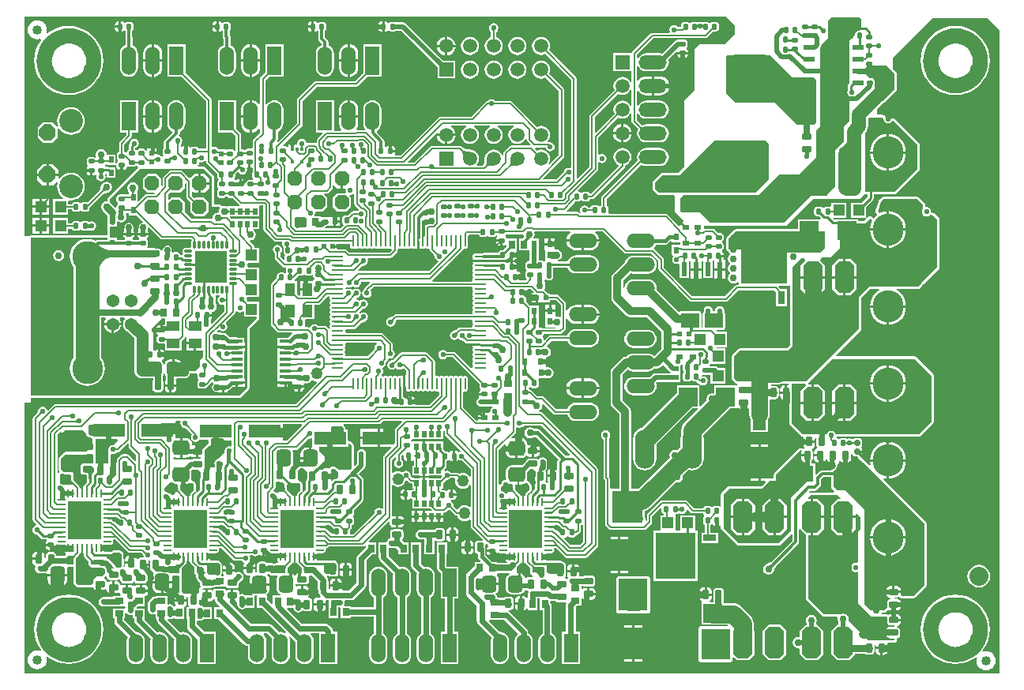
<source format=gtl>
G04 Layer_Physical_Order=1*
G04 Layer_Color=255*
%FSLAX25Y25*%
%MOIN*%
G70*
G01*
G75*
%ADD10C,0.06496*%
%ADD11C,0.00800*%
%ADD12R,0.03740X0.10630*%
G04:AMPARAMS|DCode=13|XSize=22mil|YSize=24mil|CornerRadius=4.4mil|HoleSize=0mil|Usage=FLASHONLY|Rotation=270.000|XOffset=0mil|YOffset=0mil|HoleType=Round|Shape=RoundedRectangle|*
%AMROUNDEDRECTD13*
21,1,0.02200,0.01520,0,0,270.0*
21,1,0.01320,0.02400,0,0,270.0*
1,1,0.00880,-0.00760,-0.00660*
1,1,0.00880,-0.00760,0.00660*
1,1,0.00880,0.00760,0.00660*
1,1,0.00880,0.00760,-0.00660*
%
%ADD13ROUNDEDRECTD13*%
G04:AMPARAMS|DCode=14|XSize=22mil|YSize=24mil|CornerRadius=4.4mil|HoleSize=0mil|Usage=FLASHONLY|Rotation=0.000|XOffset=0mil|YOffset=0mil|HoleType=Round|Shape=RoundedRectangle|*
%AMROUNDEDRECTD14*
21,1,0.02200,0.01520,0,0,0.0*
21,1,0.01320,0.02400,0,0,0.0*
1,1,0.00880,0.00660,-0.00760*
1,1,0.00880,-0.00660,-0.00760*
1,1,0.00880,-0.00660,0.00760*
1,1,0.00880,0.00660,0.00760*
%
%ADD14ROUNDEDRECTD14*%
%ADD15R,0.10630X0.03740*%
G04:AMPARAMS|DCode=16|XSize=29.13mil|YSize=39.37mil|CornerRadius=5.83mil|HoleSize=0mil|Usage=FLASHONLY|Rotation=90.000|XOffset=0mil|YOffset=0mil|HoleType=Round|Shape=RoundedRectangle|*
%AMROUNDEDRECTD16*
21,1,0.02913,0.02772,0,0,90.0*
21,1,0.01748,0.03937,0,0,90.0*
1,1,0.01165,0.01386,0.00874*
1,1,0.01165,0.01386,-0.00874*
1,1,0.01165,-0.01386,-0.00874*
1,1,0.01165,-0.01386,0.00874*
%
%ADD16ROUNDEDRECTD16*%
%ADD17R,0.01968X0.02165*%
%ADD18R,0.02165X0.01968*%
G04:AMPARAMS|DCode=19|XSize=23.62mil|YSize=24mil|CornerRadius=4.72mil|HoleSize=0mil|Usage=FLASHONLY|Rotation=90.000|XOffset=0mil|YOffset=0mil|HoleType=Round|Shape=RoundedRectangle|*
%AMROUNDEDRECTD19*
21,1,0.02362,0.01455,0,0,90.0*
21,1,0.01417,0.02400,0,0,90.0*
1,1,0.00945,0.00728,0.00709*
1,1,0.00945,0.00728,-0.00709*
1,1,0.00945,-0.00728,-0.00709*
1,1,0.00945,-0.00728,0.00709*
%
%ADD19ROUNDEDRECTD19*%
G04:AMPARAMS|DCode=20|XSize=11.02mil|YSize=31.5mil|CornerRadius=4.41mil|HoleSize=0mil|Usage=FLASHONLY|Rotation=180.000|XOffset=0mil|YOffset=0mil|HoleType=Round|Shape=RoundedRectangle|*
%AMROUNDEDRECTD20*
21,1,0.01102,0.02268,0,0,180.0*
21,1,0.00220,0.03150,0,0,180.0*
1,1,0.00882,-0.00110,0.01134*
1,1,0.00882,0.00110,0.01134*
1,1,0.00882,0.00110,-0.01134*
1,1,0.00882,-0.00110,-0.01134*
%
%ADD20ROUNDEDRECTD20*%
G04:AMPARAMS|DCode=21|XSize=11.02mil|YSize=31.5mil|CornerRadius=4.41mil|HoleSize=0mil|Usage=FLASHONLY|Rotation=270.000|XOffset=0mil|YOffset=0mil|HoleType=Round|Shape=RoundedRectangle|*
%AMROUNDEDRECTD21*
21,1,0.01102,0.02268,0,0,270.0*
21,1,0.00220,0.03150,0,0,270.0*
1,1,0.00882,-0.01134,-0.00110*
1,1,0.00882,-0.01134,0.00110*
1,1,0.00882,0.01134,0.00110*
1,1,0.00882,0.01134,-0.00110*
%
%ADD21ROUNDEDRECTD21*%
%ADD22R,0.13700X0.13700*%
%ADD23O,0.05118X0.00984*%
%ADD24O,0.00984X0.05118*%
%ADD25R,0.03465X0.02638*%
%ADD26R,0.02638X0.03465*%
%ADD27R,0.02800X0.05600*%
%ADD28R,0.19700X0.17000*%
%ADD29R,0.17000X0.19700*%
%ADD30R,0.05600X0.02800*%
G04:AMPARAMS|DCode=31|XSize=29.13mil|YSize=39.37mil|CornerRadius=5.83mil|HoleSize=0mil|Usage=FLASHONLY|Rotation=180.000|XOffset=0mil|YOffset=0mil|HoleType=Round|Shape=RoundedRectangle|*
%AMROUNDEDRECTD31*
21,1,0.02913,0.02772,0,0,180.0*
21,1,0.01748,0.03937,0,0,180.0*
1,1,0.01165,-0.00874,0.01386*
1,1,0.01165,0.00874,0.01386*
1,1,0.01165,0.00874,-0.01386*
1,1,0.01165,-0.00874,-0.01386*
%
%ADD31ROUNDEDRECTD31*%
%ADD32R,0.05512X0.13386*%
%ADD33R,0.13386X0.05512*%
G04:AMPARAMS|DCode=34|XSize=52mil|YSize=60mil|CornerRadius=13mil|HoleSize=0mil|Usage=FLASHONLY|Rotation=180.000|XOffset=0mil|YOffset=0mil|HoleType=Round|Shape=RoundedRectangle|*
%AMROUNDEDRECTD34*
21,1,0.05200,0.03400,0,0,180.0*
21,1,0.02600,0.06000,0,0,180.0*
1,1,0.02600,-0.01300,0.01700*
1,1,0.02600,0.01300,0.01700*
1,1,0.02600,0.01300,-0.01700*
1,1,0.02600,-0.01300,-0.01700*
%
%ADD34ROUNDEDRECTD34*%
G04:AMPARAMS|DCode=35|XSize=63mil|YSize=71mil|CornerRadius=15.75mil|HoleSize=0mil|Usage=FLASHONLY|Rotation=180.000|XOffset=0mil|YOffset=0mil|HoleType=Round|Shape=RoundedRectangle|*
%AMROUNDEDRECTD35*
21,1,0.06300,0.03950,0,0,180.0*
21,1,0.03150,0.07100,0,0,180.0*
1,1,0.03150,-0.01575,0.01975*
1,1,0.03150,0.01575,0.01975*
1,1,0.03150,0.01575,-0.01975*
1,1,0.03150,-0.01575,-0.01975*
%
%ADD35ROUNDEDRECTD35*%
G04:AMPARAMS|DCode=36|XSize=63mil|YSize=71mil|CornerRadius=15.75mil|HoleSize=0mil|Usage=FLASHONLY|Rotation=90.000|XOffset=0mil|YOffset=0mil|HoleType=Round|Shape=RoundedRectangle|*
%AMROUNDEDRECTD36*
21,1,0.06300,0.03950,0,0,90.0*
21,1,0.03150,0.07100,0,0,90.0*
1,1,0.03150,0.01975,0.01575*
1,1,0.03150,0.01975,-0.01575*
1,1,0.03150,-0.01975,-0.01575*
1,1,0.03150,-0.01975,0.01575*
%
%ADD36ROUNDEDRECTD36*%
%ADD37R,0.02000X0.02600*%
%ADD38R,0.05000X0.01500*%
G04:AMPARAMS|DCode=39|XSize=40mil|YSize=40mil|CornerRadius=20mil|HoleSize=0mil|Usage=FLASHONLY|Rotation=0.000|XOffset=0mil|YOffset=0mil|HoleType=Round|Shape=RoundedRectangle|*
%AMROUNDEDRECTD39*
21,1,0.04000,0.00000,0,0,0.0*
21,1,0.00000,0.04000,0,0,0.0*
1,1,0.04000,0.00000,0.00000*
1,1,0.04000,0.00000,0.00000*
1,1,0.04000,0.00000,0.00000*
1,1,0.04000,0.00000,0.00000*
%
%ADD39ROUNDEDRECTD39*%
%ADD40C,0.06000*%
%ADD41R,0.02400X0.06000*%
%ADD42R,0.04800X0.04800*%
%ADD43R,0.05433X0.07087*%
%ADD44R,0.05200X0.04200*%
%ADD45R,0.02362X0.03150*%
%ADD46R,0.02000X0.02800*%
%ADD47R,0.07900X0.07900*%
%ADD48R,0.12600X0.06300*%
%ADD49R,0.02400X0.02400*%
%ADD50R,0.03150X0.02362*%
%ADD51R,0.04800X0.04800*%
%ADD52R,0.04200X0.05200*%
G04:AMPARAMS|DCode=53|XSize=50mil|YSize=50mil|CornerRadius=25mil|HoleSize=0mil|Usage=FLASHONLY|Rotation=270.000|XOffset=0mil|YOffset=0mil|HoleType=Round|Shape=RoundedRectangle|*
%AMROUNDEDRECTD53*
21,1,0.05000,0.00000,0,0,270.0*
21,1,0.00000,0.05000,0,0,270.0*
1,1,0.05000,0.00000,0.00000*
1,1,0.05000,0.00000,0.00000*
1,1,0.05000,0.00000,0.00000*
1,1,0.05000,0.00000,0.00000*
%
%ADD53ROUNDEDRECTD53*%
%ADD54R,0.07087X0.05433*%
%ADD55R,0.14173X0.16142*%
%ADD56O,0.00984X0.03347*%
%ADD57O,0.03347X0.00984*%
%ADD58R,0.02800X0.02000*%
%ADD59R,0.01181X0.01772*%
%ADD60R,0.13780X0.16142*%
%ADD61R,0.09449X0.12205*%
%ADD62R,0.04921X0.02165*%
%ADD63R,0.05000X0.08300*%
%ADD64C,0.06000*%
%ADD65C,0.00600*%
%ADD66C,0.01500*%
%ADD67C,0.01000*%
%ADD68C,0.02200*%
%ADD69C,0.02000*%
%ADD70C,0.00700*%
%ADD71C,0.01100*%
%ADD72C,0.01200*%
%ADD73C,0.07500*%
%ADD74C,0.03000*%
%ADD75C,0.03300*%
%ADD76C,0.02700*%
%ADD77C,0.03600*%
%ADD78C,0.03400*%
%ADD79C,0.02500*%
%ADD80C,0.02400*%
%ADD81C,0.01150*%
%ADD82C,0.00950*%
%ADD83C,0.10000*%
%ADD84C,0.02800*%
%ADD85C,0.01600*%
%ADD86C,0.03500*%
%ADD87C,0.05000*%
%ADD88C,0.03200*%
%ADD89C,0.07000*%
%ADD90C,0.00900*%
%ADD91C,0.02300*%
%ADD92C,0.01800*%
%ADD93C,0.01400*%
%ADD94C,0.04000*%
%ADD95R,0.13200X0.12548*%
%ADD96R,0.13800X0.11600*%
%ADD97R,0.12300X0.13100*%
%ADD98R,0.12200X0.13300*%
%ADD99R,0.12300X0.13500*%
%ADD100R,0.12200X0.13400*%
%ADD101R,0.12800X0.13200*%
%ADD102R,0.18600X0.07825*%
%ADD103R,0.05905X0.05905*%
%ADD104O,0.11811X0.05905*%
%ADD105C,0.05905*%
%ADD106O,0.06000X0.12000*%
%ADD107R,0.06000X0.12000*%
%ADD108O,0.13000X0.13600*%
%ADD109R,0.05905X0.05905*%
%ADD110O,0.12000X0.06000*%
%ADD111O,0.08250X0.16500*%
%ADD112P,0.06711X8X22.5*%
%ADD113C,0.13050*%
%ADD114C,0.05400*%
%ADD115C,0.10000*%
%ADD116P,0.07577X8X292.5*%
%ADD117C,0.08000*%
G04:AMPARAMS|DCode=118|XSize=133mil|YSize=83mil|CornerRadius=0mil|HoleSize=0mil|Usage=FLASHONLY|Rotation=270.000|XOffset=0mil|YOffset=0mil|HoleType=Round|Shape=Octagon|*
%AMOCTAGOND118*
4,1,8,-0.02075,-0.06650,0.02075,-0.06650,0.04150,-0.04575,0.04150,0.04575,0.02075,0.06650,-0.02075,0.06650,-0.04150,0.04575,-0.04150,-0.04575,-0.02075,-0.06650,0.0*
%
%ADD118OCTAGOND118*%

%ADD119C,0.02900*%
%ADD120C,0.02200*%
%ADD121C,0.03000*%
%ADD122C,0.03200*%
G36*
X157452Y132228D02*
X157389Y132158D01*
X157332Y132082D01*
X157283Y131999D01*
X157240Y131909D01*
X157204Y131813D01*
X157174Y131711D01*
X157152Y131602D01*
X157136Y131486D01*
X157127Y131365D01*
X157125Y131236D01*
X156036Y132325D01*
X156165Y132327D01*
X156287Y132336D01*
X156402Y132352D01*
X156511Y132374D01*
X156613Y132404D01*
X156709Y132440D01*
X156799Y132483D01*
X156882Y132532D01*
X156958Y132589D01*
X157028Y132652D01*
X157452Y132228D01*
D02*
G37*
G36*
X124488Y131162D02*
X124385Y131245D01*
X124184Y131385D01*
X124085Y131442D01*
X123987Y131490D01*
X123890Y131530D01*
X123795Y131561D01*
X123700Y131582D01*
X123607Y131596D01*
X123515Y131600D01*
X123458Y132200D01*
X123555Y132205D01*
X123649Y132220D01*
X123742Y132245D01*
X123834Y132279D01*
X123923Y132324D01*
X124011Y132378D01*
X124098Y132443D01*
X124183Y132517D01*
X124266Y132601D01*
X124348Y132695D01*
X124488Y131162D01*
D02*
G37*
G36*
X168583Y132463D02*
X168488Y132551D01*
X168393Y132629D01*
X168298Y132699D01*
X168204Y132759D01*
X168110Y132809D01*
X168015Y132851D01*
X167921Y132884D01*
X167827Y132907D01*
X167733Y132921D01*
X167640Y132925D01*
X167625Y133525D01*
X167720Y133530D01*
X167814Y133544D01*
X167908Y133568D01*
X168001Y133601D01*
X168094Y133644D01*
X168185Y133697D01*
X168277Y133759D01*
X168368Y133830D01*
X168458Y133912D01*
X168547Y134002D01*
X168583Y132463D01*
D02*
G37*
G36*
X84113Y135259D02*
X84077Y135170D01*
X84054Y135083D01*
X84044Y134997D01*
X84047Y134913D01*
X84063Y134830D01*
X84092Y134749D01*
X84135Y134670D01*
X84190Y134592D01*
X84259Y134516D01*
X83560Y134367D01*
X83497Y134427D01*
X83357Y134546D01*
X83280Y134605D01*
X83020Y134779D01*
X82924Y134836D01*
X82718Y134949D01*
X84163Y135350D01*
X84113Y135259D01*
D02*
G37*
G36*
X124989Y134000D02*
X124861Y133998D01*
X124739Y133989D01*
X124623Y133973D01*
X124514Y133951D01*
X124412Y133922D01*
X124316Y133885D01*
X124227Y133843D01*
X124144Y133793D01*
X124067Y133736D01*
X123997Y133673D01*
X123573Y134097D01*
X123636Y134167D01*
X123693Y134244D01*
X123742Y134327D01*
X123785Y134416D01*
X123821Y134512D01*
X123851Y134614D01*
X123873Y134723D01*
X123889Y134839D01*
X123898Y134961D01*
X123900Y135089D01*
X124989Y134000D01*
D02*
G37*
G36*
X117021Y128267D02*
X116895Y128312D01*
X116439Y128445D01*
X116337Y128466D01*
X116149Y128495D01*
X116062Y128502D01*
X115981Y128504D01*
X115658Y129104D01*
X115759Y129109D01*
X115854Y129125D01*
X115941Y129151D01*
X116021Y129189D01*
X116094Y129236D01*
X116160Y129294D01*
X116219Y129363D01*
X116270Y129443D01*
X116314Y129533D01*
X116352Y129633D01*
X117021Y128267D01*
D02*
G37*
G36*
X220829Y126950D02*
X220811Y126960D01*
X220775Y126968D01*
X220723Y126976D01*
X220568Y126988D01*
X220053Y126999D01*
X219882Y127000D01*
Y129000D01*
X220829Y129050D01*
Y126950D01*
D02*
G37*
G36*
X144148Y128497D02*
X144017Y128555D01*
X143548Y128724D01*
X143445Y128752D01*
X143257Y128788D01*
X143171Y128797D01*
X143091Y128800D01*
X142845Y129400D01*
X142945Y129405D01*
X143040Y129421D01*
X143129Y129448D01*
X143212Y129485D01*
X143289Y129533D01*
X143360Y129591D01*
X143426Y129660D01*
X143486Y129740D01*
X143540Y129831D01*
X143588Y129932D01*
X144148Y128497D01*
D02*
G37*
G36*
X160178Y131981D02*
X160270Y131901D01*
X160363Y131830D01*
X160456Y131769D01*
X160549Y131718D01*
X160643Y131675D01*
X160736Y131642D01*
X160830Y131619D01*
X160924Y131605D01*
X161018Y131600D01*
Y131000D01*
X160924Y130995D01*
X160830Y130981D01*
X160736Y130958D01*
X160643Y130925D01*
X160549Y130883D01*
X160456Y130831D01*
X160363Y130770D01*
X160270Y130699D01*
X160178Y130619D01*
X160086Y130530D01*
Y132070D01*
X160178Y131981D01*
D02*
G37*
G36*
X77706Y130047D02*
X77626Y129955D01*
X77556Y129862D01*
X77494Y129769D01*
X77443Y129676D01*
X77400Y129583D01*
X77368Y129489D01*
X77344Y129395D01*
X77330Y129301D01*
X77325Y129207D01*
X76725D01*
X76720Y129301D01*
X76706Y129395D01*
X76683Y129489D01*
X76650Y129583D01*
X76608Y129676D01*
X76556Y129769D01*
X76495Y129862D01*
X76424Y129955D01*
X76345Y130047D01*
X76255Y130140D01*
X77795D01*
X77706Y130047D01*
D02*
G37*
G36*
X219661Y135824D02*
X219640Y135838D01*
X219602Y135851D01*
X219547Y135863D01*
X219476Y135873D01*
X219284Y135888D01*
X218700Y135900D01*
X218880Y137900D01*
X219801Y137919D01*
X219661Y135824D01*
D02*
G37*
G36*
X116445Y137021D02*
X116639Y136876D01*
X116735Y136817D01*
X116831Y136767D01*
X116926Y136726D01*
X117021Y136695D01*
X117115Y136672D01*
X117208Y136659D01*
X117301Y136654D01*
X117332Y136054D01*
X117237Y136049D01*
X117142Y136035D01*
X117049Y136010D01*
X116956Y135976D01*
X116865Y135933D01*
X116774Y135880D01*
X116685Y135817D01*
X116596Y135744D01*
X116509Y135661D01*
X116422Y135569D01*
X115600Y136375D01*
X116347Y137108D01*
X116445Y137021D01*
D02*
G37*
G36*
X202890Y139224D02*
X201328Y137820D01*
X201323Y137844D01*
X201305Y137879D01*
X201274Y137925D01*
X201231Y137982D01*
X201105Y138128D01*
X200700Y138548D01*
X202216Y139861D01*
X202890Y139224D01*
D02*
G37*
G36*
X119173Y140404D02*
X118276Y138529D01*
X118259Y138554D01*
X118224Y138576D01*
X118173Y138596D01*
X118105Y138613D01*
X118020Y138628D01*
X117918Y138640D01*
X117662Y138655D01*
X117339Y138661D01*
X117453Y140661D01*
X119173Y140404D01*
D02*
G37*
G36*
X82932Y140047D02*
X82968Y140038D01*
X83021Y140029D01*
X83091Y140022D01*
X83401Y140007D01*
X83864Y140002D01*
X83822Y138002D01*
X82880Y137959D01*
X82913Y140058D01*
X82932Y140047D01*
D02*
G37*
G36*
X126049Y135441D02*
X126063Y135432D01*
X126082Y135424D01*
X126108Y135418D01*
X126140Y135413D01*
X126180Y135408D01*
X126277Y135402D01*
X126400Y135400D01*
Y134800D01*
X126335Y134800D01*
X126140Y134787D01*
X126108Y134782D01*
X126082Y134775D01*
X126063Y134768D01*
X126049Y134759D01*
X126043Y134750D01*
Y135450D01*
X126049Y135441D01*
D02*
G37*
G36*
X52512Y136616D02*
X52543Y136612D01*
X52656Y136607D01*
X53420Y136600D01*
X53600Y134600D01*
X53429Y134599D01*
X52698Y134551D01*
X52660Y134538D01*
X52639Y134524D01*
X52499Y136619D01*
X52512Y136616D01*
D02*
G37*
G36*
X149692Y140078D02*
X149230Y139770D01*
X148810Y139141D01*
X148663Y138400D01*
X148754Y137940D01*
X145835Y135022D01*
X136761D01*
X136473Y135522D01*
X136545Y135883D01*
X136445Y136388D01*
X136388Y136472D01*
X136186Y136868D01*
X136388Y137263D01*
X136445Y137348D01*
X136545Y137852D01*
X136445Y138356D01*
X136388Y138441D01*
X136186Y138836D01*
X136388Y139232D01*
X136445Y139316D01*
X136545Y139821D01*
X136494Y140078D01*
X136831Y140578D01*
X149540D01*
X149692Y140078D01*
D02*
G37*
G36*
X115600Y136375D02*
X114778Y135569D01*
X114691Y135661D01*
X114603Y135744D01*
X114515Y135817D01*
X114426Y135880D01*
X114335Y135933D01*
X114243Y135976D01*
X114151Y136010D01*
X114058Y136035D01*
X113963Y136049D01*
X113868Y136054D01*
X113899Y136654D01*
X113992Y136659D01*
X114085Y136672D01*
X114179Y136695D01*
X114274Y136726D01*
X114369Y136767D01*
X114465Y136817D01*
X114561Y136876D01*
X114755Y137021D01*
X114853Y137108D01*
X115600Y136375D01*
D02*
G37*
G36*
X86970Y136930D02*
X87317Y136777D01*
X87424Y136739D01*
X87623Y136685D01*
X87716Y136668D01*
X87804Y136657D01*
X87888Y136654D01*
X88085Y136054D01*
X87985Y136049D01*
X87890Y136033D01*
X87801Y136006D01*
X87715Y135969D01*
X87635Y135922D01*
X87559Y135864D01*
X87489Y135795D01*
X87423Y135715D01*
X87361Y135626D01*
X87305Y135525D01*
X86845Y136995D01*
X86970Y136930D01*
D02*
G37*
G36*
X134127Y115103D02*
X134064Y115033D01*
X134007Y114956D01*
X133958Y114873D01*
X133915Y114784D01*
X133879Y114688D01*
X133849Y114586D01*
X133827Y114477D01*
X133811Y114361D01*
X133802Y114239D01*
X133800Y114111D01*
X132711Y115200D01*
X132839Y115202D01*
X132961Y115211D01*
X133077Y115227D01*
X133186Y115249D01*
X133288Y115278D01*
X133384Y115315D01*
X133473Y115357D01*
X133556Y115407D01*
X133633Y115464D01*
X133703Y115527D01*
X134127Y115103D01*
D02*
G37*
G36*
X216214Y115951D02*
X216437Y115764D01*
X216544Y115689D01*
X216647Y115627D01*
X216747Y115576D01*
X216844Y115538D01*
X216937Y115512D01*
X217027Y115499D01*
X217114Y115498D01*
X215701Y113944D01*
X215692Y114028D01*
X215672Y114115D01*
X215640Y114206D01*
X215597Y114301D01*
X215542Y114399D01*
X215476Y114501D01*
X215398Y114606D01*
X215208Y114828D01*
X215095Y114944D01*
X216098Y116062D01*
X216214Y115951D01*
D02*
G37*
G36*
X128027Y115503D02*
X127964Y115433D01*
X127907Y115356D01*
X127857Y115273D01*
X127815Y115184D01*
X127778Y115088D01*
X127749Y114986D01*
X127727Y114877D01*
X127711Y114761D01*
X127702Y114639D01*
X127700Y114511D01*
X126611Y115600D01*
X126739Y115602D01*
X126861Y115611D01*
X126977Y115627D01*
X127086Y115649D01*
X127188Y115679D01*
X127284Y115715D01*
X127373Y115758D01*
X127456Y115807D01*
X127533Y115864D01*
X127603Y115927D01*
X128027Y115503D01*
D02*
G37*
G36*
X149035Y115330D02*
X148976Y115267D01*
X148920Y115195D01*
X148867Y115116D01*
X148817Y115029D01*
X148769Y114934D01*
X148724Y114831D01*
X148641Y114602D01*
X148604Y114476D01*
X148569Y114342D01*
X147780Y115664D01*
X147895Y115638D01*
X148005Y115623D01*
X148111Y115617D01*
X148212Y115622D01*
X148308Y115638D01*
X148400Y115663D01*
X148488Y115698D01*
X148570Y115744D01*
X148649Y115800D01*
X148722Y115866D01*
X149035Y115330D01*
D02*
G37*
G36*
X158535Y117002D02*
X158573Y116981D01*
X158628Y116962D01*
X158700Y116946D01*
X158788Y116932D01*
X159013Y116911D01*
X159304Y116901D01*
X159475Y116900D01*
X158639Y114900D01*
X157952Y115002D01*
X158512Y117026D01*
X158535Y117002D01*
D02*
G37*
G36*
X20514Y109030D02*
X20422Y109119D01*
X20330Y109199D01*
X20237Y109270D01*
X20144Y109331D01*
X20051Y109382D01*
X19958Y109425D01*
X19864Y109458D01*
X19770Y109481D01*
X19676Y109495D01*
X19582Y109500D01*
Y110100D01*
X19676Y110105D01*
X19770Y110119D01*
X19864Y110142D01*
X19958Y110175D01*
X20051Y110217D01*
X20144Y110269D01*
X20237Y110330D01*
X20330Y110401D01*
X20422Y110481D01*
X20514Y110570D01*
Y109030D01*
D02*
G37*
G36*
X46933Y108680D02*
X46842Y108593D01*
X46759Y108505D01*
X46687Y108416D01*
X46624Y108327D01*
X46571Y108236D01*
X46527Y108144D01*
X46494Y108052D01*
X46469Y107958D01*
X46455Y107864D01*
X46450Y107769D01*
X45850Y107797D01*
X45845Y107890D01*
X45832Y107984D01*
X45809Y108078D01*
X45777Y108173D01*
X45736Y108268D01*
X45686Y108363D01*
X45627Y108459D01*
X45559Y108556D01*
X45482Y108653D01*
X45395Y108750D01*
X46933Y108680D01*
D02*
G37*
G36*
X39914Y110330D02*
X39822Y110419D01*
X39730Y110499D01*
X39637Y110570D01*
X39544Y110631D01*
X39451Y110682D01*
X39358Y110725D01*
X39264Y110758D01*
X39170Y110781D01*
X39076Y110795D01*
X38982Y110800D01*
Y111400D01*
X39076Y111405D01*
X39170Y111419D01*
X39264Y111442D01*
X39358Y111475D01*
X39451Y111518D01*
X39544Y111569D01*
X39637Y111630D01*
X39730Y111701D01*
X39822Y111781D01*
X39914Y111870D01*
Y110330D01*
D02*
G37*
G36*
X178289Y112400D02*
X178161Y112398D01*
X178039Y112389D01*
X177923Y112373D01*
X177814Y112351D01*
X177712Y112321D01*
X177616Y112285D01*
X177527Y112242D01*
X177444Y112193D01*
X177367Y112136D01*
X177297Y112073D01*
X176873Y112497D01*
X176936Y112567D01*
X176993Y112644D01*
X177042Y112727D01*
X177085Y112816D01*
X177121Y112912D01*
X177151Y113014D01*
X177173Y113123D01*
X177189Y113239D01*
X177198Y113361D01*
X177200Y113489D01*
X178289Y112400D01*
D02*
G37*
G36*
X8689Y110700D02*
X8561Y110698D01*
X8439Y110689D01*
X8323Y110673D01*
X8214Y110651D01*
X8112Y110622D01*
X8016Y110585D01*
X7927Y110543D01*
X7844Y110493D01*
X7767Y110436D01*
X7697Y110373D01*
X7273Y110797D01*
X7336Y110867D01*
X7393Y110944D01*
X7442Y111027D01*
X7485Y111116D01*
X7521Y111212D01*
X7551Y111314D01*
X7573Y111423D01*
X7589Y111539D01*
X7598Y111661D01*
X7600Y111789D01*
X8689Y110700D01*
D02*
G37*
G36*
X118929Y124850D02*
X118911Y124859D01*
X118875Y124868D01*
X118823Y124875D01*
X118668Y124888D01*
X118153Y124899D01*
X117982Y124900D01*
Y126900D01*
X118929Y126950D01*
Y124850D01*
D02*
G37*
G36*
X83103Y126755D02*
X83138Y126746D01*
X83190Y126739D01*
X83346Y126727D01*
X83860Y126715D01*
X84031Y126714D01*
Y124714D01*
X83085Y124664D01*
Y126764D01*
X83103Y126755D01*
D02*
G37*
G36*
X80574Y125291D02*
X80564Y125314D01*
X80546Y125335D01*
X80521Y125354D01*
X80489Y125370D01*
X80450Y125383D01*
X80404Y125394D01*
X80351Y125403D01*
X80291Y125409D01*
X80150Y125414D01*
Y126014D01*
X80224Y126015D01*
X80351Y126025D01*
X80404Y126034D01*
X80450Y126045D01*
X80489Y126059D01*
X80521Y126075D01*
X80546Y126093D01*
X80564Y126114D01*
X80574Y126138D01*
Y125291D01*
D02*
G37*
G36*
X206750Y128544D02*
X206577Y126803D01*
X204897Y127908D01*
X204964Y127927D01*
X205024Y127962D01*
X205077Y128013D01*
X205123Y128080D01*
X205162Y128163D01*
X205193Y128262D01*
X205218Y128378D01*
X205236Y128509D01*
X205246Y128656D01*
X205250Y128820D01*
X206750Y128544D01*
D02*
G37*
G36*
X169314Y127125D02*
X169186Y127123D01*
X169064Y127114D01*
X168948Y127099D01*
X168840Y127076D01*
X168737Y127047D01*
X168641Y127011D01*
X168552Y126968D01*
X168469Y126918D01*
X168392Y126861D01*
X168322Y126798D01*
X167898Y127222D01*
X167961Y127292D01*
X168018Y127369D01*
X168068Y127452D01*
X168111Y127541D01*
X168147Y127637D01*
X168176Y127740D01*
X168199Y127848D01*
X168214Y127964D01*
X168223Y128086D01*
X168225Y128214D01*
X169314Y127125D01*
D02*
G37*
G36*
X323396Y123181D02*
X323364Y123077D01*
X323037Y122699D01*
X322877D01*
Y119700D01*
Y116700D01*
X323251D01*
X323403Y116731D01*
X323790Y116414D01*
Y111109D01*
X323790Y106709D01*
X323868Y106319D01*
X324089Y105989D01*
X328698Y101379D01*
X329029Y101158D01*
X329269Y101110D01*
X329431Y101052D01*
X329634Y100580D01*
X329586Y100336D01*
Y99450D01*
X330193D01*
Y99970D01*
X330225Y99948D01*
X330273Y99927D01*
X330338Y99909D01*
X330420Y99894D01*
X330518Y99880D01*
X330765Y99861D01*
X331259Y99850D01*
Y99450D01*
X332073D01*
X334561D01*
Y100222D01*
X334753Y100497D01*
X334856Y100584D01*
X335144Y100336D01*
Y97565D01*
X335251Y97025D01*
X335502Y96649D01*
X335433Y96300D01*
X335344Y96108D01*
X335186Y96077D01*
X334662Y95727D01*
X334312Y95203D01*
X334190Y94586D01*
Y93700D01*
X336677D01*
Y93200D01*
X337177D01*
Y91109D01*
X338100D01*
X338101Y90928D01*
X338140Y90318D01*
X338169Y90323D01*
X338692Y90673D01*
X339042Y91197D01*
X339095Y91463D01*
X339605D01*
X339658Y91197D01*
X340008Y90673D01*
X340531Y90323D01*
X340563Y90317D01*
X340570Y90368D01*
X340589Y90614D01*
X340600Y91109D01*
X341523D01*
Y93200D01*
X342523D01*
Y91109D01*
X342600D01*
X342601Y90928D01*
X342643Y90270D01*
X342656Y90201D01*
X342779D01*
X342947Y90025D01*
X343011Y89926D01*
X343039Y89862D01*
X343073Y89726D01*
X343031Y89663D01*
X343011Y89565D01*
X342973Y89472D01*
Y89371D01*
X342953Y89273D01*
X342973Y89174D01*
Y89074D01*
X343007Y88900D01*
X342900Y88361D01*
X342595Y87905D01*
X342096Y87571D01*
X342010Y87554D01*
X341926Y87498D01*
X341833Y87460D01*
X341762Y87389D01*
X341679Y87333D01*
X341623Y87250D01*
X341552Y87178D01*
X341514Y87086D01*
X341458Y87002D01*
X341438Y86904D01*
X341407Y86827D01*
X337600D01*
X337054Y86719D01*
X336591Y86409D01*
X336591Y86409D01*
X335106Y84925D01*
X334606Y85132D01*
Y89743D01*
X333211D01*
X333180Y89899D01*
X333158Y90011D01*
Y90794D01*
X333194Y90817D01*
X333499Y91275D01*
X333607Y91814D01*
Y94586D01*
X333499Y95125D01*
X333248Y95501D01*
X333317Y95850D01*
X333406Y96042D01*
X333565Y96074D01*
X334088Y96424D01*
X334438Y96947D01*
X334561Y97565D01*
Y98450D01*
X332073D01*
X331259D01*
Y97850D01*
X331078Y97849D01*
X330420Y97807D01*
X330338Y97792D01*
X330273Y97774D01*
X330225Y97753D01*
X330193Y97730D01*
Y98450D01*
X329586D01*
Y97565D01*
X329708Y96947D01*
X330025Y96473D01*
X329867Y95995D01*
X329491Y95862D01*
X329484Y95862D01*
X329440Y95880D01*
X329401Y95912D01*
X328940Y96158D01*
X328891Y96173D01*
X328850Y96201D01*
X328703Y96231D01*
X328559Y96274D01*
X328509Y96269D01*
X328459Y96279D01*
X328312Y96250D01*
X328163Y96235D01*
X328119Y96211D01*
X328069Y96201D01*
X327945Y96118D01*
X327813Y96048D01*
X327780Y96008D01*
X327738Y95980D01*
X317499Y85741D01*
X317278Y85410D01*
X317200Y85020D01*
Y83400D01*
X317183Y83317D01*
X317100Y83300D01*
X315480D01*
X315356Y83275D01*
X314856Y83621D01*
Y89464D01*
X311600D01*
Y82271D01*
X313376D01*
X313567Y81809D01*
X311978Y80220D01*
X298500D01*
X298110Y80142D01*
X297779Y79921D01*
X295179Y77321D01*
X294958Y76990D01*
X294880Y76600D01*
Y71804D01*
X294380Y71537D01*
X294244Y71628D01*
X293760Y71724D01*
X292440D01*
X291956Y71628D01*
X291546Y71354D01*
X291506Y71294D01*
X290904D01*
X290864Y71354D01*
X290454Y71628D01*
X289970Y71724D01*
X288650D01*
X288166Y71628D01*
X287756Y71354D01*
X287482Y70944D01*
X287458Y70822D01*
X283665D01*
X280693Y73793D01*
X280329Y74036D01*
X279900Y74122D01*
X279900Y74122D01*
X269900D01*
X269900Y74122D01*
X269471Y74036D01*
X269107Y73793D01*
X263907Y68593D01*
X263664Y68229D01*
X263578Y67800D01*
X263579Y67800D01*
Y65823D01*
X263269Y65549D01*
X262975Y65945D01*
X263045Y66300D01*
X262867Y67197D01*
X262720Y67417D01*
Y69580D01*
X263795Y70026D01*
X264745Y70755D01*
X275770Y81780D01*
X276400Y81655D01*
X277297Y81833D01*
X278058Y82342D01*
X278567Y83103D01*
X278745Y84000D01*
X278620Y84630D01*
X281098Y87108D01*
X281414Y86977D01*
X282700Y86808D01*
X283986Y86977D01*
X285184Y87473D01*
X286213Y88262D01*
X287002Y89291D01*
X287498Y90489D01*
X287667Y91775D01*
Y100025D01*
X287498Y101311D01*
X287289Y101815D01*
Y101825D01*
X298614Y113150D01*
X301624D01*
X301624Y113150D01*
Y113150D01*
X302099Y113090D01*
X302297Y112958D01*
X302914Y112835D01*
X303800D01*
Y115323D01*
X304800D01*
Y112835D01*
X305686D01*
X306263Y112950D01*
X306382Y112938D01*
X306763Y112735D01*
Y110436D01*
X306911Y109314D01*
X307344Y108268D01*
X307544Y108007D01*
Y102943D01*
X314656D01*
Y108007D01*
X314856Y108268D01*
X315289Y109314D01*
X315437Y110436D01*
Y116571D01*
X315937Y116946D01*
X316149Y116904D01*
X317897D01*
X318436Y117012D01*
X318894Y117317D01*
X319199Y117775D01*
X319307Y118314D01*
Y119392D01*
X319368Y119700D01*
X319307Y120008D01*
Y121086D01*
X319199Y121625D01*
X318894Y122083D01*
X318436Y122388D01*
X317897Y122496D01*
X316283D01*
X316009Y122765D01*
X315910Y122958D01*
X315948Y123071D01*
X318608D01*
X319730Y123219D01*
X319880Y123280D01*
X323360D01*
X323396Y123181D01*
D02*
G37*
G36*
X383610Y126909D02*
Y107409D01*
X378300Y102100D01*
X365627D01*
X365400Y102145D01*
X365174Y102100D01*
X343268D01*
X343215Y102366D01*
X342795Y102995D01*
X342166Y103415D01*
X341425Y103562D01*
X340684Y103415D01*
X340055Y102995D01*
X339635Y102366D01*
X339582Y102100D01*
X329419D01*
X324809Y106709D01*
X324810Y111109D01*
Y123280D01*
X330548D01*
X330755Y122780D01*
X328450Y120475D01*
Y115900D01*
X333100D01*
Y123050D01*
X331729D01*
X331577Y123550D01*
X331621Y123579D01*
X341951Y133909D01*
X376609D01*
X383610Y126909D01*
D02*
G37*
G36*
X129191Y120067D02*
X129130Y120000D01*
X129074Y119925D01*
X129022Y119844D01*
X128975Y119755D01*
X128933Y119659D01*
X128895Y119555D01*
X128862Y119445D01*
X128834Y119327D01*
X128792Y119070D01*
X127852Y120289D01*
X127975Y120276D01*
X128091Y120272D01*
X128202Y120276D01*
X128308Y120289D01*
X128408Y120310D01*
X128502Y120341D01*
X128591Y120380D01*
X128674Y120427D01*
X128752Y120484D01*
X128824Y120548D01*
X129191Y120067D01*
D02*
G37*
G36*
X113684Y123107D02*
X113708Y122817D01*
X113729Y122688D01*
X113756Y122570D01*
X113789Y122462D01*
X113828Y122365D01*
X113873Y122280D01*
X113924Y122205D01*
X113981Y122141D01*
X111881D01*
X111938Y122205D01*
X111989Y122280D01*
X112034Y122365D01*
X112073Y122462D01*
X112106Y122570D01*
X112133Y122688D01*
X112154Y122817D01*
X112169Y122956D01*
X112181Y123268D01*
X113681D01*
X113684Y123107D01*
D02*
G37*
G36*
X83103Y122916D02*
X83138Y122908D01*
X83190Y122900D01*
X83346Y122888D01*
X83860Y122876D01*
X84031Y122876D01*
Y120876D01*
X83085Y120826D01*
Y122926D01*
X83103Y122916D01*
D02*
G37*
G36*
X126190Y140640D02*
X126192Y140521D01*
X126202Y140407D01*
X126220Y140300D01*
X126245Y140198D01*
X126278Y140103D01*
X126319Y140014D01*
X126368Y139930D01*
X126424Y139853D01*
X126489Y139782D01*
X126036Y139386D01*
X125968Y139448D01*
X125892Y139505D01*
X125810Y139556D01*
X125720Y139601D01*
X125624Y139640D01*
X125521Y139673D01*
X125411Y139700D01*
X125294Y139722D01*
X125170Y139738D01*
X125040Y139748D01*
X126196Y140766D01*
X126190Y140640D01*
D02*
G37*
G36*
X197762Y158987D02*
X197639Y159028D01*
X197192Y159151D01*
X197091Y159170D01*
X196903Y159197D01*
X196815Y159203D01*
X196732Y159205D01*
X196387Y159806D01*
X196489Y159811D01*
X196584Y159827D01*
X196671Y159853D01*
X196750Y159890D01*
X196822Y159937D01*
X196886Y159995D01*
X196943Y160064D01*
X196993Y160143D01*
X197035Y160232D01*
X197069Y160333D01*
X197762Y158987D01*
D02*
G37*
G36*
X85378Y159381D02*
X85470Y159301D01*
X85563Y159230D01*
X85656Y159169D01*
X85749Y159117D01*
X85843Y159075D01*
X85936Y159042D01*
X86030Y159019D01*
X86124Y159005D01*
X86218Y159000D01*
Y158400D01*
X86124Y158395D01*
X86030Y158381D01*
X85936Y158358D01*
X85843Y158325D01*
X85749Y158282D01*
X85656Y158231D01*
X85563Y158170D01*
X85470Y158099D01*
X85378Y158019D01*
X85286Y157930D01*
Y159470D01*
X85378Y159381D01*
D02*
G37*
G36*
X62240Y160410D02*
X62232Y160375D01*
X62225Y160323D01*
X62213Y160168D01*
X62200Y159653D01*
X62200Y159482D01*
X60200D01*
X60150Y160429D01*
X62250D01*
X62240Y160410D01*
D02*
G37*
G36*
X137872Y160500D02*
X137743Y160498D01*
X137621Y160489D01*
X137506Y160473D01*
X137397Y160451D01*
X137295Y160422D01*
X137199Y160385D01*
X137109Y160343D01*
X137026Y160293D01*
X136950Y160236D01*
X136880Y160173D01*
X136456Y160597D01*
X136519Y160667D01*
X136575Y160744D01*
X136625Y160827D01*
X136668Y160916D01*
X136704Y161012D01*
X136734Y161114D01*
X136756Y161223D01*
X136772Y161339D01*
X136781Y161461D01*
X136783Y161589D01*
X137872Y160500D01*
D02*
G37*
G36*
X140984Y160500D02*
X140855Y160496D01*
X140733Y160486D01*
X140617Y160470D01*
X140508Y160446D01*
X140405Y160416D01*
X140310Y160380D01*
X140220Y160336D01*
X140137Y160286D01*
X140061Y160230D01*
X139991Y160167D01*
X139562Y160586D01*
X139625Y160656D01*
X139682Y160733D01*
X139731Y160816D01*
X139774Y160905D01*
X139810Y161001D01*
X139838Y161103D01*
X139860Y161212D01*
X139875Y161327D01*
X139882Y161449D01*
X139883Y161577D01*
X140984Y160500D01*
D02*
G37*
G36*
X129845Y159852D02*
X129776Y159505D01*
X129876Y159001D01*
X129933Y158917D01*
X130135Y158521D01*
X129933Y158126D01*
X129876Y158041D01*
X129776Y157537D01*
X129876Y157033D01*
X129933Y156948D01*
X130135Y156553D01*
X129933Y156157D01*
X129876Y156073D01*
X129776Y155569D01*
X129876Y155064D01*
X129933Y154980D01*
X130135Y154584D01*
X129933Y154189D01*
X129876Y154104D01*
X129776Y153600D01*
X129876Y153096D01*
X129933Y153011D01*
X130135Y152616D01*
X129933Y152220D01*
X129876Y152136D01*
X129776Y151631D01*
X129876Y151127D01*
X129933Y151043D01*
X130135Y150647D01*
X129933Y150252D01*
X129876Y150167D01*
X129776Y149663D01*
X129876Y149159D01*
X129933Y149074D01*
X130135Y148679D01*
X129933Y148283D01*
X129876Y148199D01*
X129776Y147695D01*
X129876Y147190D01*
X129933Y147106D01*
X129982Y147009D01*
X129980Y146976D01*
X129859Y146795D01*
X129248Y146748D01*
X128577Y147418D01*
X128213Y147661D01*
X127784Y147747D01*
X127784Y147747D01*
X124961D01*
X124795Y147995D01*
X124167Y148415D01*
X123425Y148562D01*
X122684Y148415D01*
X122055Y147995D01*
X121635Y147366D01*
X121622Y147300D01*
X121479D01*
X121225Y147192D01*
X121088Y147175D01*
X120725Y147247D01*
X120725Y147247D01*
X119571D01*
X119303Y147747D01*
X119390Y147877D01*
X119486Y148361D01*
Y149881D01*
X119429Y150171D01*
X119740Y150672D01*
X123256D01*
Y156778D01*
X124926D01*
X124926Y156778D01*
X125355Y156864D01*
X125719Y157107D01*
X126738Y158126D01*
X128965Y160352D01*
X129550D01*
X129845Y159852D01*
D02*
G37*
G36*
X140972Y156000D02*
X140843Y155998D01*
X140721Y155989D01*
X140606Y155973D01*
X140497Y155951D01*
X140395Y155921D01*
X140299Y155885D01*
X140209Y155842D01*
X140126Y155793D01*
X140050Y155736D01*
X139980Y155673D01*
X139556Y156097D01*
X139619Y156167D01*
X139675Y156244D01*
X139725Y156327D01*
X139768Y156416D01*
X139804Y156512D01*
X139834Y156614D01*
X139856Y156723D01*
X139872Y156839D01*
X139881Y156961D01*
X139883Y157089D01*
X140972Y156000D01*
D02*
G37*
G36*
X77050Y157071D02*
X74950D01*
X74959Y157089D01*
X74968Y157125D01*
X74976Y157177D01*
X74988Y157332D01*
X74999Y157847D01*
X75000Y158018D01*
X77000D01*
X77050Y157071D01*
D02*
G37*
G36*
X93879Y158774D02*
X93861Y158665D01*
X93854Y158560D01*
X93857Y158460D01*
X93871Y158364D01*
X93896Y158273D01*
X93931Y158186D01*
X93976Y158103D01*
X94032Y158025D01*
X94098Y157951D01*
X93551Y157650D01*
X93488Y157708D01*
X93417Y157763D01*
X93339Y157817D01*
X93252Y157868D01*
X93158Y157917D01*
X92945Y158008D01*
X92826Y158050D01*
X92566Y158128D01*
X93906Y158887D01*
X93879Y158774D01*
D02*
G37*
G36*
X80863Y157145D02*
X78763D01*
X78772Y157164D01*
X78781Y157199D01*
X78788Y157251D01*
X78800Y157406D01*
X78812Y157921D01*
X78813Y158092D01*
X80813D01*
X80863Y157145D01*
D02*
G37*
G36*
X219550Y165871D02*
X217450D01*
X217460Y165890D01*
X217468Y165925D01*
X217476Y165977D01*
X217488Y166132D01*
X217499Y166647D01*
X217500Y166818D01*
X219500D01*
X219550Y165871D01*
D02*
G37*
G36*
X146892Y165978D02*
X144870Y163956D01*
X144825Y163948D01*
X144818Y163944D01*
X144810Y163942D01*
X144651Y163836D01*
X144491Y163733D01*
X144486Y163726D01*
X144479Y163721D01*
X144373Y163562D01*
X144264Y163405D01*
X144263Y163397D01*
X144258Y163390D01*
X144221Y163203D01*
X144181Y163017D01*
X144180Y163003D01*
X144130Y162970D01*
X143710Y162341D01*
X143563Y161600D01*
X143710Y160859D01*
X144130Y160230D01*
X144759Y159810D01*
X145500Y159663D01*
X146241Y159810D01*
X146870Y160230D01*
X147290Y160859D01*
X147437Y161600D01*
X147290Y162341D01*
X146944Y162858D01*
X148376Y164289D01*
X189786D01*
X190082Y163789D01*
X190013Y163443D01*
X190113Y162938D01*
X190169Y162854D01*
X190371Y162458D01*
X190169Y162063D01*
X190113Y161978D01*
X190013Y161474D01*
X190113Y160970D01*
X190169Y160885D01*
X190371Y160490D01*
X190169Y160094D01*
X190113Y160010D01*
X190013Y159505D01*
X190113Y159001D01*
X190169Y158917D01*
X190371Y158521D01*
X190169Y158126D01*
X190113Y158041D01*
X190013Y157537D01*
X190113Y157033D01*
X190169Y156948D01*
X190371Y156553D01*
X190169Y156157D01*
X190113Y156073D01*
X190013Y155569D01*
X190113Y155064D01*
X190169Y154980D01*
X190371Y154584D01*
X190169Y154189D01*
X190113Y154104D01*
X190013Y153600D01*
X190088Y153222D01*
X189807Y152722D01*
X157700D01*
X157700Y152722D01*
X157271Y152636D01*
X156907Y152393D01*
X156907Y152393D01*
X156351Y151837D01*
X156185Y151813D01*
X156163Y151799D01*
X156138Y151794D01*
X155993Y151698D01*
X155844Y151608D01*
X155814Y151581D01*
X155808Y151578D01*
X155793Y151573D01*
X155767Y151565D01*
X155730Y151557D01*
X155681Y151551D01*
X155619Y151546D01*
X155520Y151545D01*
X155333Y151504D01*
X155146Y151467D01*
X155139Y151462D01*
X155131Y151461D01*
X154974Y151352D01*
X154815Y151246D01*
X154811Y151239D01*
X154804Y151234D01*
X154792Y151217D01*
X154784Y151215D01*
X154155Y150795D01*
X153735Y150166D01*
X153588Y149425D01*
X153735Y148684D01*
X154155Y148055D01*
X154784Y147635D01*
X155525Y147488D01*
X156266Y147635D01*
X156895Y148055D01*
X157315Y148684D01*
X157317Y148692D01*
X157334Y148704D01*
X157339Y148711D01*
X157346Y148715D01*
X157452Y148874D01*
X157561Y149031D01*
X157562Y149039D01*
X157567Y149046D01*
X157604Y149233D01*
X157645Y149420D01*
X157646Y149519D01*
X157651Y149581D01*
X157657Y149630D01*
X157665Y149667D01*
X157673Y149693D01*
X157678Y149708D01*
X157681Y149714D01*
X157708Y149744D01*
X157798Y149893D01*
X157894Y150038D01*
X157899Y150063D01*
X157913Y150085D01*
X157937Y150251D01*
X158165Y150478D01*
X189765D01*
X190075Y149978D01*
X190013Y149663D01*
X190113Y149159D01*
X190169Y149074D01*
X190371Y148679D01*
X190169Y148283D01*
X190113Y148199D01*
X190013Y147695D01*
X190027Y147622D01*
X189617Y147122D01*
X184600D01*
X184171Y147036D01*
X183807Y146793D01*
X183807Y146793D01*
X183256Y146242D01*
X183233Y146236D01*
X183086Y146214D01*
X183041Y146187D01*
X182991Y146174D01*
X182872Y146086D01*
X182745Y146009D01*
X182712Y145980D01*
X182708Y145977D01*
X182696Y145971D01*
X182674Y145962D01*
X182641Y145952D01*
X182611Y145945D01*
X182458Y145922D01*
X182368Y145916D01*
X182183Y145867D01*
X181997Y145820D01*
X181991Y145816D01*
X181984Y145814D01*
X181831Y145697D01*
X181677Y145583D01*
X181674Y145576D01*
X181668Y145572D01*
X181641Y145525D01*
X181109Y145170D01*
X180689Y144541D01*
X180542Y143800D01*
X180689Y143059D01*
X181109Y142430D01*
X181737Y142010D01*
X182479Y141863D01*
X183220Y142010D01*
X183682Y142319D01*
X184029Y142392D01*
X184376Y142319D01*
X184741Y142075D01*
X184768Y142028D01*
X184774Y142024D01*
X184777Y142017D01*
X184931Y141903D01*
X185084Y141786D01*
X185091Y141784D01*
X185097Y141780D01*
X185283Y141733D01*
X185468Y141683D01*
X185572Y141677D01*
X185640Y141669D01*
X185696Y141659D01*
X185741Y141648D01*
X185774Y141638D01*
X185796Y141629D01*
X185808Y141623D01*
X185812Y141620D01*
X185845Y141591D01*
X185972Y141514D01*
X186091Y141426D01*
X186141Y141413D01*
X186186Y141386D01*
X186333Y141364D01*
X186356Y141358D01*
X186907Y140807D01*
X186907Y140807D01*
X187271Y140564D01*
X187700Y140478D01*
X189430D01*
X189559Y140321D01*
X193397D01*
Y139321D01*
X189908D01*
X189924Y139238D01*
X190254Y138745D01*
X190281Y138608D01*
X190113Y138356D01*
X190013Y137852D01*
X190113Y137348D01*
X190169Y137263D01*
X190371Y136868D01*
X190169Y136472D01*
X190113Y136388D01*
X190013Y135883D01*
X190113Y135379D01*
X190169Y135295D01*
X190371Y134899D01*
X190169Y134504D01*
X190113Y134419D01*
X190013Y133915D01*
X190113Y133411D01*
X190169Y133326D01*
X190371Y132931D01*
X190169Y132535D01*
X190113Y132451D01*
X190013Y131947D01*
X190113Y131442D01*
X190169Y131358D01*
X190371Y130962D01*
X190169Y130567D01*
X190113Y130482D01*
X190041Y130122D01*
X189640Y129937D01*
X189531Y129925D01*
X182963Y136493D01*
X182599Y136736D01*
X182170Y136822D01*
X182170Y136822D01*
X179136D01*
X178970Y137070D01*
X178341Y137490D01*
X177600Y137637D01*
X176859Y137490D01*
X176230Y137070D01*
X175810Y136441D01*
X175663Y135700D01*
X175810Y134959D01*
X176230Y134330D01*
X176859Y133910D01*
X177600Y133763D01*
X178341Y133910D01*
X178970Y134330D01*
X179136Y134578D01*
X181705D01*
X193076Y123208D01*
Y122110D01*
X193172Y121626D01*
X193446Y121216D01*
Y120794D01*
X193302Y120698D01*
X192983Y120222D01*
X192872Y119660D01*
Y119500D01*
X195100D01*
Y118500D01*
X192872D01*
Y118340D01*
X192894Y118228D01*
X192625Y117728D01*
X192625D01*
X192569Y117251D01*
X192259Y117044D01*
X191861Y116449D01*
X191721Y115746D01*
X191861Y115044D01*
X192259Y114449D01*
X192625Y114204D01*
Y113765D01*
X197225D01*
Y113765D01*
X198421D01*
X198573Y113265D01*
X198130Y112970D01*
X197710Y112341D01*
X197588Y111729D01*
X197563Y111600D01*
X197126Y111235D01*
X195500D01*
Y109054D01*
X195000D01*
Y108554D01*
X192425D01*
Y107822D01*
X191847D01*
X186100Y113568D01*
Y119840D01*
X186600Y120157D01*
X186901Y120097D01*
X187405Y120198D01*
X187832Y120483D01*
X188118Y120911D01*
X188218Y121415D01*
Y125549D01*
X188118Y126053D01*
X187832Y126480D01*
X187405Y126766D01*
X186901Y126866D01*
X186397Y126766D01*
X186312Y126709D01*
X185916Y126507D01*
X185521Y126709D01*
X185436Y126766D01*
X184932Y126866D01*
X184428Y126766D01*
X184344Y126709D01*
X183948Y126507D01*
X183553Y126709D01*
X183468Y126766D01*
X182964Y126866D01*
X182460Y126766D01*
X182375Y126709D01*
X181980Y126507D01*
X181584Y126709D01*
X181499Y126766D01*
X180995Y126866D01*
X180491Y126766D01*
X180407Y126709D01*
X180011Y126507D01*
X179615Y126709D01*
X179531Y126766D01*
X179027Y126866D01*
X178523Y126766D01*
X178438Y126709D01*
X178042Y126507D01*
X177647Y126709D01*
X177562Y126766D01*
X177058Y126866D01*
X176554Y126766D01*
X176470Y126709D01*
X176074Y126507D01*
X175678Y126709D01*
X175594Y126766D01*
X175090Y126866D01*
X174800Y126809D01*
X174300Y127131D01*
Y132772D01*
X174215Y133201D01*
X173972Y133565D01*
X173972Y133565D01*
X171218Y136318D01*
X170854Y136561D01*
X170425Y136647D01*
X170425Y136647D01*
X160325D01*
X160325Y136647D01*
X159896Y136561D01*
X159532Y136318D01*
X159532Y136318D01*
X156851Y133637D01*
X156685Y133613D01*
X156663Y133599D01*
X156638Y133594D01*
X156493Y133498D01*
X156344Y133408D01*
X156314Y133381D01*
X156308Y133378D01*
X156293Y133372D01*
X156267Y133365D01*
X156230Y133357D01*
X156181Y133351D01*
X156119Y133346D01*
X156020Y133345D01*
X155833Y133304D01*
X155646Y133267D01*
X155639Y133262D01*
X155631Y133261D01*
X155474Y133152D01*
X155315Y133046D01*
X155310Y133039D01*
X155304Y133034D01*
X155292Y133017D01*
X155284Y133015D01*
X154655Y132595D01*
X154235Y131966D01*
X154088Y131225D01*
X154235Y130484D01*
X154655Y129855D01*
X155284Y129435D01*
X156025Y129288D01*
X156766Y129435D01*
X157384Y129848D01*
X157526Y129930D01*
X157662D01*
X158010Y129876D01*
X158559Y129510D01*
X159300Y129363D01*
X160041Y129510D01*
X160048Y129515D01*
X160069Y129510D01*
X160077Y129512D01*
X160086Y129510D01*
X160273Y129548D01*
X160460Y129582D01*
X160468Y129586D01*
X160476Y129588D01*
X160634Y129694D01*
X160795Y129797D01*
X160866Y129867D01*
X160913Y129907D01*
X160952Y129937D01*
X160967Y129947D01*
X162157Y128757D01*
Y127333D01*
X161810Y127103D01*
Y123482D01*
Y119993D01*
X161892Y120009D01*
X162386Y120339D01*
X162522Y120366D01*
X162775Y120198D01*
X163279Y120097D01*
X163783Y120198D01*
X163867Y120254D01*
X164263Y120457D01*
X164659Y120254D01*
X164743Y120198D01*
X165247Y120097D01*
X165751Y120198D01*
X165836Y120254D01*
X166232Y120457D01*
X166627Y120254D01*
X166712Y120198D01*
X167216Y120097D01*
X167720Y120198D01*
X167804Y120254D01*
X168200Y120457D01*
X168596Y120254D01*
X168680Y120198D01*
X169184Y120097D01*
X169688Y120198D01*
X169773Y120254D01*
X170168Y120457D01*
X170564Y120254D01*
X170649Y120198D01*
X171153Y120097D01*
X171657Y120198D01*
X171741Y120254D01*
X172137Y120457D01*
X172533Y120254D01*
X172617Y120198D01*
X173121Y120097D01*
X173625Y120198D01*
X173710Y120254D01*
X174106Y120457D01*
X174501Y120254D01*
X174586Y120198D01*
X175090Y120097D01*
X175457Y120171D01*
X175957Y119885D01*
Y118578D01*
X171801Y114422D01*
X166280D01*
X165870Y114922D01*
X165890Y115020D01*
Y115279D01*
X163761D01*
Y115779D01*
X163261D01*
Y118008D01*
X163101D01*
X162540Y117896D01*
X162063Y117578D01*
X161967Y117434D01*
X161545D01*
X161135Y117708D01*
X160744Y117786D01*
Y119612D01*
X160810Y119667D01*
Y123482D01*
Y126971D01*
X160728Y126954D01*
X160234Y126625D01*
X160098Y126597D01*
X159846Y126766D01*
X159342Y126866D01*
X158838Y126766D01*
X158753Y126709D01*
X158358Y126507D01*
X157962Y126709D01*
X157877Y126766D01*
X157373Y126866D01*
X156869Y126766D01*
X156784Y126709D01*
X156389Y126507D01*
X155993Y126709D01*
X155909Y126766D01*
X155405Y126866D01*
X154901Y126766D01*
X154816Y126709D01*
X154420Y126507D01*
X154025Y126709D01*
X153940Y126766D01*
X153436Y126866D01*
X152932Y126766D01*
X152848Y126709D01*
X152452Y126507D01*
X152056Y126709D01*
X151972Y126766D01*
X151764Y127081D01*
X151754Y127319D01*
X151920Y127430D01*
X152340Y128059D01*
X152487Y128800D01*
X152340Y129541D01*
X152187Y129770D01*
X152341Y130310D01*
X152970Y130730D01*
X153390Y131359D01*
X153537Y132100D01*
X153479Y132393D01*
X153993Y132907D01*
X153993Y132907D01*
X154236Y133271D01*
X154322Y133700D01*
X154322Y133700D01*
Y133880D01*
X154822Y134178D01*
X155400Y134063D01*
X156141Y134210D01*
X156770Y134630D01*
X157190Y135259D01*
X157337Y136000D01*
X157190Y136741D01*
X156770Y137370D01*
X156522Y137536D01*
Y140000D01*
X156522Y140000D01*
X156436Y140429D01*
X156193Y140793D01*
X152493Y144493D01*
X152129Y144736D01*
X151700Y144822D01*
X151700Y144822D01*
X136733D01*
X136465Y145322D01*
X136545Y145726D01*
X136495Y145978D01*
X136834Y146478D01*
X140100D01*
X140100Y146478D01*
X140529Y146564D01*
X140893Y146807D01*
X143268Y149182D01*
X143434Y149207D01*
X143461Y149223D01*
X143492Y149229D01*
X143631Y149325D01*
X143775Y149411D01*
X143806Y149439D01*
X143814Y149443D01*
X143831Y149449D01*
X143858Y149457D01*
X143897Y149466D01*
X143948Y149473D01*
X144011Y149478D01*
X144111Y149481D01*
X144298Y149523D01*
X144484Y149562D01*
X144491Y149567D01*
X144499Y149569D01*
X144655Y149679D01*
X144813Y149787D01*
X144817Y149794D01*
X144824Y149799D01*
X144836Y149819D01*
X145453Y150230D01*
X145872Y150859D01*
X146020Y151600D01*
X145872Y152341D01*
X145453Y152970D01*
X144824Y153390D01*
X144083Y153537D01*
X143341Y153390D01*
X142879Y153081D01*
X142676Y153038D01*
X142460Y153194D01*
X142409Y153823D01*
X143268Y154682D01*
X143434Y154707D01*
X143461Y154723D01*
X143492Y154729D01*
X143631Y154824D01*
X143775Y154911D01*
X143806Y154939D01*
X143814Y154943D01*
X143831Y154949D01*
X143858Y154957D01*
X143897Y154965D01*
X143948Y154973D01*
X144011Y154978D01*
X144111Y154981D01*
X144298Y155023D01*
X144484Y155062D01*
X144491Y155067D01*
X144499Y155069D01*
X144655Y155179D01*
X144813Y155287D01*
X144817Y155294D01*
X144824Y155299D01*
X144836Y155319D01*
X145453Y155730D01*
X145872Y156359D01*
X146020Y157100D01*
X145872Y157841D01*
X145453Y158470D01*
X144824Y158890D01*
X144083Y159037D01*
X143341Y158890D01*
X142879Y158581D01*
X142533Y158508D01*
X142186Y158581D01*
X141724Y158890D01*
X141160Y159002D01*
X141154Y159513D01*
X141198Y159523D01*
X141384Y159562D01*
X141391Y159567D01*
X141399Y159569D01*
X141555Y159679D01*
X141713Y159787D01*
X141717Y159794D01*
X141724Y159799D01*
X141736Y159819D01*
X142353Y160230D01*
X142772Y160859D01*
X142920Y161600D01*
X142772Y162341D01*
X142353Y162970D01*
X141724Y163390D01*
X140983Y163537D01*
X140241Y163390D01*
X139613Y162970D01*
X139252D01*
X138624Y163390D01*
X137883Y163537D01*
X137141Y163390D01*
X137029Y163315D01*
X136869Y163357D01*
X136519Y163575D01*
X136465Y163843D01*
X136575Y164059D01*
X137116Y164239D01*
X137159Y164210D01*
X137900Y164063D01*
X138641Y164210D01*
X139103Y164519D01*
X139450Y164592D01*
X139797Y164519D01*
X140259Y164210D01*
X141000Y164063D01*
X141741Y164210D01*
X142370Y164630D01*
X142790Y165259D01*
X142791Y165267D01*
X142809Y165278D01*
X142814Y165285D01*
X142821Y165290D01*
X142927Y165449D01*
X143035Y165605D01*
X143037Y165614D01*
X143042Y165621D01*
X143079Y165808D01*
X143119Y165994D01*
X143121Y166094D01*
X143125Y166155D01*
X143132Y166205D01*
X143140Y166242D01*
X143147Y166268D01*
X143153Y166283D01*
X143156Y166288D01*
X143183Y166319D01*
X143272Y166468D01*
X143279Y166478D01*
X146685D01*
X146892Y165978D01*
D02*
G37*
G36*
X53566Y167230D02*
X53476Y167131D01*
X53396Y167025D01*
X53325Y166912D01*
X53264Y166792D01*
X53212Y166664D01*
X53171Y166529D01*
X53138Y166386D01*
X53116Y166236D01*
X53103Y166079D01*
X53100Y165915D01*
X51615Y167400D01*
X51779Y167403D01*
X51936Y167416D01*
X52086Y167438D01*
X52229Y167471D01*
X52364Y167512D01*
X52492Y167564D01*
X52612Y167625D01*
X52725Y167696D01*
X52831Y167776D01*
X52930Y167866D01*
X53566Y167230D01*
D02*
G37*
G36*
X139290Y167065D02*
X139225Y166994D01*
X139169Y166917D01*
X139120Y166834D01*
X139079Y166744D01*
X139046Y166649D01*
X139021Y166548D01*
X139003Y166440D01*
X138993Y166327D01*
X138991Y166207D01*
X138997Y166082D01*
X137840Y167098D01*
X137971Y167109D01*
X138212Y167146D01*
X138321Y167174D01*
X138425Y167207D01*
X138521Y167246D01*
X138610Y167291D01*
X138693Y167342D01*
X138768Y167399D01*
X138837Y167461D01*
X139290Y167065D01*
D02*
G37*
G36*
X142427Y167003D02*
X142364Y166933D01*
X142307Y166856D01*
X142257Y166773D01*
X142215Y166684D01*
X142178Y166588D01*
X142149Y166486D01*
X142127Y166377D01*
X142111Y166261D01*
X142102Y166139D01*
X142100Y166011D01*
X141011Y167100D01*
X141139Y167102D01*
X141261Y167111D01*
X141377Y167127D01*
X141486Y167149D01*
X141588Y167178D01*
X141684Y167215D01*
X141773Y167257D01*
X141856Y167307D01*
X141933Y167364D01*
X142003Y167427D01*
X142427Y167003D01*
D02*
G37*
G36*
X83341Y160874D02*
X83386Y160842D01*
X83375Y160234D01*
X83130Y160070D01*
X82710Y159441D01*
X82563Y158700D01*
X82710Y157959D01*
X83130Y157330D01*
X83759Y156910D01*
X84500Y156763D01*
X84821Y156827D01*
X85321Y156416D01*
Y153907D01*
X80135Y148721D01*
X79635Y148928D01*
Y150460D01*
X79698Y150502D01*
X80016Y150978D01*
X80128Y151540D01*
Y151800D01*
X78000D01*
Y152800D01*
X80128D01*
Y153060D01*
X80016Y153622D01*
X80083Y153783D01*
X80710Y153908D01*
X81471Y154416D01*
X81979Y155177D01*
X82158Y156074D01*
X81979Y156971D01*
X81878Y157123D01*
X81882Y157145D01*
X81877Y157172D01*
X81881Y157199D01*
X81831Y158146D01*
X81788Y158313D01*
X81760Y158457D01*
Y159539D01*
X81663Y160023D01*
X81566Y160168D01*
X81710Y160774D01*
X81916Y160877D01*
X81958Y160848D01*
X82443Y160752D01*
X82663D01*
X83147Y160848D01*
X83220Y160897D01*
X83341Y160874D01*
D02*
G37*
G36*
X119346Y169446D02*
X119756Y169172D01*
X120118Y169100D01*
X120240Y169076D01*
X121560D01*
X121682Y169100D01*
X122044Y169172D01*
X122376Y169394D01*
X122675Y169305D01*
X122876Y169177D01*
Y169100D01*
Y168910D01*
X122972Y168426D01*
X123246Y168016D01*
Y167595D01*
X123102Y167498D01*
X122784Y167022D01*
X122739Y166799D01*
X120856D01*
Y163199D01*
X120356D01*
Y162699D01*
X117256D01*
Y160683D01*
X116756Y160530D01*
X115914Y161372D01*
Y166599D01*
X115311D01*
X115047Y167099D01*
X115124Y167490D01*
Y167528D01*
X116672Y169076D01*
X117770D01*
X117892Y169100D01*
X118254Y169172D01*
X118664Y169446D01*
X118704Y169506D01*
X119306D01*
X119346Y169446D01*
D02*
G37*
G36*
X62250Y162571D02*
X60150D01*
X60159Y162590D01*
X60168Y162625D01*
X60176Y162677D01*
X60188Y162832D01*
X60199Y163347D01*
X60200Y163518D01*
X62200D01*
X62250Y162571D01*
D02*
G37*
G36*
X66050Y162671D02*
X63950D01*
X63959Y162689D01*
X63968Y162725D01*
X63976Y162777D01*
X63987Y162932D01*
X63999Y163447D01*
X64000Y163618D01*
X66000D01*
X66050Y162671D01*
D02*
G37*
G36*
X145800Y162935D02*
X145812Y162741D01*
X145818Y162708D01*
X145825Y162682D01*
X145832Y162662D01*
X145841Y162649D01*
X145850Y162643D01*
X145150D01*
X145159Y162649D01*
X145168Y162662D01*
X145176Y162682D01*
X145182Y162708D01*
X145187Y162741D01*
X145192Y162779D01*
X145198Y162877D01*
X145200Y163000D01*
X145800D01*
X145800Y162935D01*
D02*
G37*
G36*
X285600Y147000D02*
X278200D01*
Y153000D01*
X285600D01*
Y147000D01*
D02*
G37*
G36*
X183877Y144852D02*
X183812Y144781D01*
X183756Y144704D01*
X183707Y144621D01*
X183666Y144532D01*
X183632Y144436D01*
X183606Y144335D01*
X183587Y144227D01*
X183576Y144113D01*
X183573Y143993D01*
X183577Y143867D01*
X182434Y144899D01*
X182564Y144907D01*
X182804Y144942D01*
X182914Y144969D01*
X183017Y145001D01*
X183113Y145040D01*
X183203Y145085D01*
X183285Y145135D01*
X183361Y145192D01*
X183430Y145254D01*
X183877Y144852D01*
D02*
G37*
G36*
X295600Y147000D02*
X288200D01*
Y153000D01*
X295600D01*
Y147000D01*
D02*
G37*
G36*
X60272Y150900D02*
Y148516D01*
X59772Y148106D01*
X59660Y148128D01*
X59400D01*
Y146000D01*
X58900D01*
Y145500D01*
X56672D01*
Y145340D01*
X56784Y144778D01*
X57102Y144302D01*
X57246Y144205D01*
Y143784D01*
X56972Y143374D01*
X56876Y142890D01*
Y141570D01*
X56972Y141086D01*
X57246Y140676D01*
X57656Y140402D01*
X58140Y140306D01*
X59660D01*
X59972Y140368D01*
X60472Y140066D01*
Y137558D01*
X67272D01*
Y141286D01*
X68593Y142607D01*
X68593Y142607D01*
X68836Y142971D01*
X68900Y143292D01*
X69400Y143242D01*
Y140958D01*
X73000D01*
Y140458D01*
X73500D01*
Y137358D01*
X76305D01*
Y134769D01*
X75025Y133490D01*
Y130537D01*
X73155Y128667D01*
X67485D01*
Y129100D01*
X63840D01*
Y129600D01*
X63340D01*
Y133645D01*
X62540D01*
X61643Y133467D01*
X60882Y132958D01*
X60374Y132197D01*
X60223Y131440D01*
X59713D01*
X59578Y132119D01*
X59114Y132814D01*
X59007Y132886D01*
X58958Y132958D01*
X59106Y133461D01*
X59222Y133484D01*
X59698Y133802D01*
X60016Y134278D01*
X60128Y134840D01*
Y135100D01*
X60029D01*
Y134550D01*
X60010Y134560D01*
X59975Y134568D01*
X59923Y134575D01*
X59768Y134588D01*
X59253Y134599D01*
X59082Y134600D01*
Y135100D01*
X58000D01*
Y135600D01*
X57500D01*
Y137828D01*
X57340D01*
X56778Y137716D01*
X56302Y137398D01*
X56205Y137254D01*
X55784D01*
X55537Y137419D01*
Y147368D01*
X59137Y150968D01*
X59800D01*
X60272Y150900D01*
D02*
G37*
G36*
X83960Y148665D02*
X84116Y148532D01*
X84145Y148513D01*
X84171Y148500D01*
X84193Y148492D01*
X84211Y148489D01*
X84226Y148493D01*
X83707Y147974D01*
X83711Y147989D01*
X83708Y148007D01*
X83701Y148029D01*
X83687Y148055D01*
X83668Y148084D01*
X83643Y148118D01*
X83577Y148195D01*
X83488Y148288D01*
X83912Y148712D01*
X83960Y148665D01*
D02*
G37*
G36*
X186673Y143607D02*
X186676Y143487D01*
X186687Y143373D01*
X186706Y143265D01*
X186732Y143164D01*
X186766Y143068D01*
X186807Y142979D01*
X186856Y142896D01*
X186913Y142819D01*
X186977Y142748D01*
X186530Y142346D01*
X186461Y142408D01*
X186385Y142465D01*
X186303Y142516D01*
X186213Y142560D01*
X186117Y142599D01*
X186014Y142631D01*
X185904Y142657D01*
X185788Y142678D01*
X185664Y142692D01*
X185534Y142701D01*
X186677Y143733D01*
X186673Y143607D01*
D02*
G37*
G36*
X82906Y143979D02*
X82941Y143971D01*
X82994Y143963D01*
X83149Y143951D01*
X83663Y143939D01*
X83835Y143939D01*
Y141939D01*
X82888Y141889D01*
Y143989D01*
X82906Y143979D01*
D02*
G37*
G36*
X118479Y142402D02*
X118464Y142407D01*
X118431Y142412D01*
X118382Y142416D01*
X118009Y142428D01*
X117548Y142431D01*
X117424Y144431D01*
X117595Y144431D01*
X118323Y144475D01*
X118361Y144486D01*
X118381Y144499D01*
X118479Y142402D01*
D02*
G37*
G36*
X126123Y144409D02*
X126145Y144385D01*
X126174Y144364D01*
X126211Y144346D01*
X126254Y144331D01*
X126304Y144318D01*
X126362Y144309D01*
X126426Y144302D01*
X126575Y144296D01*
Y143696D01*
X126497Y143695D01*
X126362Y143684D01*
X126304Y143674D01*
X126254Y143661D01*
X126211Y143646D01*
X126174Y143628D01*
X126145Y143607D01*
X126123Y143583D01*
X126107Y143557D01*
Y144435D01*
X126123Y144409D01*
D02*
G37*
G36*
X189557Y144481D02*
X189649Y144401D01*
X189742Y144330D01*
X189835Y144269D01*
X189928Y144218D01*
X190021Y144175D01*
X190115Y144142D01*
X190209Y144119D01*
X190303Y144105D01*
X190397Y144100D01*
Y143500D01*
X190303Y143495D01*
X190209Y143481D01*
X190115Y143458D01*
X190021Y143425D01*
X189928Y143383D01*
X189835Y143331D01*
X189742Y143270D01*
X189649Y143199D01*
X189557Y143119D01*
X189464Y143030D01*
Y144570D01*
X189557Y144481D01*
D02*
G37*
G36*
X215968Y162046D02*
X215776Y161584D01*
X215147D01*
Y160100D01*
X217230D01*
Y159600D01*
X217730D01*
Y157616D01*
X219313D01*
Y157816D01*
X222853D01*
Y158778D01*
X225186D01*
X227304Y156661D01*
Y151725D01*
X226863Y151489D01*
X226597Y151667D01*
X225700Y151845D01*
X225414Y151788D01*
X225028Y152105D01*
Y153700D01*
X222846D01*
Y154200D01*
D01*
Y153700D01*
X220665D01*
Y151625D01*
X220865D01*
Y147225D01*
X224828D01*
Y147225D01*
X224866Y147257D01*
X225000Y147222D01*
X224935Y146722D01*
X219676D01*
X219654Y146754D01*
X219244Y147028D01*
X218760Y147124D01*
X218593D01*
X218135Y147225D01*
Y151975D01*
X218135D01*
Y156575D01*
X214173D01*
X214172Y156575D01*
Y156575D01*
X213809Y156867D01*
X212714Y157962D01*
Y159060D01*
X212618Y159544D01*
X212344Y159954D01*
X212401Y160069D01*
X212087Y160398D01*
X211966Y160520D01*
X212928Y161482D01*
Y161600D01*
X210800D01*
Y162600D01*
X212928D01*
Y162860D01*
X212922Y162892D01*
X213239Y163278D01*
X214735D01*
X215968Y162046D01*
D02*
G37*
G36*
X137097Y150830D02*
X137005Y150919D01*
X136912Y150999D01*
X136820Y151070D01*
X136727Y151131D01*
X136634Y151182D01*
X136540Y151225D01*
X136447Y151258D01*
X136353Y151281D01*
X136259Y151295D01*
X136164Y151300D01*
Y151900D01*
X136259Y151905D01*
X136353Y151919D01*
X136447Y151942D01*
X136540Y151975D01*
X136634Y152017D01*
X136727Y152069D01*
X136820Y152130D01*
X136912Y152201D01*
X137005Y152281D01*
X137097Y152370D01*
Y150830D01*
D02*
G37*
G36*
X57389Y154541D02*
X57425Y154532D01*
X57477Y154525D01*
X57632Y154513D01*
X58147Y154500D01*
X58318Y154500D01*
Y152500D01*
X57371Y152450D01*
Y154550D01*
X57389Y154541D01*
D02*
G37*
G36*
X144084Y156000D02*
X143955Y155997D01*
X143833Y155986D01*
X143717Y155970D01*
X143608Y155946D01*
X143506Y155916D01*
X143410Y155880D01*
X143320Y155836D01*
X143237Y155787D01*
X143161Y155730D01*
X143091Y155667D01*
X142662Y156086D01*
X142725Y156156D01*
X142782Y156233D01*
X142831Y156316D01*
X142874Y156405D01*
X142910Y156501D01*
X142938Y156604D01*
X142960Y156712D01*
X142975Y156827D01*
X142982Y156949D01*
X142983Y157077D01*
X144084Y156000D01*
D02*
G37*
G36*
X200227Y154938D02*
X200243Y154786D01*
X200256Y154720D01*
X200274Y154660D01*
X200295Y154609D01*
X200320Y154563D01*
X200349Y154525D01*
X200382Y154494D01*
X200419Y154470D01*
X199426Y154493D01*
X199464Y154515D01*
X199498Y154544D01*
X199528Y154580D01*
X199554Y154623D01*
X199575Y154673D01*
X199593Y154730D01*
X199607Y154794D01*
X199617Y154864D01*
X199623Y154941D01*
X199625Y155025D01*
X200225D01*
X200227Y154938D01*
D02*
G37*
G36*
X156952Y150428D02*
X156889Y150358D01*
X156832Y150282D01*
X156783Y150199D01*
X156740Y150109D01*
X156704Y150013D01*
X156674Y149911D01*
X156652Y149802D01*
X156636Y149687D01*
X156627Y149565D01*
X156625Y149436D01*
X155536Y150525D01*
X155665Y150527D01*
X155787Y150536D01*
X155902Y150552D01*
X156011Y150574D01*
X156113Y150604D01*
X156209Y150640D01*
X156299Y150683D01*
X156382Y150732D01*
X156458Y150789D01*
X156528Y150852D01*
X156952Y150428D01*
D02*
G37*
G36*
X224629Y148450D02*
X224528Y148545D01*
X224423Y148630D01*
X224313Y148705D01*
X224198Y148770D01*
X224078Y148825D01*
X223953Y148870D01*
X223823Y148905D01*
X223688Y148930D01*
X223549Y148945D01*
X223405Y148950D01*
Y150050D01*
X223549Y150055D01*
X223688Y150070D01*
X223823Y150095D01*
X223953Y150130D01*
X224078Y150175D01*
X224198Y150230D01*
X224313Y150295D01*
X224423Y150370D01*
X224528Y150455D01*
X224629Y150550D01*
Y148450D01*
D02*
G37*
G36*
X111403Y150504D02*
X110499Y149529D01*
X109014Y151014D01*
X109037Y151023D01*
X109076Y151050D01*
X109131Y151095D01*
X109399Y151339D01*
X109989Y151918D01*
X111403Y150504D01*
D02*
G37*
G36*
X144084Y150500D02*
X143955Y150496D01*
X143833Y150486D01*
X143717Y150470D01*
X143608Y150446D01*
X143506Y150416D01*
X143410Y150380D01*
X143320Y150336D01*
X143237Y150286D01*
X143161Y150230D01*
X143091Y150167D01*
X142662Y150586D01*
X142725Y150656D01*
X142782Y150733D01*
X142831Y150816D01*
X142874Y150905D01*
X142910Y151001D01*
X142938Y151103D01*
X142960Y151212D01*
X142975Y151327D01*
X142982Y151449D01*
X142983Y151577D01*
X144084Y150500D01*
D02*
G37*
G36*
X141055Y150502D02*
X140924Y150491D01*
X140683Y150451D01*
X140573Y150422D01*
X140469Y150388D01*
X140373Y150348D01*
X140284Y150303D01*
X140201Y150252D01*
X140126Y150196D01*
X140058Y150133D01*
X139600Y150524D01*
X139664Y150596D01*
X139721Y150673D01*
X139769Y150756D01*
X139810Y150845D01*
X139842Y150941D01*
X139867Y151042D01*
X139884Y151149D01*
X139893Y151262D01*
X139894Y151381D01*
X139887Y151506D01*
X141055Y150502D01*
D02*
G37*
G36*
X12789Y108000D02*
X12661Y107998D01*
X12539Y107989D01*
X12423Y107973D01*
X12314Y107951D01*
X12212Y107922D01*
X12116Y107885D01*
X12027Y107843D01*
X11944Y107793D01*
X11867Y107736D01*
X11797Y107673D01*
X11373Y108097D01*
X11436Y108167D01*
X11493Y108244D01*
X11542Y108327D01*
X11585Y108416D01*
X11621Y108512D01*
X11651Y108614D01*
X11673Y108723D01*
X11689Y108839D01*
X11698Y108961D01*
X11700Y109089D01*
X12789Y108000D01*
D02*
G37*
G36*
X259561Y70524D02*
X259460Y70633D01*
X259355Y70731D01*
X259245Y70818D01*
X259131Y70893D01*
X259013Y70956D01*
X258890Y71008D01*
X258800Y71036D01*
X258710Y71008D01*
X258588Y70956D01*
X258469Y70893D01*
X258355Y70818D01*
X258245Y70731D01*
X258140Y70633D01*
X258039Y70524D01*
X257899Y72619D01*
X258016Y72521D01*
X258136Y72432D01*
X258258Y72354D01*
X258382Y72287D01*
X258509Y72230D01*
X258637Y72183D01*
X258768Y72147D01*
X258800Y72141D01*
X258832Y72147D01*
X258963Y72183D01*
X259091Y72230D01*
X259218Y72287D01*
X259342Y72354D01*
X259464Y72432D01*
X259584Y72521D01*
X259701Y72619D01*
X259561Y70524D01*
D02*
G37*
G36*
X277714Y69530D02*
X277658Y69581D01*
X277596Y69627D01*
X277526Y69668D01*
X277451Y69703D01*
X277369Y69732D01*
X277280Y69757D01*
X277185Y69776D01*
X277083Y69789D01*
X276975Y69797D01*
X276860Y69800D01*
Y70800D01*
X276975Y70803D01*
X277185Y70824D01*
X277280Y70843D01*
X277369Y70868D01*
X277451Y70897D01*
X277526Y70932D01*
X277596Y70973D01*
X277658Y71019D01*
X277714Y71070D01*
Y69530D01*
D02*
G37*
G36*
X72500Y80800D02*
Y78448D01*
X71345Y77293D01*
X71102Y76929D01*
X71016Y76500D01*
X70661Y76200D01*
X70235D01*
X70116Y76224D01*
X69997Y76200D01*
X69038D01*
X68940Y76346D01*
X66700Y78586D01*
Y78969D01*
X66746Y79200D01*
X66700Y79431D01*
Y80600D01*
X67129Y81029D01*
X69075D01*
X69747Y81118D01*
X70187Y81300D01*
X72000D01*
X72500Y80800D01*
D02*
G37*
G36*
X213428Y81272D02*
X213510Y80859D01*
X213900Y80275D01*
Y78448D01*
X212745Y77293D01*
X212502Y76929D01*
X212416Y76500D01*
X212061Y76200D01*
X211635D01*
X211516Y76224D01*
X211397Y76200D01*
X210438D01*
X210340Y76346D01*
X208100Y78586D01*
Y78869D01*
X208146Y79100D01*
X208100Y79331D01*
Y80600D01*
X208355Y80855D01*
X210600D01*
X211272Y80943D01*
X211899Y81203D01*
X212026Y81300D01*
X213400D01*
X213428Y81272D01*
D02*
G37*
G36*
X117500Y80800D02*
Y78448D01*
X116345Y77293D01*
X116102Y76929D01*
X116016Y76500D01*
X115661Y76200D01*
X115235D01*
X115116Y76224D01*
X114997Y76200D01*
X114038D01*
X113940Y76346D01*
X111711Y78575D01*
X111835Y79200D01*
X111700Y79880D01*
Y80600D01*
X112400Y81300D01*
X117000D01*
X117500Y80800D01*
D02*
G37*
G36*
X224396Y62159D02*
X224360Y62226D01*
X224315Y62287D01*
X224262Y62340D01*
X224199Y62387D01*
X224128Y62426D01*
X224049Y62458D01*
X223961Y62483D01*
X223864Y62501D01*
X223758Y62511D01*
X223644Y62515D01*
X224049Y63465D01*
X224163Y63466D01*
X224472Y63487D01*
X224563Y63499D01*
X224727Y63533D01*
X224800Y63554D01*
X224868Y63577D01*
X224929Y63603D01*
X224396Y62159D01*
D02*
G37*
G36*
X281302Y60339D02*
X281319Y60137D01*
X281334Y60057D01*
X281353Y59990D01*
X281377Y59936D01*
X281404Y59895D01*
X281436Y59868D01*
X281472Y59855D01*
X281513Y59855D01*
X280638Y58768D01*
X280583Y58836D01*
X280300Y60086D01*
X281300Y60460D01*
X281302Y60339D01*
D02*
G37*
G36*
X83239Y62164D02*
X83196Y62231D01*
X83145Y62290D01*
X83087Y62343D01*
X83020Y62388D01*
X82946Y62427D01*
X82863Y62459D01*
X82773Y62483D01*
X82675Y62501D01*
X82569Y62511D01*
X82456Y62515D01*
X82749Y63465D01*
X82863Y63467D01*
X83073Y63481D01*
X83171Y63494D01*
X83350Y63531D01*
X83432Y63555D01*
X83508Y63583D01*
X83579Y63615D01*
X83645Y63650D01*
X83239Y62164D01*
D02*
G37*
G36*
X38106Y65759D02*
X38069Y65826D01*
X38024Y65887D01*
X37971Y65940D01*
X37909Y65987D01*
X37838Y66026D01*
X37758Y66058D01*
X37670Y66083D01*
X37573Y66101D01*
X37467Y66111D01*
X37353Y66115D01*
X37758Y67065D01*
X37872Y67066D01*
X38181Y67087D01*
X38272Y67099D01*
X38436Y67133D01*
X38510Y67154D01*
X38577Y67177D01*
X38638Y67203D01*
X38106Y65759D01*
D02*
G37*
G36*
X128293Y62177D02*
X128244Y62241D01*
X128187Y62299D01*
X128122Y62349D01*
X128051Y62393D01*
X127973Y62430D01*
X127888Y62461D01*
X127796Y62484D01*
X127697Y62501D01*
X127591Y62511D01*
X127478Y62515D01*
X127664Y63465D01*
X127776Y63467D01*
X127986Y63485D01*
X128083Y63501D01*
X128175Y63522D01*
X128262Y63547D01*
X128344Y63577D01*
X128421Y63612D01*
X128493Y63650D01*
X128559Y63694D01*
X128293Y62177D01*
D02*
G37*
G36*
X216599Y86186D02*
X216539Y85886D01*
Y83784D01*
X216399Y83575D01*
X216300Y83077D01*
X216375Y82700D01*
Y78948D01*
X215270Y77844D01*
X215057Y77950D01*
X214858Y78138D01*
X214920Y78448D01*
Y80275D01*
X214900Y80374D01*
Y80474D01*
X214862Y80567D01*
X214842Y80665D01*
X214786Y80749D01*
X214748Y80842D01*
X214471Y81257D01*
X214428Y81471D01*
X214390Y81564D01*
X214370Y81662D01*
X214314Y81746D01*
X214276Y81838D01*
X214205Y81909D01*
X214149Y81993D01*
X214121Y82021D01*
X214037Y82077D01*
X213995Y82120D01*
X213938Y82143D01*
X213790Y82242D01*
X213500Y82300D01*
X212910Y82890D01*
X213022Y83452D01*
Y85826D01*
X214534Y87339D01*
X215446D01*
X216599Y86186D01*
D02*
G37*
G36*
X120299Y86086D02*
X120239Y85786D01*
Y83178D01*
X120181Y83119D01*
X119899Y82697D01*
X119800Y82200D01*
Y78713D01*
X118839Y77752D01*
X118442Y78058D01*
X118520Y78448D01*
Y80800D01*
X118442Y81190D01*
X118221Y81521D01*
X117721Y82021D01*
X117390Y82242D01*
X117100Y82300D01*
X116242Y83158D01*
X116254Y83175D01*
X116361Y83714D01*
Y86486D01*
X116331Y86636D01*
X116635Y86940D01*
X117070Y87230D01*
X117310Y87590D01*
X118795D01*
X120299Y86086D01*
D02*
G37*
G36*
X341380Y79800D02*
X341458Y79410D01*
X341679Y79079D01*
X342739Y78020D01*
X342531Y77520D01*
X332800Y77520D01*
X332410Y77442D01*
X332283Y77357D01*
X331964Y77746D01*
X332391Y78173D01*
X334400D01*
X334400Y78173D01*
X334946Y78281D01*
X335409Y78591D01*
X336809Y79991D01*
X336809Y79991D01*
X337119Y80454D01*
X337227Y81000D01*
X337227Y81000D01*
Y83009D01*
X338191Y83973D01*
X341380D01*
Y79800D01*
D02*
G37*
G36*
X30300Y87900D02*
Y86100D01*
X29800Y85600D01*
Y85516D01*
X29781Y85496D01*
X29499Y85075D01*
X29400Y84577D01*
Y81538D01*
X28820Y80959D01*
X28670Y80981D01*
X28651Y80991D01*
X28310Y81540D01*
X28320Y81586D01*
Y84600D01*
X28242Y84990D01*
X28021Y85321D01*
X27521Y85821D01*
X27190Y86042D01*
X26800Y86120D01*
X25780D01*
X25600Y86300D01*
Y88300D01*
X26000Y88700D01*
X29500D01*
X30300Y87900D01*
D02*
G37*
G36*
X20580Y84800D02*
Y82711D01*
X20658Y82320D01*
X20879Y81990D01*
X21607Y81262D01*
X21415Y80800D01*
X17275D01*
X16841Y81090D01*
X16200Y81217D01*
Y84900D01*
X16400Y85100D01*
X20334D01*
X20580Y84800D01*
D02*
G37*
G36*
X110779Y81021D02*
X110758Y80990D01*
X110680Y80600D01*
Y79880D01*
X110700Y79782D01*
Y79681D01*
X110796Y79200D01*
X110711Y78774D01*
Y78674D01*
X110691Y78575D01*
X110711Y78477D01*
Y78376D01*
X110749Y78284D01*
X110769Y78185D01*
X110825Y78101D01*
X110825Y78100D01*
X110689Y77770D01*
X110577Y77616D01*
X110558Y77600D01*
X108000D01*
X107689Y77289D01*
X107191Y77338D01*
X107170Y77370D01*
X106541Y77790D01*
X106242Y77849D01*
X106078Y78392D01*
X106593Y78907D01*
X106593Y78907D01*
X106836Y79271D01*
X106922Y79700D01*
X106922Y79700D01*
Y81122D01*
X107600Y81800D01*
X110000D01*
X110779Y81021D01*
D02*
G37*
G36*
X64198Y81389D02*
X65125Y81205D01*
X65330D01*
X65357Y81191D01*
X65711Y80753D01*
X65680Y80600D01*
Y79431D01*
X65700Y79333D01*
Y79232D01*
X65706Y79200D01*
X65700Y79168D01*
Y79067D01*
X65680Y78969D01*
Y78586D01*
X65758Y78196D01*
X65822Y78100D01*
X65555Y77600D01*
X63000D01*
X62446Y77046D01*
X62208Y77070D01*
X61579Y77490D01*
X60838Y77637D01*
X60596Y77589D01*
X60100Y78000D01*
Y79300D01*
X62600Y81800D01*
X63584D01*
X64198Y81389D01*
D02*
G37*
G36*
X71975Y87346D02*
X72514Y87239D01*
X74146D01*
X75382Y86003D01*
X75339Y85786D01*
Y83934D01*
X75099Y83575D01*
X75000Y83077D01*
Y78664D01*
X73723Y77387D01*
X73591Y77413D01*
X73582Y77421D01*
X73380Y77965D01*
X73442Y78058D01*
X73520Y78448D01*
Y80800D01*
X73442Y81190D01*
X73221Y81521D01*
X72721Y82021D01*
X72390Y82242D01*
X72100Y82300D01*
X71377Y83024D01*
X71496Y83627D01*
Y86777D01*
X71477Y86877D01*
X71958Y87358D01*
X71975Y87346D01*
D02*
G37*
G36*
X206650Y81030D02*
X206687D01*
X207080Y80600D01*
Y79331D01*
X207100Y79233D01*
Y79132D01*
X207106Y79100D01*
X207100Y79068D01*
Y78967D01*
X207080Y78869D01*
Y78586D01*
X207158Y78196D01*
X206888Y77700D01*
X203276D01*
X203141Y77790D01*
X202400Y77937D01*
X202000Y78357D01*
Y79700D01*
X203400Y81100D01*
X206300D01*
X206650Y81030D01*
D02*
G37*
G36*
X170346Y79714D02*
X169556Y78908D01*
X170346Y78102D01*
X170318Y77416D01*
X168818Y77472D01*
X168815Y77970D01*
X168811Y78113D01*
X168809Y78135D01*
X168807Y78144D01*
X169556Y78908D01*
X168807Y79672D01*
X168809Y79681D01*
X168811Y79703D01*
X168815Y79846D01*
X168818Y80344D01*
X170318Y80399D01*
X170346Y79714D01*
D02*
G37*
G36*
X74553Y46299D02*
X75050Y46200D01*
X75400D01*
Y45700D01*
X77228Y43872D01*
X77282Y43600D01*
X76994Y43100D01*
X74436D01*
X74428Y43142D01*
X74207Y43473D01*
X73720Y43960D01*
Y46037D01*
X73707Y46100D01*
X73797Y46219D01*
X74131Y46581D01*
X74553Y46299D01*
D02*
G37*
G36*
X116291Y47446D02*
X117900Y45837D01*
Y43400D01*
X117896Y43390D01*
X116839D01*
X116222Y43267D01*
X115698Y42917D01*
X115454Y42552D01*
X114972Y42476D01*
X114864Y42500D01*
X114835Y42537D01*
X114297Y42950D01*
X113671Y43209D01*
X112999Y43297D01*
X112504D01*
X112200Y43700D01*
Y45634D01*
X112384Y45909D01*
X112381Y45912D01*
X112646Y46309D01*
X112649Y46325D01*
X113940Y47616D01*
X113940Y47616D01*
X113988Y47688D01*
X114000Y47700D01*
X116121D01*
X116291Y47446D01*
D02*
G37*
G36*
X66745Y46842D02*
X66746Y46349D01*
X66717Y46320D01*
X66496Y45990D01*
X66418Y45599D01*
Y43350D01*
X66387Y43319D01*
X62403D01*
X62337Y43363D01*
X61500Y44200D01*
Y46000D01*
X61800Y46300D01*
X64400D01*
X65045Y46945D01*
Y47188D01*
X66387Y47197D01*
X66745Y46842D01*
D02*
G37*
G36*
X38489Y45911D02*
X38587Y45765D01*
X38319Y45265D01*
X37214D01*
X36597Y45142D01*
X36341Y44971D01*
X36100Y45100D01*
X35546Y45654D01*
X35283Y46048D01*
X35015Y46227D01*
X34921Y46321D01*
X34795Y46405D01*
X34200Y47000D01*
X29542D01*
X29220Y47322D01*
Y48264D01*
X29220Y48264D01*
X29643Y48700D01*
X35700D01*
X38489Y45911D01*
D02*
G37*
G36*
X119553Y46299D02*
X120050Y46200D01*
X123400D01*
X123800Y45800D01*
Y43400D01*
X119000D01*
X118920Y43480D01*
Y45837D01*
X118854Y46164D01*
X118994Y46325D01*
X119260Y46495D01*
X119553Y46299D01*
D02*
G37*
G36*
X71028Y47910D02*
X71048Y47810D01*
X71291Y47446D01*
X72700Y46037D01*
Y43538D01*
X73486Y42752D01*
Y41702D01*
X73641Y40922D01*
X74083Y40260D01*
X75130Y39214D01*
Y38428D01*
X75237Y37889D01*
X75313Y37775D01*
X74738Y37200D01*
Y35500D01*
X73938Y34700D01*
X68538D01*
X67438Y35800D01*
Y45599D01*
X69067Y47228D01*
X69348Y47650D01*
X69447Y48147D01*
Y48309D01*
X69738Y48600D01*
X70338D01*
X71028Y47910D01*
D02*
G37*
G36*
X347466Y22936D02*
X347457Y22900D01*
X347450Y22848D01*
X347438Y22693D01*
X347426Y22178D01*
X347425Y22007D01*
X345425D01*
X345375Y22954D01*
X347475D01*
X347466Y22936D01*
D02*
G37*
G36*
X26225Y51575D02*
Y50704D01*
X26225Y50704D01*
X26310Y50275D01*
X26553Y49911D01*
X28200Y48264D01*
Y46900D01*
X29500Y45600D01*
X34200D01*
X34700Y45100D01*
Y43000D01*
X33800Y42100D01*
X31300D01*
X30000Y40800D01*
Y39100D01*
X29200Y38300D01*
X23800D01*
X22700Y39400D01*
Y49714D01*
X24203Y51216D01*
X24203Y51216D01*
X24446Y51580D01*
X24462Y51662D01*
X25000Y52200D01*
X25600D01*
X26225Y51575D01*
D02*
G37*
G36*
X216053Y46199D02*
X216550Y46100D01*
X219800D01*
X220300Y45600D01*
Y42600D01*
X219800Y42100D01*
X218500D01*
X217000Y43600D01*
X215542D01*
X215320Y43822D01*
Y45837D01*
X215307Y45900D01*
X215305Y45915D01*
X215682Y46400D01*
X215752D01*
X216053Y46199D01*
D02*
G37*
G36*
X212691Y47446D02*
X214300Y45837D01*
Y43400D01*
X215300Y42399D01*
X215244Y41899D01*
X213949D01*
X213331Y41777D01*
X212808Y41427D01*
X212709Y41278D01*
X212188Y41400D01*
X212182Y41447D01*
X211923Y42074D01*
X211510Y42612D01*
X210972Y43024D01*
X210346Y43284D01*
X209673Y43372D01*
X208736D01*
X208600Y43700D01*
Y45369D01*
X208885Y45796D01*
X208976Y46252D01*
X210340Y47616D01*
X210340Y47616D01*
X210388Y47688D01*
X210400Y47700D01*
X212521D01*
X212691Y47446D01*
D02*
G37*
G36*
X44582Y52332D02*
X44582Y52332D01*
X44946Y52089D01*
X45375Y52004D01*
X45375Y52004D01*
X50410D01*
X51188Y51226D01*
X51163Y51100D01*
X51297Y50425D01*
X51208Y50168D01*
X51078Y49925D01*
X50074D01*
X49457Y49802D01*
X48933Y49452D01*
X48409Y49568D01*
X48342Y49903D01*
X47992Y50427D01*
X47469Y50777D01*
X46851Y50899D01*
X46477D01*
Y47900D01*
X45977D01*
Y47400D01*
X43490D01*
Y46514D01*
X43533Y46294D01*
X43203Y45957D01*
X42880Y46383D01*
X42907Y46514D01*
Y49286D01*
X42835Y49645D01*
D01*
Y51200D01*
X42696Y51902D01*
X42298Y52498D01*
X41702Y52896D01*
X41000Y53035D01*
X39713D01*
X39200Y53137D01*
X38459Y52990D01*
X37830Y52570D01*
X37734Y52425D01*
X36761D01*
X36700Y52437D01*
X36639Y52425D01*
X35071D01*
X34754Y52812D01*
X34773Y52909D01*
Y52911D01*
X34185Y52825D01*
X33947Y53590D01*
X33252D01*
Y54590D01*
X33927D01*
X34091Y55275D01*
X34773Y55222D01*
Y55271D01*
X35252Y55430D01*
X37110D01*
X37615Y55530D01*
X38042Y55816D01*
X38328Y56243D01*
X38428Y56747D01*
X38359Y57094D01*
X38654Y57594D01*
X39320D01*
X44582Y52332D01*
D02*
G37*
G36*
X145116Y55010D02*
X145160Y54562D01*
X141758Y51160D01*
X141316Y50498D01*
X141161Y49718D01*
Y39345D01*
X137955Y36139D01*
X135340D01*
X134930Y36639D01*
X134965Y36814D01*
Y37700D01*
X129990D01*
Y37025D01*
X129684Y36648D01*
X129407Y36814D01*
Y39586D01*
X129299Y40125D01*
X129162Y40331D01*
Y40528D01*
X129007Y41308D01*
X128636Y41863D01*
X128754Y42207D01*
X128879Y42363D01*
X129434D01*
X129809Y42112D01*
X130349Y42004D01*
X132097D01*
X132636Y42112D01*
X133094Y42417D01*
X133399Y42875D01*
X133507Y43414D01*
Y46186D01*
X133459Y46425D01*
X133437Y46535D01*
D01*
Y46800D01*
X133290Y47541D01*
X132870Y48170D01*
X132241Y48590D01*
X131500Y48737D01*
X128300D01*
X128102Y48698D01*
X128097Y48701D01*
X127600Y48800D01*
X124804D01*
X124487Y49187D01*
X124511Y49309D01*
Y49990D01*
X122990D01*
Y50990D01*
X124511D01*
Y51364D01*
X124511Y51671D01*
X124989Y51830D01*
X126848D01*
X127352Y51930D01*
X127780Y52216D01*
X128066Y52643D01*
X128166Y53147D01*
X128097Y53494D01*
X128246Y53835D01*
X128424Y54016D01*
X128745Y54080D01*
X129109Y54323D01*
X129365Y54578D01*
X143600D01*
X143600Y54578D01*
X144029Y54664D01*
X144393Y54907D01*
X144674Y55188D01*
X145116Y55010D01*
D02*
G37*
G36*
X328920Y95013D02*
X328835Y94586D01*
Y93700D01*
X331323D01*
Y93200D01*
X331823D01*
Y90078D01*
X332200Y89702D01*
X332200Y83100D01*
X324500Y75400D01*
Y61300D01*
X323700Y60500D01*
X319200Y56000D01*
X302400Y56000D01*
X295900Y62500D01*
X295900Y76600D01*
X298500Y79200D01*
X312400D01*
X315480Y82280D01*
X317200D01*
X317590Y82358D01*
X317921Y82579D01*
X318142Y82910D01*
X318220Y83300D01*
Y85020D01*
X328459Y95259D01*
X328920Y95013D01*
D02*
G37*
G36*
X236472Y63820D02*
X236679Y63692D01*
Y56665D01*
X235335Y55322D01*
X231402D01*
X228814Y57910D01*
X229026Y58405D01*
X229422Y58484D01*
X229898Y58802D01*
X229995Y58946D01*
X230416D01*
X230826Y58672D01*
X231310Y58576D01*
X232630D01*
X233114Y58672D01*
X233524Y58946D01*
X233798Y59356D01*
X233823Y59483D01*
X234229Y59564D01*
X234593Y59807D01*
X235393Y60607D01*
X235636Y60971D01*
X235722Y61400D01*
X235721Y61400D01*
Y63658D01*
X235844Y63682D01*
X236178Y63906D01*
X236472Y63820D01*
D02*
G37*
G36*
X281513Y57681D02*
X281472Y57680D01*
X281436Y57667D01*
X281404Y57640D01*
X281377Y57600D01*
X281353Y57546D01*
X281334Y57479D01*
X281319Y57398D01*
X281302Y57197D01*
X281300Y57076D01*
X280300Y57449D01*
X280583Y58699D01*
X280638Y58768D01*
X281513Y57681D01*
D02*
G37*
G36*
X111191Y46732D02*
X111403Y46277D01*
X111352Y46201D01*
X111314Y46108D01*
X111258Y46025D01*
X111238Y45926D01*
X111200Y45833D01*
Y45733D01*
X111180Y45634D01*
Y43700D01*
X110710Y43500D01*
X105342D01*
X105021Y43821D01*
X104690Y44042D01*
X104300Y44120D01*
X103865D01*
Y45000D01*
X101377D01*
Y46000D01*
X103865D01*
Y46777D01*
X105409D01*
X105659Y46610D01*
X106400Y46463D01*
X107141Y46610D01*
X107391Y46777D01*
X111130D01*
X111191Y46732D01*
D02*
G37*
G36*
X317003Y46355D02*
X316901Y46245D01*
X316810Y46135D01*
X316730Y46022D01*
X316662Y45908D01*
X316606Y45792D01*
X316561Y45674D01*
X316528Y45554D01*
X316506Y45433D01*
X316496Y45310D01*
X316498Y45186D01*
X314944Y46599D01*
X315069Y46609D01*
X315192Y46629D01*
X315314Y46659D01*
X315433Y46700D01*
X315551Y46751D01*
X315666Y46812D01*
X315780Y46883D01*
X315892Y46965D01*
X316002Y47057D01*
X316111Y47159D01*
X317003Y46355D01*
D02*
G37*
G36*
X21762Y50666D02*
X21923Y50351D01*
X21758Y50104D01*
X21680Y49714D01*
Y47200D01*
X19400D01*
X18500Y48100D01*
Y49800D01*
X19500Y50800D01*
X21637D01*
X21762Y50666D01*
D02*
G37*
G36*
X196347Y55580D02*
X196372Y55456D01*
X196646Y55046D01*
Y54624D01*
X196502Y54528D01*
X196184Y54052D01*
X196072Y53490D01*
Y53330D01*
X198300D01*
Y52830D01*
X198800D01*
Y50702D01*
X199060D01*
X199622Y50814D01*
X200098Y51132D01*
X200416Y51608D01*
X200473Y51892D01*
X200487Y51905D01*
X201016Y52085D01*
X201248Y51930D01*
X201752Y51830D01*
X203611D01*
X204089Y51671D01*
X204089Y51364D01*
Y50990D01*
X205610D01*
Y49990D01*
X204089D01*
Y49309D01*
X204205Y48726D01*
X204535Y48233D01*
X204598Y48190D01*
X204447Y47690D01*
X200437D01*
Y48132D01*
X198403D01*
X195480Y51055D01*
Y52509D01*
X195561Y52914D01*
Y55468D01*
D01*
X196016Y55751D01*
X196347Y55580D01*
D02*
G37*
G36*
X344200Y76500D02*
X345488Y75212D01*
X345297Y74750D01*
X343925D01*
X341350Y72175D01*
Y67600D01*
X346500D01*
X351650D01*
Y68397D01*
X352112Y68588D01*
X353700Y67000D01*
Y62200D01*
X352600Y61100D01*
Y47973D01*
X352100Y47638D01*
X351600Y47737D01*
X350859Y47590D01*
X350230Y47170D01*
X349810Y46541D01*
X349663Y45800D01*
X349810Y45059D01*
X350230Y44430D01*
X350859Y44010D01*
X351600Y43863D01*
X352100Y43962D01*
X352600Y43628D01*
Y30800D01*
X358400Y25000D01*
X364600D01*
X364917Y24613D01*
X364904Y24551D01*
Y22803D01*
X365012Y22264D01*
X365317Y21806D01*
X365775Y21501D01*
X366314Y21393D01*
X368000D01*
Y20810D01*
X366314D01*
X365697Y20688D01*
X365173Y20338D01*
X364823Y19814D01*
X364701Y19197D01*
Y18823D01*
X367700D01*
Y17823D01*
X364701D01*
Y17449D01*
X364823Y16831D01*
X365173Y16308D01*
X365697Y15958D01*
X366314Y15835D01*
X368000D01*
Y15100D01*
X357000D01*
X348655Y23445D01*
X348770Y24025D01*
X348592Y24923D01*
X348083Y25683D01*
X347323Y26192D01*
X346425Y26370D01*
X345528Y26192D01*
X345241Y26000D01*
X338400D01*
X331600Y32800D01*
Y59450D01*
X332600D01*
Y67100D01*
Y74750D01*
X331600D01*
Y75300D01*
X332800Y76500D01*
X344200Y76500D01*
D02*
G37*
G36*
X131643Y87329D02*
X132058Y87052D01*
X132151Y87014D01*
X132235Y86958D01*
X132333Y86938D01*
X132426Y86900D01*
X132511D01*
X132558Y86830D01*
X132896Y86604D01*
X133100Y86400D01*
Y84700D01*
X131425Y83025D01*
X131309Y82948D01*
X130750Y82389D01*
X130289Y82635D01*
X130365Y83014D01*
Y83900D01*
X127877D01*
Y84900D01*
X130365D01*
Y85786D01*
X130242Y86403D01*
X130229Y86423D01*
X130223Y86478D01*
X130235Y86608D01*
X130309Y86806D01*
X130440Y87008D01*
X130449Y87014D01*
X130542Y87052D01*
X130956Y87329D01*
X131300Y87398D01*
X131643Y87329D01*
D02*
G37*
G36*
X162881Y103222D02*
X162801Y103130D01*
X162730Y103037D01*
X162669Y102944D01*
X162618Y102851D01*
X162575Y102758D01*
X162542Y102664D01*
X162519Y102570D01*
X162505Y102476D01*
X162500Y102382D01*
X161900D01*
X161895Y102476D01*
X161881Y102570D01*
X161858Y102664D01*
X161825Y102758D01*
X161783Y102851D01*
X161731Y102944D01*
X161670Y103037D01*
X161599Y103130D01*
X161519Y103222D01*
X161430Y103314D01*
X162970D01*
X162881Y103222D01*
D02*
G37*
G36*
X190481Y102922D02*
X190401Y102830D01*
X190330Y102737D01*
X190269Y102644D01*
X190217Y102551D01*
X190175Y102457D01*
X190142Y102364D01*
X190119Y102270D01*
X190105Y102176D01*
X190100Y102082D01*
X189500D01*
X189495Y102176D01*
X189481Y102270D01*
X189458Y102364D01*
X189425Y102457D01*
X189383Y102551D01*
X189331Y102644D01*
X189270Y102737D01*
X189199Y102830D01*
X189119Y102922D01*
X189030Y103014D01*
X190570D01*
X190481Y102922D01*
D02*
G37*
G36*
X201089Y102900D02*
X200961Y102898D01*
X200839Y102889D01*
X200723Y102873D01*
X200614Y102851D01*
X200512Y102822D01*
X200416Y102785D01*
X200327Y102743D01*
X200244Y102693D01*
X200167Y102636D01*
X200097Y102573D01*
X199673Y102997D01*
X199736Y103067D01*
X199793Y103144D01*
X199843Y103227D01*
X199885Y103316D01*
X199922Y103412D01*
X199951Y103514D01*
X199973Y103623D01*
X199989Y103739D01*
X199998Y103861D01*
X200000Y103989D01*
X201089Y102900D01*
D02*
G37*
G36*
X195714Y103030D02*
X195622Y103119D01*
X195530Y103199D01*
X195437Y103270D01*
X195344Y103331D01*
X195251Y103383D01*
X195158Y103425D01*
X195064Y103458D01*
X194970Y103481D01*
X194876Y103495D01*
X194782Y103500D01*
Y104100D01*
X194876Y104105D01*
X194970Y104119D01*
X195064Y104142D01*
X195158Y104175D01*
X195251Y104218D01*
X195344Y104269D01*
X195437Y104330D01*
X195530Y104401D01*
X195622Y104481D01*
X195714Y104570D01*
Y103030D01*
D02*
G37*
G36*
X190678Y104481D02*
X190770Y104401D01*
X190863Y104330D01*
X190956Y104269D01*
X191049Y104218D01*
X191142Y104175D01*
X191236Y104142D01*
X191330Y104119D01*
X191424Y104105D01*
X191518Y104100D01*
Y103500D01*
X191424Y103495D01*
X191330Y103481D01*
X191236Y103458D01*
X191142Y103425D01*
X191049Y103383D01*
X190956Y103331D01*
X190863Y103270D01*
X190770Y103199D01*
X190678Y103119D01*
X190586Y103030D01*
Y104570D01*
X190678Y104481D01*
D02*
G37*
G36*
X94293Y101136D02*
X94230Y101073D01*
X94175Y101004D01*
X94127Y100931D01*
X94086Y100853D01*
X94053Y100770D01*
X94027Y100683D01*
X94008Y100591D01*
X93997Y100495D01*
X93993Y100393D01*
X93393D01*
X93390Y100495D01*
X93379Y100591D01*
X93360Y100683D01*
X93334Y100770D01*
X93301Y100853D01*
X93260Y100931D01*
X93212Y101004D01*
X93156Y101073D01*
X93093Y101136D01*
X93023Y101196D01*
X94364D01*
X94293Y101136D01*
D02*
G37*
G36*
X247088Y101132D02*
X246928Y100790D01*
X246889Y100684D01*
X246832Y100486D01*
X246814Y100392D01*
X246803Y100303D01*
X246800Y100218D01*
X246200Y100040D01*
X246195Y100139D01*
X246179Y100234D01*
X246153Y100324D01*
X246116Y100410D01*
X246068Y100492D01*
X246010Y100569D01*
X245942Y100642D01*
X245863Y100711D01*
X245774Y100775D01*
X245673Y100834D01*
X247155Y101254D01*
X247088Y101132D01*
D02*
G37*
G36*
X121289Y101200D02*
X121161Y101198D01*
X121039Y101189D01*
X120923Y101173D01*
X120814Y101151D01*
X120712Y101121D01*
X120616Y101085D01*
X120527Y101042D01*
X120444Y100993D01*
X120367Y100936D01*
X120297Y100873D01*
X119873Y101297D01*
X119936Y101367D01*
X119993Y101444D01*
X120043Y101527D01*
X120085Y101616D01*
X120122Y101712D01*
X120151Y101814D01*
X120173Y101923D01*
X120189Y102039D01*
X120198Y102161D01*
X120200Y102289D01*
X121289Y101200D01*
D02*
G37*
G36*
X27103Y102397D02*
X27210Y101859D01*
X27630Y101230D01*
X28259Y100810D01*
X28797Y100703D01*
X29171Y100329D01*
Y100144D01*
X29356D01*
X29800Y99700D01*
Y98400D01*
Y97200D01*
X27179Y94579D01*
X18359Y94579D01*
X17969Y94501D01*
X17638Y94280D01*
X15779Y92421D01*
X15558Y92090D01*
X15480Y91700D01*
Y87300D01*
X15558Y86910D01*
X15779Y86579D01*
X15872Y86486D01*
X15782Y85953D01*
X15455Y85722D01*
X14972Y85914D01*
Y101785D01*
X16151Y102964D01*
X16598Y102704D01*
X16528Y102175D01*
Y101928D01*
X18300Y103700D01*
X25800D01*
X27103Y102397D01*
D02*
G37*
G36*
X215426Y103702D02*
X215493Y103660D01*
X215573Y103622D01*
X215665Y103590D01*
X215768Y103562D01*
X215884Y103540D01*
X216012Y103523D01*
X216304Y103503D01*
X216469Y103500D01*
Y101900D01*
X216304Y101898D01*
X216012Y101877D01*
X215884Y101860D01*
X215768Y101838D01*
X215665Y101810D01*
X215573Y101778D01*
X215493Y101740D01*
X215426Y101698D01*
X215371Y101650D01*
Y103750D01*
X215426Y103702D01*
D02*
G37*
G36*
X210678Y107381D02*
X210770Y107301D01*
X210863Y107230D01*
X210956Y107169D01*
X211049Y107117D01*
X211142Y107075D01*
X211236Y107042D01*
X211330Y107019D01*
X211424Y107005D01*
X211518Y107000D01*
Y106400D01*
X211424Y106395D01*
X211330Y106381D01*
X211236Y106358D01*
X211142Y106325D01*
X211049Y106282D01*
X210956Y106231D01*
X210863Y106170D01*
X210770Y106099D01*
X210678Y106019D01*
X210586Y105930D01*
Y107470D01*
X210678Y107381D01*
D02*
G37*
G36*
X204014Y105930D02*
X203922Y106019D01*
X203830Y106099D01*
X203737Y106170D01*
X203644Y106231D01*
X203551Y106282D01*
X203457Y106325D01*
X203364Y106358D01*
X203270Y106381D01*
X203176Y106395D01*
X203082Y106400D01*
Y107000D01*
X203176Y107005D01*
X203270Y107019D01*
X203364Y107042D01*
X203457Y107075D01*
X203551Y107117D01*
X203644Y107169D01*
X203737Y107230D01*
X203830Y107301D01*
X203922Y107381D01*
X204014Y107470D01*
Y105930D01*
D02*
G37*
G36*
X160330Y107217D02*
X157532Y104418D01*
X157424Y104256D01*
X151000D01*
Y100500D01*
Y96744D01*
X155705D01*
X155896Y96282D01*
X153150Y93536D01*
X152607Y92993D01*
X152364Y92629D01*
X152278Y92200D01*
X152278Y92200D01*
Y70839D01*
X151778Y70598D01*
X151341Y70890D01*
X150600Y71037D01*
X149859Y70890D01*
X149230Y70470D01*
X148810Y69841D01*
X148663Y69100D01*
X148721Y68807D01*
X139735Y59822D01*
X138605D01*
X138288Y60208D01*
X138294Y60240D01*
Y61338D01*
X138893Y61937D01*
X139136Y62301D01*
X139222Y62730D01*
X139222Y62730D01*
Y63658D01*
X139344Y63682D01*
X139754Y63956D01*
X140028Y64366D01*
X140124Y64850D01*
Y66170D01*
X140028Y66654D01*
X139754Y67064D01*
X139694Y67104D01*
Y67706D01*
X139754Y67746D01*
X140028Y68156D01*
X140124Y68640D01*
Y69960D01*
X140076Y70202D01*
X143737Y73863D01*
X144025Y74293D01*
X144125Y74800D01*
Y82800D01*
X144025Y83307D01*
X143737Y83737D01*
X142185Y85290D01*
X144498Y87602D01*
X144896Y88198D01*
X145035Y88900D01*
Y93287D01*
X145137Y93800D01*
X144990Y94541D01*
X144570Y95170D01*
X143941Y95590D01*
X143890Y95600D01*
X143200Y95737D01*
X142459Y95590D01*
X141830Y95170D01*
X141410Y94541D01*
X141263Y93800D01*
X141365Y93287D01*
Y89660D01*
X140382Y88677D01*
X139920Y88868D01*
Y97400D01*
X139842Y97790D01*
X139621Y98121D01*
X138903Y98839D01*
X138573Y99060D01*
X138182Y99137D01*
X138021Y99105D01*
X137569Y99401D01*
X137521Y99476D01*
Y104056D01*
X136437D01*
Y104300D01*
X136290Y105041D01*
X135870Y105670D01*
X135707Y105778D01*
X135859Y106278D01*
X150500D01*
X150500Y106278D01*
X150929Y106364D01*
X151293Y106607D01*
X152365Y107678D01*
X160139D01*
X160330Y107217D01*
D02*
G37*
G36*
X183481Y107722D02*
X183401Y107630D01*
X183330Y107537D01*
X183269Y107444D01*
X183218Y107351D01*
X183175Y107257D01*
X183142Y107164D01*
X183119Y107070D01*
X183105Y106976D01*
X183100Y106882D01*
X182500D01*
X182495Y106976D01*
X182481Y107070D01*
X182458Y107164D01*
X182425Y107257D01*
X182383Y107351D01*
X182331Y107444D01*
X182270Y107537D01*
X182199Y107630D01*
X182119Y107722D01*
X182030Y107814D01*
X183570D01*
X183481Y107722D01*
D02*
G37*
G36*
X23188Y106762D02*
X23085Y106845D01*
X22884Y106985D01*
X22785Y107042D01*
X22687Y107090D01*
X22590Y107130D01*
X22495Y107161D01*
X22400Y107183D01*
X22307Y107196D01*
X22215Y107200D01*
X22158Y107800D01*
X22255Y107805D01*
X22349Y107820D01*
X22442Y107845D01*
X22534Y107879D01*
X22623Y107924D01*
X22711Y107978D01*
X22798Y108043D01*
X22883Y108117D01*
X22966Y108201D01*
X23048Y108295D01*
X23188Y106762D01*
D02*
G37*
G36*
X173381Y104222D02*
X173301Y104130D01*
X173230Y104037D01*
X173169Y103944D01*
X173117Y103851D01*
X173075Y103758D01*
X173042Y103664D01*
X173019Y103570D01*
X173005Y103476D01*
X173000Y103382D01*
X172400D01*
X172395Y103476D01*
X172381Y103570D01*
X172358Y103664D01*
X172325Y103758D01*
X172283Y103851D01*
X172231Y103944D01*
X172170Y104037D01*
X172099Y104130D01*
X172019Y104222D01*
X171930Y104314D01*
X173470D01*
X173381Y104222D01*
D02*
G37*
G36*
X166981D02*
X166901Y104130D01*
X166830Y104037D01*
X166769Y103944D01*
X166718Y103851D01*
X166675Y103758D01*
X166642Y103664D01*
X166619Y103570D01*
X166605Y103476D01*
X166600Y103382D01*
X166000D01*
X165995Y103476D01*
X165981Y103570D01*
X165958Y103664D01*
X165925Y103758D01*
X165883Y103851D01*
X165831Y103944D01*
X165770Y104037D01*
X165699Y104130D01*
X165619Y104222D01*
X165530Y104314D01*
X167070D01*
X166981Y104222D01*
D02*
G37*
G36*
X176581D02*
X176501Y104130D01*
X176430Y104037D01*
X176369Y103944D01*
X176318Y103851D01*
X176275Y103758D01*
X176242Y103664D01*
X176219Y103570D01*
X176205Y103476D01*
X176200Y103382D01*
X175600D01*
X175595Y103476D01*
X175581Y103570D01*
X175558Y103664D01*
X175525Y103758D01*
X175482Y103851D01*
X175431Y103944D01*
X175370Y104037D01*
X175299Y104130D01*
X175219Y104222D01*
X175130Y104314D01*
X176670D01*
X176581Y104222D01*
D02*
G37*
G36*
X69802Y106561D02*
X69811Y106439D01*
X69827Y106323D01*
X69849Y106214D01*
X69879Y106112D01*
X69915Y106016D01*
X69958Y105927D01*
X70007Y105844D01*
X70064Y105767D01*
X70127Y105697D01*
X69703Y105273D01*
X69633Y105336D01*
X69556Y105393D01*
X69473Y105443D01*
X69384Y105485D01*
X69288Y105522D01*
X69186Y105551D01*
X69077Y105573D01*
X68961Y105589D01*
X68839Y105598D01*
X68711Y105600D01*
X69800Y106689D01*
X69802Y106561D01*
D02*
G37*
G36*
X180181Y104522D02*
X180101Y104430D01*
X180030Y104337D01*
X179969Y104244D01*
X179918Y104151D01*
X179875Y104058D01*
X179842Y103964D01*
X179819Y103870D01*
X179805Y103776D01*
X179800Y103682D01*
X179200D01*
X179195Y103776D01*
X179181Y103870D01*
X179158Y103964D01*
X179125Y104058D01*
X179083Y104151D01*
X179031Y104244D01*
X178970Y104337D01*
X178899Y104430D01*
X178819Y104522D01*
X178730Y104614D01*
X180270D01*
X180181Y104522D01*
D02*
G37*
G36*
X350399Y93430D02*
X350680Y93009D01*
X351101Y92728D01*
X351598Y92629D01*
X352371D01*
X352537Y92463D01*
X352561Y92414D01*
X352573Y92352D01*
X352649Y92237D01*
X352709Y92114D01*
X352757Y92073D01*
X352792Y92020D01*
X353933Y90863D01*
X353942Y90853D01*
X353943Y90851D01*
X353944Y90850D01*
X353961Y90831D01*
X354011Y90795D01*
X354077Y90739D01*
X354206Y90621D01*
X354229Y90613D01*
X354249Y90596D01*
X354416Y90545D01*
X354478Y90522D01*
X380600Y64400D01*
X380600Y48900D01*
Y38300D01*
X376200Y33900D01*
X371070D01*
X370659Y34400D01*
X370700Y34603D01*
Y34977D01*
X367700D01*
X364701D01*
Y34603D01*
X364823Y33986D01*
X365173Y33462D01*
X365697Y33112D01*
X366139Y33024D01*
X366321Y32520D01*
X366272Y32398D01*
X365775Y32299D01*
X365317Y31994D01*
X365012Y31536D01*
X364904Y30997D01*
Y29249D01*
X364962Y28962D01*
X363700Y27700D01*
X358100Y27700D01*
X355500Y30300D01*
Y70100D01*
X347300Y78300D01*
X343900D01*
X342400Y79800D01*
Y86612D01*
X342536Y86639D01*
X343330Y87170D01*
X343861Y87964D01*
X344047Y88900D01*
X343973Y89273D01*
X344700Y90000D01*
Y90764D01*
X345200Y90916D01*
X345362Y90673D01*
X345886Y90323D01*
X346503Y90201D01*
X346877D01*
Y93200D01*
X347877D01*
Y90201D01*
X348251D01*
X348869Y90323D01*
X349392Y90673D01*
X349742Y91197D01*
X349865Y91814D01*
Y93553D01*
X350365Y93602D01*
X350399Y93430D01*
D02*
G37*
G36*
X37864Y99944D02*
X40091D01*
X40282Y99482D01*
X38322Y97522D01*
X37659Y97390D01*
X37030Y96970D01*
X36610Y96341D01*
X36463Y95600D01*
X36500Y95413D01*
Y92603D01*
X36488Y92546D01*
X36463Y90221D01*
X36116Y89900D01*
X31000D01*
Y99944D01*
X35464D01*
Y103700D01*
X37864D01*
Y99944D01*
D02*
G37*
G36*
X231226Y93487D02*
X231035Y93025D01*
X229419D01*
X218591Y103853D01*
X218062Y104207D01*
X217438Y104331D01*
X217025D01*
X216873Y104436D01*
X216866Y104438D01*
X216859Y104442D01*
X216671Y104479D01*
X216484Y104519D01*
X216347Y104522D01*
X216116Y104537D01*
X216051Y104546D01*
X215996Y104557D01*
X215973Y104563D01*
X215971Y104564D01*
X215945Y104575D01*
X215944Y104575D01*
X215896Y104602D01*
X215761Y104692D01*
X215724Y104699D01*
X215691Y104718D01*
X215530Y104738D01*
X215371Y104770D01*
X215349Y104765D01*
X215197Y104867D01*
X214300Y105045D01*
X213403Y104867D01*
X212642Y104358D01*
X212133Y103597D01*
X211955Y102700D01*
X212133Y101803D01*
X212642Y101042D01*
X213403Y100533D01*
X214300Y100355D01*
X215197Y100533D01*
X215349Y100635D01*
X215371Y100630D01*
X215530Y100662D01*
X215691Y100682D01*
X215724Y100701D01*
X215761Y100708D01*
X215896Y100798D01*
X215944Y100825D01*
X215945Y100826D01*
X215971Y100836D01*
X215973Y100837D01*
X215996Y100843D01*
X216050Y100854D01*
X216116Y100863D01*
X216347Y100878D01*
X216484Y100881D01*
X216671Y100921D01*
X216859Y100958D01*
X216866Y100962D01*
X216868Y100963D01*
X221731Y96100D01*
X226347Y91484D01*
X226234Y91371D01*
X225947Y90941D01*
X225846Y90434D01*
Y87814D01*
X225346Y87441D01*
X225194Y87471D01*
X225051Y87499D01*
X224677D01*
Y84500D01*
X224177D01*
Y84000D01*
X221690D01*
Y83114D01*
X221812Y82497D01*
X222060Y82125D01*
X222099Y81944D01*
X221711Y81454D01*
X221654D01*
X221244Y81728D01*
X221019Y81773D01*
X221012Y81780D01*
X221008Y81784D01*
X220821Y82307D01*
X220999Y82575D01*
X221107Y83114D01*
Y85886D01*
X220999Y86425D01*
X220865Y86627D01*
X220870Y86630D01*
X220970Y86730D01*
X221356Y87308D01*
D01*
X221390Y87359D01*
X221537Y88100D01*
Y89437D01*
Y90400D01*
X221390Y91141D01*
X220970Y91770D01*
X220341Y92190D01*
X219600Y92337D01*
X218859Y92190D01*
X218230Y91770D01*
X218230Y91770D01*
X218221Y91759D01*
X217883Y91494D01*
X217425Y91799D01*
X216886Y91907D01*
X214114D01*
X213575Y91799D01*
X213117Y91494D01*
X212812Y91036D01*
X212755Y90750D01*
D01*
X210957Y88952D01*
X210600Y89023D01*
X206650D01*
X205724Y88839D01*
X204938Y88314D01*
X204413Y87529D01*
X204229Y86602D01*
Y83452D01*
X204260Y83296D01*
X203855Y82769D01*
X203459Y82690D01*
X202830Y82270D01*
X202410Y81641D01*
X202388Y81530D01*
X201647Y80789D01*
X201147Y80996D01*
Y95461D01*
X201786Y96100D01*
X203600Y97914D01*
X204053Y97660D01*
Y96725D01*
X208125D01*
Y100397D01*
X206791D01*
X206536Y100850D01*
X208093Y102407D01*
X208336Y102771D01*
X208422Y103200D01*
X208421Y103200D01*
Y104735D01*
X208922Y105002D01*
X209059Y104910D01*
X209800Y104763D01*
X210541Y104910D01*
X210548Y104915D01*
X210569Y104911D01*
X210577Y104912D01*
X210586Y104910D01*
X210773Y104948D01*
X210960Y104982D01*
X210967Y104986D01*
X210976Y104988D01*
X211134Y105094D01*
X211295Y105197D01*
X211366Y105267D01*
X211413Y105307D01*
X211452Y105337D01*
X211484Y105358D01*
X211508Y105371D01*
X211523Y105378D01*
X211528Y105380D01*
X211569Y105382D01*
X211738Y105424D01*
X211909Y105458D01*
X211930Y105472D01*
X211955Y105479D01*
X212089Y105578D01*
X219135D01*
X231226Y93487D01*
D02*
G37*
G36*
X178224Y103462D02*
X178258Y103291D01*
X178272Y103270D01*
X178279Y103245D01*
X178378Y103111D01*
Y102300D01*
X178378Y102300D01*
X178464Y101871D01*
X178707Y101507D01*
X185005Y95208D01*
X184860Y94730D01*
X184659Y94690D01*
X184160Y94356D01*
X183941Y94683D01*
X183465Y95001D01*
X182903Y95113D01*
X182743D01*
Y92884D01*
Y90656D01*
X182903D01*
X183465Y90768D01*
X183941Y91086D01*
X184174Y91434D01*
X184612Y91141D01*
X184659Y91110D01*
X185400Y90963D01*
X185693Y91021D01*
X189278Y87435D01*
Y84370D01*
X188778Y84200D01*
X188354Y84754D01*
X187664Y85283D01*
X186862Y85615D01*
X186000Y85729D01*
X185138Y85615D01*
X184596Y85390D01*
X184478Y85508D01*
X184114Y85751D01*
X183685Y85836D01*
X183685Y85836D01*
X180877D01*
X180712Y86085D01*
X180083Y86505D01*
X179342Y86652D01*
X178600Y86505D01*
X178566Y86482D01*
X178025Y86721D01*
X177997Y86909D01*
X178762Y87674D01*
X179050Y88104D01*
X179151Y88612D01*
Y90863D01*
X179617Y90956D01*
X180027Y91230D01*
X180449D01*
X180545Y91086D01*
X181021Y90768D01*
X181583Y90656D01*
X181743D01*
Y92884D01*
Y95113D01*
X181583D01*
X181021Y95001D01*
X180545Y94683D01*
X180449Y94538D01*
X180027D01*
X179617Y94812D01*
X179133Y94909D01*
X178616D01*
X177697Y95828D01*
Y98977D01*
X171572D01*
Y99177D01*
X170072D01*
Y96877D01*
X169072D01*
Y99177D01*
X167572D01*
Y98977D01*
X164573D01*
Y98977D01*
X164519Y98967D01*
X164326Y99125D01*
X164114Y99499D01*
X164239Y99793D01*
X164573Y100135D01*
X177697D01*
Y103497D01*
X177697Y103497D01*
X177717Y103511D01*
X178197Y103571D01*
X178224Y103462D01*
D02*
G37*
G36*
X29600Y93600D02*
X29980Y93273D01*
Y90079D01*
X29583Y89728D01*
X29544Y89711D01*
X29500Y89720D01*
X26000D01*
X25610Y89642D01*
X25547Y89600D01*
X25300D01*
X24600Y88900D01*
Y88398D01*
X24580Y88300D01*
Y86300D01*
X24600Y86202D01*
Y86200D01*
X24600Y86200D01*
X24658Y85910D01*
X24879Y85579D01*
X25060Y85399D01*
X25390Y85178D01*
X25680Y85120D01*
X25700Y85100D01*
X26800D01*
X27300Y84600D01*
Y82600D01*
Y81586D01*
X26607Y80893D01*
X26434Y80633D01*
X25000Y79200D01*
X24425Y79775D01*
X24203Y80108D01*
X24203Y80108D01*
X21600Y82711D01*
Y84479D01*
Y84800D01*
Y85900D01*
X21300Y86200D01*
X17600D01*
X16500Y87300D01*
Y91700D01*
X18359Y93559D01*
X27179Y93559D01*
X27385Y93600D01*
X29600D01*
D02*
G37*
G36*
X131228Y96744D02*
X137721D01*
Y97926D01*
X138182Y98118D01*
X138900Y97400D01*
Y87800D01*
X138300Y87200D01*
X134264D01*
X133564Y87900D01*
X132625D01*
X132041Y88290D01*
X131300Y88437D01*
X130559Y88290D01*
X129975Y87900D01*
X127800D01*
X127700Y88900D01*
Y92900D01*
X125400Y95200D01*
Y96744D01*
X128828D01*
Y100500D01*
X131228D01*
Y96744D01*
D02*
G37*
G36*
X182763Y83093D02*
X182671Y82400D01*
X182785Y81538D01*
X183117Y80736D01*
X183646Y80046D01*
X184336Y79517D01*
X185138Y79185D01*
X186000Y79071D01*
X186862Y79185D01*
X187664Y79517D01*
X188354Y80046D01*
X188778Y80600D01*
X189278Y80430D01*
Y71511D01*
X188778Y71265D01*
X188364Y71583D01*
X187562Y71915D01*
X186700Y72028D01*
X185838Y71915D01*
X185036Y71583D01*
X184346Y71054D01*
X184004Y70607D01*
X183973Y70566D01*
X183366Y70465D01*
X182008Y71824D01*
X182066Y72117D01*
X181919Y72858D01*
X181499Y73486D01*
X181003Y73817D01*
X181155Y74318D01*
X181803D01*
X182365Y74429D01*
X182842Y74748D01*
X183160Y75224D01*
X183272Y75786D01*
Y76046D01*
X181143D01*
Y76546D01*
X180643D01*
Y78611D01*
X180641Y78616D01*
X180542Y78774D01*
X180483D01*
X179921Y78662D01*
X179445Y78344D01*
X179349Y78200D01*
X178927D01*
X178517Y78474D01*
X178033Y78570D01*
X177132D01*
X177018Y78684D01*
D01*
Y79226D01*
X177697D01*
Y81484D01*
X179049Y82836D01*
X179342Y82778D01*
X180083Y82925D01*
X180712Y83345D01*
X180877Y83593D01*
X182443D01*
X182763Y83093D01*
D02*
G37*
G36*
X84600Y90000D02*
Y89058D01*
X84500Y88554D01*
Y87780D01*
X84000Y87370D01*
X83851Y87400D01*
X83477D01*
Y84400D01*
X82477D01*
Y87471D01*
X82399Y87569D01*
X82225Y87900D01*
X82284Y88200D01*
Y89287D01*
X82265Y89386D01*
Y89486D01*
X82252Y89552D01*
X83100Y90400D01*
X84200D01*
X84600Y90000D01*
D02*
G37*
G36*
X170349Y89030D02*
X170259Y88941D01*
X170178Y88850D01*
X170106Y88759D01*
X170044Y88668D01*
X169992Y88576D01*
X169949Y88484D01*
X169915Y88391D01*
X169892Y88297D01*
X169877Y88203D01*
X169872Y88108D01*
X169272Y88122D01*
X169268Y88216D01*
X169254Y88310D01*
X169231Y88404D01*
X169198Y88498D01*
X169157Y88592D01*
X169106Y88687D01*
X169046Y88781D01*
X168976Y88876D01*
X168898Y88971D01*
X168810Y89065D01*
X170349Y89030D01*
D02*
G37*
G36*
X161059Y93166D02*
Y92223D01*
X161171Y91661D01*
X161489Y91185D01*
X161966Y90866D01*
X162423Y90775D01*
X162428Y90842D01*
X162437Y91218D01*
X162437Y91344D01*
X162687Y91324D01*
Y92983D01*
X163687D01*
Y91246D01*
X163937Y91227D01*
X163938Y90772D01*
X164409Y90866D01*
X164751Y91094D01*
X165193Y90922D01*
X165251Y90873D01*
Y88783D01*
X164572D01*
Y84583D01*
X167572D01*
Y84383D01*
X169072D01*
Y86683D01*
X170072D01*
Y84383D01*
X171572D01*
Y84583D01*
X176917D01*
X177124Y84083D01*
X176467Y83426D01*
X171572D01*
Y83626D01*
X170072D01*
Y81326D01*
X169072D01*
Y83626D01*
X167572D01*
Y83426D01*
X165807D01*
X165598Y83566D01*
X165168Y83652D01*
X165168Y83652D01*
X164669D01*
X163898Y84422D01*
X163956Y84715D01*
X163809Y85456D01*
X163389Y86085D01*
X162760Y86505D01*
X162019Y86652D01*
X161278Y86505D01*
X160649Y86085D01*
X160641Y86073D01*
X160337Y86023D01*
X159534Y86355D01*
X158672Y86469D01*
X157811Y86355D01*
X157008Y86023D01*
X156522Y85649D01*
X156022Y85896D01*
Y91235D01*
D01*
X157342Y92556D01*
X157804Y92364D01*
D01*
Y91361D01*
X157555Y91195D01*
X157135Y90566D01*
X156988Y89825D01*
X157135Y89084D01*
X157555Y88455D01*
X158184Y88035D01*
X158925Y87888D01*
X159667Y88035D01*
X160295Y88455D01*
X160715Y89084D01*
X160862Y89825D01*
X160715Y90566D01*
X160295Y91195D01*
X160047Y91361D01*
Y92861D01*
X160559Y93373D01*
X161059Y93166D01*
D02*
G37*
G36*
X350003Y99006D02*
X350096Y98926D01*
X350188Y98856D01*
X350281Y98794D01*
X350374Y98743D01*
X350468Y98700D01*
X350561Y98668D01*
X350655Y98644D01*
X350749Y98630D01*
X350844Y98625D01*
Y98025D01*
X350749Y98020D01*
X350655Y98006D01*
X350561Y97983D01*
X350468Y97950D01*
X350374Y97908D01*
X350281Y97856D01*
X350188Y97795D01*
X350096Y97724D01*
X350003Y97645D01*
X349911Y97555D01*
Y99095D01*
X350003Y99006D01*
D02*
G37*
G36*
X348340Y97555D02*
X348247Y97645D01*
X348155Y97724D01*
X348062Y97795D01*
X347969Y97856D01*
X347876Y97908D01*
X347783Y97950D01*
X347689Y97983D01*
X347595Y98006D01*
X347501Y98020D01*
X347407Y98025D01*
Y98625D01*
X347501Y98630D01*
X347595Y98644D01*
X347689Y98668D01*
X347783Y98700D01*
X347876Y98743D01*
X347969Y98794D01*
X348062Y98856D01*
X348155Y98926D01*
X348247Y99006D01*
X348340Y99095D01*
Y97555D01*
D02*
G37*
G36*
X193778Y99681D02*
X193870Y99601D01*
X193963Y99530D01*
X194056Y99469D01*
X194149Y99418D01*
X194243Y99375D01*
X194336Y99342D01*
X194430Y99319D01*
X194524Y99305D01*
X194618Y99300D01*
Y98700D01*
X194524Y98695D01*
X194430Y98681D01*
X194336Y98658D01*
X194243Y98625D01*
X194149Y98583D01*
X194056Y98531D01*
X193963Y98470D01*
X193870Y98399D01*
X193778Y98319D01*
X193686Y98230D01*
Y99770D01*
X193778Y99681D01*
D02*
G37*
G36*
X342125Y100765D02*
X342062Y100688D01*
X342006Y100606D01*
X341958Y100522D01*
X341918Y100434D01*
X341884Y100342D01*
X341859Y100247D01*
X341840Y100148D01*
X341829Y100046D01*
X341825Y99941D01*
X341025D01*
X341021Y100046D01*
X341010Y100148D01*
X340992Y100247D01*
X340966Y100342D01*
X340933Y100434D01*
X340892Y100522D01*
X340844Y100606D01*
X340788Y100688D01*
X340725Y100765D01*
X340655Y100840D01*
X342195D01*
X342125Y100765D01*
D02*
G37*
G36*
X118130Y105816D02*
X111635Y99322D01*
X110388D01*
X109991Y99569D01*
Y100500D01*
Y102825D01*
X102298D01*
Y103825D01*
X109991D01*
Y106000D01*
Y106278D01*
X117939D01*
X118130Y105816D01*
D02*
G37*
G36*
X66831Y107589D02*
X66898Y107378D01*
X66763Y106700D01*
X66910Y105959D01*
X67330Y105330D01*
X67959Y104910D01*
X67967Y104909D01*
X67978Y104891D01*
X67985Y104886D01*
X67990Y104879D01*
X68149Y104773D01*
X68305Y104665D01*
X68314Y104663D01*
X68321Y104658D01*
X68508Y104621D01*
X68694Y104581D01*
X68794Y104579D01*
X68855Y104575D01*
X68905Y104568D01*
X68942Y104560D01*
X68967Y104553D01*
X68983Y104547D01*
X68988Y104544D01*
X69019Y104517D01*
X69168Y104428D01*
X69313Y104331D01*
X69338Y104326D01*
X69360Y104313D01*
X69526Y104288D01*
X71761Y102053D01*
X71435Y101567D01*
X71288Y100825D01*
X71435Y100084D01*
X71855Y99455D01*
X72484Y99035D01*
X73225Y98888D01*
X73966Y99035D01*
X74595Y99455D01*
X74805Y99769D01*
X78310D01*
X78426Y99683D01*
X78647Y99291D01*
X78648Y99278D01*
X78644Y99268D01*
Y99080D01*
X78640Y98891D01*
X78644Y98881D01*
Y98870D01*
X78698Y98600D01*
X78629Y98256D01*
X78492Y98051D01*
X78435Y97965D01*
X78169Y97788D01*
X78098Y97716D01*
X78014Y97661D01*
X77034Y96680D01*
X76536Y96729D01*
X76427Y96892D01*
X75903Y97242D01*
X75286Y97365D01*
X74400D01*
Y94877D01*
Y92390D01*
X75286D01*
X75544Y92108D01*
X75434Y91980D01*
X75193Y91807D01*
X72514D01*
X71975Y91699D01*
X71676Y91500D01*
X64100D01*
X63615Y91985D01*
X63636Y92113D01*
X64194Y92423D01*
X64453Y92316D01*
X65125Y92228D01*
X66600D01*
Y96400D01*
Y100572D01*
X65125D01*
X64829Y100832D01*
Y101170D01*
Y103200D01*
X57136D01*
Y104200D01*
X64829D01*
Y107300D01*
Y107456D01*
X65016Y107878D01*
X66677D01*
X66831Y107589D01*
D02*
G37*
G36*
X45028Y97989D02*
Y96950D01*
X45028Y96950D01*
X45114Y96521D01*
X45357Y96157D01*
X45414Y96100D01*
X48178Y93335D01*
Y90961D01*
X47717Y90770D01*
X45193Y93293D01*
X44829Y93536D01*
X44400Y93622D01*
X44400Y93622D01*
X42400D01*
X42400Y93622D01*
X41971Y93536D01*
X41607Y93293D01*
X40241Y91927D01*
X39998Y91563D01*
X39912Y91134D01*
X39912Y91134D01*
Y90278D01*
X39412Y89868D01*
X39251Y89899D01*
X38877D01*
Y86900D01*
X37877D01*
Y89932D01*
X37784Y89990D01*
X37484Y90392D01*
X37508Y92535D01*
X37507Y92539D01*
X37520Y92603D01*
Y93348D01*
X38020Y93739D01*
X38400Y93663D01*
X39141Y93810D01*
X39770Y94230D01*
X39936Y94478D01*
X40400D01*
X40400Y94478D01*
X40829Y94564D01*
X41193Y94807D01*
X44567Y98180D01*
X45028Y97989D01*
D02*
G37*
G36*
X83025Y99569D02*
X88500D01*
Y97300D01*
X88015Y96815D01*
X87400Y96937D01*
X86659Y96790D01*
X86030Y96370D01*
X85610Y95741D01*
X85463Y95000D01*
X85528Y94670D01*
X85474Y94400D01*
Y94274D01*
X82897Y91697D01*
X82359Y91590D01*
X81730Y91170D01*
X81310Y90541D01*
X81163Y89800D01*
X81265Y89287D01*
Y88200D01*
X77000D01*
Y95205D01*
X78735Y96940D01*
X79170Y97230D01*
X79590Y97859D01*
X79737Y98600D01*
X79644Y99069D01*
X79993Y99569D01*
X80625D01*
Y103325D01*
X83025D01*
Y99569D01*
D02*
G37*
G36*
X200043Y98055D02*
X199909Y98009D01*
X199556Y97865D01*
X199454Y97814D01*
X199276Y97710D01*
X199199Y97656D01*
X199130Y97601D01*
X199070Y97545D01*
X198494Y97819D01*
X198561Y97893D01*
X198617Y97971D01*
X198662Y98053D01*
X198695Y98139D01*
X198717Y98229D01*
X198729Y98323D01*
X198729Y98420D01*
X198717Y98522D01*
X198695Y98627D01*
X198662Y98736D01*
X200043Y98055D01*
D02*
G37*
G36*
X122535Y100310D02*
Y96944D01*
X122535D01*
X122406Y96497D01*
X122225D01*
Y91925D01*
X121725D01*
Y91425D01*
X117553D01*
Y89950D01*
X117641Y89278D01*
X117711Y89109D01*
X117377Y88609D01*
X117310D01*
X117212Y88590D01*
X117111D01*
X117018Y88551D01*
X116920Y88532D01*
X116837Y88476D01*
X116744Y88438D01*
X116673Y88367D01*
X116589Y88311D01*
X116533Y88227D01*
X116463Y88156D01*
X116335Y87965D01*
X116069Y87788D01*
X115998Y87717D01*
X115978Y87703D01*
X115569Y87977D01*
X114951Y88099D01*
X114323D01*
X114056Y88599D01*
X114339Y89024D01*
X114523Y89950D01*
Y93900D01*
X114339Y94827D01*
X114198Y95038D01*
X114434Y95478D01*
X115600D01*
X115600Y95478D01*
X116029Y95564D01*
X116393Y95807D01*
X120474Y99888D01*
X120640Y99913D01*
X120662Y99926D01*
X120687Y99931D01*
X120832Y100028D01*
X120981Y100117D01*
X121012Y100144D01*
X121017Y100147D01*
X121032Y100153D01*
X121058Y100160D01*
X121096Y100168D01*
X121145Y100174D01*
X121206Y100179D01*
X121306Y100181D01*
X121492Y100221D01*
X121679Y100258D01*
X121686Y100263D01*
X121695Y100265D01*
X121851Y100373D01*
X122010Y100479D01*
X122015Y100486D01*
X122022Y100491D01*
X122033Y100509D01*
X122041Y100510D01*
X122094Y100545D01*
X122535Y100310D01*
D02*
G37*
G36*
X77150Y167288D02*
X76050Y167018D01*
X76048Y167139D01*
X76029Y167343D01*
X76013Y167426D01*
X75992Y167497D01*
X75967Y167555D01*
X75937Y167601D01*
X75902Y167634D01*
X75863Y167654D01*
X75819Y167662D01*
X76942Y168562D01*
X77150Y167288D01*
D02*
G37*
G36*
X198970Y215547D02*
X198494Y215546D01*
X197289Y215465D01*
X196961Y215412D01*
X196671Y215347D01*
X196418Y215269D01*
X196202Y215178D01*
X196024Y215074D01*
X195882Y214958D01*
X195458Y215382D01*
X195574Y215524D01*
X195678Y215702D01*
X195769Y215918D01*
X195847Y216171D01*
X195912Y216461D01*
X195965Y216789D01*
X196032Y217555D01*
X196046Y217994D01*
X196047Y218471D01*
X198970Y215547D01*
D02*
G37*
G36*
X96500Y214802D02*
X96760D01*
X96890Y214828D01*
X97277Y214510D01*
Y212791D01*
X97191Y212360D01*
Y210840D01*
X97287Y210356D01*
X97524Y210001D01*
X97431Y209727D01*
X97380Y209642D01*
X97281Y209533D01*
X95795D01*
X95311Y209437D01*
X94901Y209163D01*
X94864Y209108D01*
X94263Y209108D01*
X94146Y209282D01*
X93670Y209601D01*
X93108Y209712D01*
X92848D01*
Y207584D01*
X91848D01*
Y209712D01*
X91588D01*
X91026Y209601D01*
X90550Y209282D01*
X90548Y209280D01*
X90048D01*
X90046Y209282D01*
X89675Y209530D01*
X89588Y209949D01*
X89597Y210105D01*
X89840Y210469D01*
X89936Y210953D01*
Y211762D01*
X90819Y212645D01*
X91374Y212633D01*
X91462Y212581D01*
X91630Y212330D01*
X92259Y211910D01*
X93000Y211763D01*
X93741Y211910D01*
X94370Y212330D01*
X94790Y212959D01*
X94937Y213700D01*
X94802Y214379D01*
X94950Y214617D01*
X95136Y214822D01*
X95240Y214802D01*
X95500D01*
Y216930D01*
X96500D01*
Y214802D01*
D02*
G37*
G36*
X102167Y203069D02*
X102157Y203072D01*
X102134Y203076D01*
X102098Y203079D01*
X101826Y203087D01*
X101488Y203089D01*
Y204589D01*
X102167Y204609D01*
Y203069D01*
D02*
G37*
G36*
X325200Y252700D02*
X334000D01*
X335000Y251700D01*
Y233400D01*
X334200Y232600D01*
X327100D01*
X317500Y242200D01*
X301000D01*
X297100Y246100D01*
Y261600D01*
X297700Y262200D01*
X315700D01*
X325200Y252700D01*
D02*
G37*
G36*
X82703Y218213D02*
X82715Y218136D01*
X82736Y218059D01*
X82764Y217980D01*
X82801Y217901D01*
X82847Y217821D01*
X82901Y217741D01*
X82963Y217659D01*
X83034Y217577D01*
X83113Y217494D01*
X82406Y216787D01*
X82323Y216866D01*
X82159Y216999D01*
X82079Y217053D01*
X81999Y217099D01*
X81920Y217136D01*
X81841Y217164D01*
X81764Y217185D01*
X81687Y217197D01*
X81611Y217200D01*
X82700Y218289D01*
X82703Y218213D01*
D02*
G37*
G36*
X81365Y184212D02*
X81274Y184124D01*
X81192Y184035D01*
X81120Y183945D01*
X81057Y183855D01*
X81005Y183764D01*
X80961Y183672D01*
X80927Y183579D01*
X80903Y183486D01*
X80889Y183391D01*
X80884Y183296D01*
X80284Y183319D01*
X80280Y183413D01*
X80266Y183507D01*
X80243Y183601D01*
X80211Y183695D01*
X80170Y183790D01*
X80119Y183885D01*
X80060Y183980D01*
X79991Y184076D01*
X79913Y184172D01*
X79826Y184269D01*
X81365Y184212D01*
D02*
G37*
G36*
X208970Y215547D02*
X208494Y215546D01*
X207289Y215465D01*
X206961Y215412D01*
X206671Y215347D01*
X206418Y215269D01*
X206202Y215178D01*
X206024Y215074D01*
X205882Y214958D01*
X205458Y215382D01*
X205574Y215524D01*
X205678Y215702D01*
X205769Y215918D01*
X205847Y216171D01*
X205912Y216461D01*
X205965Y216789D01*
X206032Y217555D01*
X206046Y217994D01*
X206047Y218471D01*
X208970Y215547D01*
D02*
G37*
G36*
X173834Y215152D02*
X173860Y215067D01*
X173896Y214992D01*
X173941Y214927D01*
X173996Y214872D01*
X174061Y214827D01*
X174136Y214792D01*
X174220Y214767D01*
X174314Y214752D01*
X174418Y214747D01*
X173889Y214147D01*
X173787Y214146D01*
X173313Y214114D01*
X173225Y214102D01*
X172975Y214054D01*
X173818Y215247D01*
X173834Y215152D01*
D02*
G37*
G36*
X191104Y193740D02*
X191012Y193830D01*
X190919Y193909D01*
X190827Y193980D01*
X190734Y194041D01*
X190641Y194093D01*
X190547Y194135D01*
X190454Y194168D01*
X190360Y194191D01*
X190266Y194205D01*
X190172Y194210D01*
Y194810D01*
X190266Y194815D01*
X190360Y194829D01*
X190454Y194852D01*
X190547Y194885D01*
X190641Y194928D01*
X190734Y194979D01*
X190827Y195041D01*
X190919Y195111D01*
X191012Y195191D01*
X191104Y195280D01*
Y193740D01*
D02*
G37*
G36*
X138339Y181651D02*
X138440Y181147D01*
X138725Y180720D01*
X139153Y180434D01*
X139657Y180334D01*
X140161Y180434D01*
X140245Y180491D01*
X140641Y180693D01*
X141036Y180491D01*
X141121Y180434D01*
X141625Y180334D01*
X142129Y180434D01*
X142214Y180491D01*
X142609Y180693D01*
X143005Y180491D01*
X143089Y180434D01*
X143594Y180334D01*
X144098Y180434D01*
X144182Y180491D01*
X144578Y180693D01*
X144974Y180491D01*
X145058Y180434D01*
X145562Y180334D01*
X146066Y180434D01*
X146151Y180491D01*
X146546Y180693D01*
X146942Y180491D01*
X147027Y180434D01*
X147531Y180334D01*
X148035Y180434D01*
X148119Y180491D01*
X148515Y180693D01*
X148910Y180491D01*
X148995Y180434D01*
X149499Y180334D01*
X150003Y180434D01*
X150088Y180491D01*
X150484Y180693D01*
X150879Y180491D01*
X150964Y180434D01*
X151468Y180334D01*
X151972Y180434D01*
X152056Y180491D01*
X152452Y180693D01*
X152848Y180491D01*
X152932Y180434D01*
X153436Y180334D01*
X153940Y180434D01*
X154025Y180491D01*
X154420Y180693D01*
X154816Y180491D01*
X154901Y180434D01*
X155405Y180334D01*
X155752Y180403D01*
X155823Y180360D01*
X155944Y179774D01*
X154949Y178779D01*
X138161D01*
X137112Y179829D01*
X136748Y180072D01*
X136319Y180157D01*
X136319Y180157D01*
X133168D01*
Y180865D01*
X131086D01*
Y181865D01*
X133168D01*
Y182478D01*
X138339D01*
Y181651D01*
D02*
G37*
G36*
X338600Y180500D02*
X336838Y178738D01*
X304962Y178738D01*
X303600Y180100D01*
X298554Y180100D01*
X298200Y180454D01*
X298200Y184600D01*
X301300Y187700D01*
X338600Y187700D01*
X338600Y180500D01*
D02*
G37*
G36*
X82125Y221926D02*
X82189Y221837D01*
X82258Y221758D01*
X82331Y221690D01*
X82408Y221632D01*
X82490Y221584D01*
X82576Y221547D01*
X82666Y221521D01*
X82761Y221505D01*
X82860Y221500D01*
X82682Y220900D01*
X82597Y220897D01*
X82508Y220886D01*
X82414Y220868D01*
X82317Y220843D01*
X82215Y220811D01*
X82000Y220726D01*
X81886Y220673D01*
X81646Y220545D01*
X82066Y222027D01*
X82125Y221926D01*
D02*
G37*
G36*
X66447Y225038D02*
X66367Y224945D01*
X66296Y224853D01*
X66235Y224760D01*
X66184Y224667D01*
X66141Y224573D01*
X66108Y224480D01*
X66085Y224386D01*
X66071Y224292D01*
X66066Y224197D01*
X65466D01*
X65461Y224292D01*
X65447Y224386D01*
X65424Y224480D01*
X65391Y224573D01*
X65349Y224667D01*
X65297Y224760D01*
X65236Y224853D01*
X65165Y224945D01*
X65085Y225038D01*
X64996Y225130D01*
X66536D01*
X66447Y225038D01*
D02*
G37*
G36*
X186024Y221926D02*
X186202Y221822D01*
X186418Y221731D01*
X186671Y221653D01*
X186961Y221588D01*
X187289Y221535D01*
X188055Y221468D01*
X188494Y221454D01*
X188970Y221453D01*
X186047Y218530D01*
X186046Y219006D01*
X185965Y220211D01*
X185912Y220539D01*
X185847Y220829D01*
X185769Y221082D01*
X185678Y221298D01*
X185574Y221476D01*
X185458Y221618D01*
X185882Y222042D01*
X186024Y221926D01*
D02*
G37*
G36*
X167716Y180229D02*
X167798Y180246D01*
X168291Y180575D01*
X168428Y180603D01*
X168680Y180434D01*
X169184Y180334D01*
X169688Y180434D01*
X169773Y180491D01*
X170168Y180693D01*
X170564Y180491D01*
X170649Y180434D01*
X171153Y180334D01*
X171557Y180414D01*
X172057Y180146D01*
Y180021D01*
X172057Y180021D01*
X172143Y179592D01*
X172386Y179228D01*
X173688Y177926D01*
X173713Y177760D01*
X173726Y177738D01*
X173731Y177713D01*
X173828Y177568D01*
X173917Y177419D01*
X173944Y177388D01*
X173947Y177383D01*
X173953Y177368D01*
X173960Y177342D01*
X173968Y177304D01*
X173975Y177255D01*
X173979Y177194D01*
X173981Y177094D01*
X174021Y176908D01*
X174058Y176721D01*
X174063Y176714D01*
X174065Y176706D01*
X174173Y176549D01*
X174279Y176390D01*
X174286Y176385D01*
X174291Y176378D01*
X174309Y176367D01*
X174310Y176359D01*
X174730Y175730D01*
X175359Y175310D01*
X175430Y175296D01*
X175575Y174818D01*
X171679Y170922D01*
X142015D01*
X141808Y171422D01*
X143274Y172888D01*
X143440Y172913D01*
X143462Y172926D01*
X143487Y172931D01*
X143632Y173028D01*
X143781Y173117D01*
X143812Y173144D01*
X143817Y173147D01*
X143832Y173153D01*
X143858Y173160D01*
X143895Y173168D01*
X143945Y173175D01*
X144006Y173179D01*
X144106Y173181D01*
X144292Y173221D01*
X144479Y173258D01*
X144486Y173263D01*
X144494Y173265D01*
X144651Y173373D01*
X144810Y173479D01*
X144815Y173486D01*
X144822Y173491D01*
X144833Y173509D01*
X144841Y173510D01*
X145470Y173930D01*
X145890Y174559D01*
X146037Y175300D01*
X145890Y176041D01*
X145854Y176095D01*
X146090Y176536D01*
X155413D01*
X155413Y176536D01*
X155843Y176621D01*
X156206Y176864D01*
X158166Y178824D01*
X158166Y178824D01*
X158409Y179188D01*
X158495Y179617D01*
Y180107D01*
X158995Y180403D01*
X159342Y180334D01*
X159846Y180434D01*
X159930Y180491D01*
X160326Y180693D01*
X160722Y180491D01*
X160806Y180434D01*
X161310Y180334D01*
X161814Y180434D01*
X161899Y180491D01*
X162294Y180693D01*
X162690Y180491D01*
X162775Y180434D01*
X163279Y180334D01*
X163783Y180434D01*
X163867Y180491D01*
X164263Y180693D01*
X164659Y180491D01*
X164743Y180434D01*
X165247Y180334D01*
X165751Y180434D01*
X166004Y180603D01*
X166140Y180575D01*
X166633Y180246D01*
X166716Y180229D01*
Y183718D01*
X167716D01*
Y180229D01*
D02*
G37*
G36*
X296740Y278560D02*
X300600Y274700D01*
X300600Y271100D01*
X296400Y266900D01*
X285800Y266900D01*
X283800Y264900D01*
Y247300D01*
X279300Y242800D01*
Y215100D01*
X277668Y213468D01*
X277585D01*
Y213385D01*
X276670Y212470D01*
X270050D01*
X269660Y212392D01*
X269329Y212171D01*
X266279Y209121D01*
X266058Y208790D01*
X265980Y208400D01*
Y205700D01*
X266058Y205310D01*
X266279Y204979D01*
X267906Y203352D01*
X267914Y203347D01*
X267919Y203339D01*
X268079Y203237D01*
X268236Y203131D01*
X268246Y203130D01*
X268254Y203124D01*
X268441Y203091D01*
X268627Y203054D01*
X268636Y203056D01*
X268646Y203054D01*
X274943Y203173D01*
X275300Y202823D01*
Y196100D01*
X279210Y192190D01*
X279019Y191727D01*
X277625D01*
Y190214D01*
X277163Y190023D01*
X272393Y194793D01*
X272029Y195036D01*
X271600Y195122D01*
X271600Y195122D01*
X247650D01*
X247351Y195622D01*
X247414Y195940D01*
Y197460D01*
X247318Y197944D01*
X247044Y198354D01*
X246634Y198628D01*
X246611Y198633D01*
Y201328D01*
X261263Y215979D01*
X261376Y215893D01*
X262289Y215515D01*
X263269Y215386D01*
X269174D01*
X270154Y215515D01*
X271067Y215893D01*
X271850Y216494D01*
X272452Y217278D01*
X272830Y218191D01*
X272959Y219171D01*
X272830Y220150D01*
X272452Y221063D01*
X271850Y221847D01*
X271067Y222449D01*
X270154Y222827D01*
X269174Y222956D01*
X263269D01*
X262289Y222827D01*
X261376Y222449D01*
X260592Y221847D01*
X259991Y221063D01*
X259612Y220150D01*
X259483Y219171D01*
X259612Y218191D01*
X259815Y217703D01*
X244697Y202585D01*
X244454Y202221D01*
X244368Y201792D01*
X244368Y201792D01*
Y198633D01*
X244346Y198628D01*
X243936Y198354D01*
X243896Y198294D01*
X243294D01*
X243254Y198354D01*
X242844Y198628D01*
X242360Y198724D01*
X241040D01*
X240556Y198628D01*
X240146Y198354D01*
X239872Y197944D01*
X239848Y197822D01*
X238836D01*
X238670Y198070D01*
X238041Y198490D01*
X237300Y198637D01*
X236559Y198490D01*
X235930Y198070D01*
X235510Y197441D01*
X235363Y196700D01*
X235510Y195959D01*
X235663Y195731D01*
X235274Y195412D01*
X235093Y195593D01*
X234729Y195836D01*
X234300Y195922D01*
X234300Y195922D01*
X229749D01*
X229712Y195969D01*
X229565Y196422D01*
X232993Y199849D01*
X232993Y199849D01*
X233089Y199992D01*
X233572Y200476D01*
X234670D01*
X235154Y200572D01*
X235564Y200846D01*
X235604Y200906D01*
X236206D01*
X236246Y200846D01*
X236656Y200572D01*
X237140Y200476D01*
X238460D01*
X238944Y200572D01*
X239354Y200846D01*
X239628Y201256D01*
X239652Y201378D01*
X240468D01*
X240469Y201378D01*
X240898Y201464D01*
X241262Y201707D01*
X254062Y214507D01*
X254062Y214507D01*
X254305Y214871D01*
X254390Y215300D01*
Y215574D01*
X255161Y215893D01*
X255945Y216494D01*
X256546Y217278D01*
X256925Y218191D01*
X257054Y219171D01*
X256925Y220150D01*
X256546Y221063D01*
X255945Y221847D01*
X255161Y222449D01*
X254248Y222827D01*
X253269Y222956D01*
X252289Y222827D01*
X251376Y222449D01*
X250592Y221847D01*
X249991Y221063D01*
X249612Y220150D01*
X249483Y219171D01*
X249612Y218191D01*
X249991Y217278D01*
X250592Y216494D01*
X251376Y215893D01*
X251596Y215802D01*
X251694Y215311D01*
X240136Y203753D01*
X239939Y203750D01*
X239583Y203812D01*
X239354Y204154D01*
X238944Y204428D01*
X238460Y204524D01*
X237140D01*
X236656Y204428D01*
X236246Y204154D01*
X236206Y204094D01*
X235604D01*
X235564Y204154D01*
X235154Y204428D01*
X234720Y204514D01*
X234581Y204738D01*
X234481Y204982D01*
X242793Y213295D01*
X242793Y213295D01*
X243036Y213658D01*
X243122Y214088D01*
Y216668D01*
X243621Y216935D01*
X243959Y216710D01*
X244700Y216563D01*
X245441Y216710D01*
X246070Y217130D01*
X246490Y217759D01*
X246637Y218500D01*
X246490Y219241D01*
X246070Y219870D01*
X245441Y220290D01*
X244700Y220437D01*
X243959Y220290D01*
X243621Y220064D01*
X243122Y220332D01*
Y227438D01*
X251518Y235834D01*
X252289Y235515D01*
X253269Y235386D01*
X254248Y235515D01*
X255161Y235893D01*
X255945Y236494D01*
X256546Y237278D01*
X256679Y237597D01*
X257178Y237497D01*
Y234139D01*
X257178Y234139D01*
X257264Y233710D01*
X257507Y233346D01*
X259932Y230922D01*
X259612Y230151D01*
X259483Y229171D01*
X259612Y228191D01*
X259991Y227278D01*
X260592Y226494D01*
X261376Y225893D01*
X262289Y225515D01*
X263269Y225386D01*
X269174D01*
X270154Y225515D01*
X271067Y225893D01*
X271850Y226494D01*
X272452Y227278D01*
X272830Y228191D01*
X272959Y229171D01*
X272830Y230151D01*
X272452Y231063D01*
X271850Y231847D01*
X271067Y232449D01*
X270154Y232827D01*
X269174Y232956D01*
X263269D01*
X262289Y232827D01*
X261518Y232508D01*
X259421Y234604D01*
Y237345D01*
X259922Y237445D01*
X259991Y237278D01*
X260592Y236494D01*
X261376Y235893D01*
X262289Y235515D01*
X263269Y235386D01*
X269174D01*
X270154Y235515D01*
X271067Y235893D01*
X271850Y236494D01*
X272452Y237278D01*
X272830Y238191D01*
X272959Y239171D01*
X272830Y240150D01*
X272452Y241063D01*
X271850Y241847D01*
X271067Y242449D01*
X270154Y242827D01*
X269174Y242956D01*
X263269D01*
X262289Y242827D01*
X261376Y242449D01*
X260592Y241847D01*
X259991Y241063D01*
X259922Y240897D01*
X259421Y240996D01*
Y246870D01*
X259922Y247040D01*
X260449Y246352D01*
X261275Y245718D01*
X262237Y245320D01*
X263269Y245184D01*
X265721D01*
Y249171D01*
Y253158D01*
X263269D01*
X262237Y253022D01*
X261275Y252624D01*
X260449Y251990D01*
X259922Y251302D01*
X259421Y251472D01*
Y257345D01*
X259922Y257445D01*
X259991Y257278D01*
X260592Y256494D01*
X261376Y255893D01*
X262289Y255515D01*
X263269Y255386D01*
X269174D01*
X270154Y255515D01*
X271067Y255893D01*
X271850Y256494D01*
X272452Y257278D01*
X272830Y258191D01*
X272959Y259171D01*
X272830Y260151D01*
X272747Y260351D01*
X275972Y263576D01*
X276084Y263530D01*
X278700D01*
X280928D01*
Y263690D01*
X280816Y264252D01*
X280498Y264728D01*
X280354Y264825D01*
Y265246D01*
X280628Y265656D01*
X280724Y266140D01*
Y267460D01*
X280628Y267944D01*
X280354Y268354D01*
X279944Y268628D01*
X279460Y268724D01*
X277940D01*
X277492Y268635D01*
X276600D01*
X275898Y268496D01*
X275302Y268098D01*
X270046Y262841D01*
X269174Y262956D01*
X263269D01*
X262289Y262827D01*
X261376Y262449D01*
X260592Y261847D01*
X259991Y261063D01*
X259922Y260897D01*
X259421Y260996D01*
Y262335D01*
X266365Y269279D01*
X288290D01*
X288290Y269278D01*
X288719Y269364D01*
X289083Y269607D01*
X291652Y272176D01*
X292750D01*
X293234Y272272D01*
X293644Y272546D01*
X293918Y272956D01*
X294014Y273440D01*
Y274960D01*
X293918Y275444D01*
X293644Y275854D01*
X293234Y276128D01*
X292750Y276224D01*
X291430D01*
X290946Y276128D01*
X290536Y275854D01*
X290496Y275794D01*
X289894D01*
X289854Y275854D01*
X289444Y276128D01*
X288960Y276224D01*
X287640D01*
X287156Y276128D01*
X286870Y275937D01*
X286641Y276090D01*
X285900Y276237D01*
X285159Y276090D01*
X285030Y276004D01*
X284844Y276128D01*
X284360Y276224D01*
X283040D01*
X282556Y276128D01*
X282146Y275854D01*
X282106Y275794D01*
X281504D01*
X281464Y275854D01*
X281054Y276128D01*
X280570Y276224D01*
X279250D01*
X278766Y276128D01*
X278356Y275854D01*
X278082Y275444D01*
X277986Y274960D01*
Y274022D01*
X276636D01*
X276470Y274270D01*
X275841Y274690D01*
X275100Y274837D01*
X274359Y274690D01*
X273730Y274270D01*
X273310Y273641D01*
X273163Y272900D01*
X273310Y272159D01*
X273402Y272022D01*
X273135Y271521D01*
X265900D01*
X265471Y271436D01*
X265107Y271193D01*
X265107Y271193D01*
X257507Y263593D01*
X257313Y263303D01*
X257241Y263210D01*
X256912Y262924D01*
X256730Y262924D01*
X249516D01*
Y255418D01*
X256678D01*
X257021Y255418D01*
X257178Y254983D01*
Y250844D01*
X256679Y250745D01*
X256546Y251063D01*
X255945Y251847D01*
X255161Y252449D01*
X254248Y252827D01*
X253269Y252956D01*
X252289Y252827D01*
X251376Y252449D01*
X250592Y251847D01*
X249991Y251063D01*
X249612Y250150D01*
X249483Y249171D01*
X249612Y248191D01*
X249932Y247420D01*
X239707Y237195D01*
X239464Y236832D01*
X239378Y236402D01*
X239378Y236402D01*
Y215032D01*
X234409Y210062D01*
X233947Y210254D01*
Y252175D01*
X233947Y252175D01*
X233861Y252604D01*
X233618Y252968D01*
X233618Y252968D01*
X222337Y264249D01*
X222656Y265020D01*
X222785Y266000D01*
X222656Y266980D01*
X222278Y267893D01*
X221676Y268676D01*
X220893Y269278D01*
X219980Y269656D01*
X219000Y269785D01*
X218020Y269656D01*
X217107Y269278D01*
X216323Y268676D01*
X215722Y267893D01*
X215344Y266980D01*
X215215Y266000D01*
X215344Y265020D01*
X215722Y264107D01*
X216323Y263323D01*
X217107Y262722D01*
X218020Y262344D01*
X219000Y262215D01*
X219980Y262344D01*
X220751Y262663D01*
X231704Y251710D01*
Y214803D01*
X231204Y214517D01*
X230600Y214637D01*
X229859Y214490D01*
X229230Y214070D01*
X228810Y213441D01*
X228749Y213136D01*
X225261Y209647D01*
X224645D01*
X224645Y209647D01*
X224519Y209622D01*
X219861D01*
X219670Y210084D01*
X228452Y218866D01*
X228452Y218866D01*
X228695Y219230D01*
X228781Y219659D01*
X228781Y219659D01*
Y247341D01*
X228781Y247341D01*
X228695Y247770D01*
X228452Y248134D01*
X222337Y254249D01*
X222656Y255020D01*
X222785Y256000D01*
X222656Y256980D01*
X222278Y257893D01*
X221676Y258677D01*
X220893Y259278D01*
X219980Y259656D01*
X219000Y259785D01*
X218020Y259656D01*
X217107Y259278D01*
X216323Y258677D01*
X215722Y257893D01*
X215344Y256980D01*
X215215Y256000D01*
X215344Y255020D01*
X215722Y254107D01*
X216323Y253324D01*
X217107Y252722D01*
X218020Y252344D01*
X219000Y252215D01*
X219980Y252344D01*
X220751Y252663D01*
X226537Y246876D01*
Y220124D01*
X222535Y216122D01*
X222159Y216452D01*
X222278Y216607D01*
X222656Y217520D01*
X222785Y218500D01*
X222656Y219480D01*
X222278Y220393D01*
X221676Y221177D01*
X220893Y221778D01*
X219980Y222156D01*
X219000Y222285D01*
X218020Y222156D01*
X217249Y221837D01*
X216408Y222678D01*
X216615Y223179D01*
X220907D01*
X221010Y222659D01*
X221430Y222030D01*
X222059Y221610D01*
X222800Y221463D01*
X223541Y221610D01*
X224170Y222030D01*
X224590Y222659D01*
X224737Y223400D01*
X224590Y224141D01*
X224170Y224770D01*
X223541Y225190D01*
X222800Y225337D01*
X222436Y225265D01*
X222329Y225336D01*
X221959Y225410D01*
X221861Y225553D01*
X221752Y225922D01*
X222278Y226607D01*
X222656Y227520D01*
X222785Y228500D01*
X222656Y229480D01*
X222278Y230393D01*
X221676Y231176D01*
X220893Y231778D01*
X219980Y232156D01*
X219000Y232285D01*
X218020Y232156D01*
X217249Y231837D01*
X206693Y242393D01*
X206329Y242636D01*
X205900Y242722D01*
X205900Y242722D01*
X199536D01*
X199370Y242970D01*
X198741Y243390D01*
X198000Y243537D01*
X197259Y243390D01*
X196630Y242970D01*
X196463Y242719D01*
X196046Y242636D01*
X195682Y242393D01*
X195682Y242393D01*
X189435Y236147D01*
X176525D01*
X176525Y236147D01*
X176096Y236061D01*
X175732Y235818D01*
X159635Y219722D01*
X157546D01*
X157279Y220221D01*
X157317Y220278D01*
X157428Y220840D01*
Y221100D01*
X155300D01*
Y221600D01*
X154800D01*
Y223828D01*
X154640D01*
X154078Y223716D01*
X153602Y223398D01*
X153506Y223254D01*
X153084D01*
X152957Y223339D01*
Y225670D01*
X152957Y225670D01*
X152849Y226216D01*
X152539Y226679D01*
X152539Y226679D01*
X149763Y229455D01*
X149885Y230040D01*
X150531Y230536D01*
X151140Y231329D01*
X151523Y232254D01*
X151653Y233246D01*
Y239246D01*
X151523Y240238D01*
X151140Y241162D01*
X150531Y241956D01*
X149737Y242565D01*
X148812Y242948D01*
X147820Y243078D01*
X146828Y242948D01*
X145904Y242565D01*
X145110Y241956D01*
X144501Y241162D01*
X144118Y240238D01*
X143988Y239246D01*
Y233246D01*
X144118Y232254D01*
X144501Y231329D01*
X144814Y230922D01*
X144568Y230421D01*
X141326D01*
X141079Y230922D01*
X141314Y231228D01*
X141718Y232202D01*
X141855Y233246D01*
Y235746D01*
X137820D01*
X133786D01*
Y233246D01*
X133923Y232202D01*
X134327Y231228D01*
X134792Y230622D01*
X134546Y230121D01*
X131621D01*
Y243046D01*
X124021D01*
Y229446D01*
X126615D01*
X126806Y228984D01*
X124707Y226884D01*
X124464Y226520D01*
X124378Y226091D01*
X124378Y226091D01*
Y225221D01*
X123965Y224946D01*
X123878Y224931D01*
X123498Y225007D01*
X123498Y225007D01*
X120702D01*
X120702Y225007D01*
X120522Y224971D01*
X120008Y225246D01*
X119956Y225310D01*
X119890Y225641D01*
X119470Y226270D01*
X118841Y226690D01*
X118100Y226837D01*
X117359Y226690D01*
X116730Y226270D01*
X116310Y225641D01*
X116163Y224900D01*
X116214Y224643D01*
X116061Y224457D01*
X115608Y224343D01*
Y224343D01*
X114518D01*
Y222458D01*
X113518D01*
Y224343D01*
X112427D01*
Y223396D01*
X111927Y223245D01*
X111854Y223354D01*
X111444Y223628D01*
X110960Y223724D01*
X110288D01*
X110096Y224186D01*
X118053Y232143D01*
X118308Y232524D01*
X118397Y232972D01*
Y242714D01*
X124510Y248828D01*
X141100D01*
X141549Y248917D01*
X141929Y249171D01*
X145826Y253068D01*
X151620D01*
Y266668D01*
X144020D01*
Y254579D01*
X140614Y251172D01*
X124024D01*
X123576Y251083D01*
X123195Y250829D01*
X116395Y244029D01*
X116141Y243649D01*
X116052Y243200D01*
Y233458D01*
X107944Y225350D01*
X107556Y225669D01*
X107801Y226036D01*
X107909Y226582D01*
X107909Y226582D01*
Y229724D01*
X108398Y229926D01*
X109192Y230536D01*
X109801Y231329D01*
X110184Y232254D01*
X110315Y233246D01*
Y239246D01*
X110184Y240238D01*
X109801Y241162D01*
X109192Y241956D01*
X108398Y242565D01*
X107474Y242948D01*
X106482Y243078D01*
X105490Y242948D01*
X104566Y242565D01*
X103772Y241956D01*
X103298Y241339D01*
X102798Y241509D01*
Y251560D01*
X104306Y253068D01*
X110282D01*
Y266668D01*
X102682D01*
Y254904D01*
X100710Y252932D01*
X100444Y252535D01*
X100351Y252067D01*
Y241595D01*
X99851Y241425D01*
X99335Y242098D01*
X98499Y242740D01*
X97526Y243143D01*
X96982Y243214D01*
Y236246D01*
Y229277D01*
X97526Y229349D01*
X98499Y229752D01*
X99335Y230393D01*
X99851Y231066D01*
X100351Y230896D01*
Y229345D01*
X97635Y226629D01*
X97370Y226232D01*
X97277Y225764D01*
Y223031D01*
X96776Y222621D01*
X96760Y222624D01*
X95240D01*
X94756Y222528D01*
X94346Y222254D01*
X94183Y222010D01*
X93650Y221998D01*
X93625Y222007D01*
X93593Y222056D01*
X93182Y222330D01*
X92699Y222427D01*
X92460D01*
Y228543D01*
X92460Y228543D01*
X92375Y228973D01*
X92132Y229336D01*
X92132Y229336D01*
X90282Y231186D01*
Y243046D01*
X82682D01*
Y229446D01*
X88850D01*
X90217Y228079D01*
Y221955D01*
X90135Y221832D01*
X89580Y221816D01*
X89571Y221820D01*
X89433Y222026D01*
X89022Y222301D01*
X88539Y222397D01*
X87019D01*
X86535Y222301D01*
X86438Y222236D01*
X85938Y222355D01*
Y222355D01*
X85938Y222355D01*
X83386D01*
X83300Y222420D01*
X83221Y222440D01*
X83150Y222478D01*
X83030Y222488D01*
X82968Y222504D01*
X82942Y222549D01*
X82818Y222686D01*
X82698Y222826D01*
X82685Y222833D01*
X82675Y222844D01*
X82508Y222923D01*
X82344Y223007D01*
X82329Y223009D01*
X82316Y223015D01*
X82247Y223019D01*
X81841Y223290D01*
X81100Y223437D01*
X80460Y223310D01*
X79960Y223579D01*
Y243209D01*
X79960Y243209D01*
X79875Y243638D01*
X79632Y244002D01*
X79632Y244002D01*
X68943Y254690D01*
Y266668D01*
X61343D01*
Y253068D01*
X67393D01*
X77717Y242744D01*
Y222621D01*
X74552D01*
X74528Y222744D01*
X74254Y223154D01*
X73844Y223428D01*
X73360Y223524D01*
X72040D01*
X71556Y223428D01*
X71146Y223154D01*
X70724D01*
X70628Y223298D01*
X70152Y223616D01*
X69590Y223728D01*
X69430D01*
Y221500D01*
X68430D01*
Y223728D01*
X68270D01*
X67708Y223616D01*
X67388Y223402D01*
X67355Y223416D01*
X67221Y223542D01*
X67008Y223807D01*
X67042Y223978D01*
X67084Y224147D01*
X67086Y224188D01*
X67089Y224193D01*
X67095Y224208D01*
X67108Y224232D01*
X67129Y224263D01*
X67159Y224303D01*
X67199Y224349D01*
X67269Y224421D01*
X67372Y224581D01*
X67478Y224740D01*
X67480Y224748D01*
X67484Y224755D01*
X67519Y224943D01*
X67556Y225130D01*
X67554Y225138D01*
X67556Y225147D01*
X67551Y225167D01*
X67556Y225174D01*
X67703Y225916D01*
X67556Y226657D01*
X67136Y227286D01*
X66508Y227706D01*
X66291Y227749D01*
X66240Y227917D01*
X66183Y228280D01*
X66462Y228697D01*
X66571Y229243D01*
X66571Y229243D01*
Y229724D01*
X67060Y229926D01*
X67853Y230536D01*
X68463Y231329D01*
X68845Y232254D01*
X68976Y233246D01*
Y239246D01*
X68845Y240238D01*
X68463Y241162D01*
X67853Y241956D01*
X67060Y242565D01*
X66135Y242948D01*
X65143Y243078D01*
X64151Y242948D01*
X63227Y242565D01*
X62433Y241956D01*
X61824Y241162D01*
X61441Y240238D01*
X61310Y239246D01*
Y233246D01*
X61441Y232254D01*
X61824Y231329D01*
X62433Y230536D01*
X63155Y229981D01*
X63295Y229582D01*
X63323Y229442D01*
X60291Y226409D01*
X59981Y225946D01*
X59873Y225400D01*
X59873Y225400D01*
Y222975D01*
X59646Y222824D01*
X59372Y222414D01*
X59276Y221930D01*
Y220610D01*
X59372Y220126D01*
X59646Y219716D01*
Y219639D01*
X59350Y219362D01*
X58772Y219417D01*
X58670Y219570D01*
X58041Y219990D01*
X57300Y220137D01*
X57171Y220111D01*
X56977Y220270D01*
X54800D01*
Y220770D01*
X54300D01*
Y222853D01*
X52816D01*
Y221885D01*
X52318Y221825D01*
X52044Y222235D01*
X51634Y222509D01*
X51150Y222605D01*
X49630D01*
X49146Y222509D01*
X48736Y222235D01*
X48611Y222048D01*
X48035D01*
X47910Y222235D01*
X47581Y222455D01*
Y222999D01*
X48141Y223110D01*
X48770Y223530D01*
X49190Y224159D01*
X49337Y224900D01*
X49190Y225641D01*
X48770Y226270D01*
X48141Y226690D01*
X47400Y226837D01*
X46659Y226690D01*
X46030Y226270D01*
X45610Y225641D01*
X45463Y224900D01*
X45473Y224848D01*
X45319Y224693D01*
X45031Y224263D01*
X44930Y223756D01*
Y222455D01*
X44602Y222235D01*
X44328Y221825D01*
X44232Y221341D01*
Y221224D01*
X43860Y221080D01*
X43732Y221054D01*
X43344Y221313D01*
X43222Y221337D01*
Y224435D01*
X45936Y227150D01*
X45936Y227150D01*
X46180Y227514D01*
X46265Y227943D01*
Y229446D01*
X48943D01*
Y243046D01*
X41343D01*
Y229446D01*
X44022D01*
Y228408D01*
X41307Y225693D01*
X41064Y225329D01*
X40978Y224900D01*
X40978Y224900D01*
Y221337D01*
X40856Y221313D01*
X40446Y221039D01*
X40172Y220629D01*
X40076Y220145D01*
Y218825D01*
X40172Y218341D01*
X40446Y217931D01*
Y217510D01*
X40302Y217413D01*
X39983Y216937D01*
X39900Y216517D01*
X39400Y216566D01*
Y220156D01*
X36205D01*
X35800Y220156D01*
X35647Y220593D01*
X35567Y220997D01*
X35058Y221758D01*
X34297Y222267D01*
X33400Y222445D01*
X32503Y222267D01*
X31742Y221758D01*
X31233Y220997D01*
X31055Y220100D01*
X31225Y219244D01*
X31134Y219130D01*
X30830Y218907D01*
X30544Y219098D01*
X30060Y219194D01*
X28540D01*
X28056Y219098D01*
X27646Y218824D01*
X27372Y218414D01*
X27276Y217930D01*
Y216610D01*
X27372Y216126D01*
X27646Y215716D01*
Y215295D01*
X27502Y215198D01*
X27184Y214722D01*
X27072Y214160D01*
Y214000D01*
X27371D01*
Y214550D01*
X27516Y214407D01*
X27797Y214167D01*
X27932Y214070D01*
X28043Y214000D01*
X29300D01*
Y213500D01*
X29800D01*
Y211372D01*
X30060D01*
X30622Y211484D01*
X31059Y211775D01*
X31335Y211692D01*
X31535Y211566D01*
X31388Y210825D01*
X31535Y210084D01*
X31955Y209455D01*
X32584Y209035D01*
X33325Y208888D01*
X34067Y209035D01*
X34695Y209455D01*
X35115Y210084D01*
X35262Y210825D01*
X35115Y211566D01*
X35113Y211569D01*
X35110Y211588D01*
X35115Y211611D01*
X35080Y211784D01*
X35071Y211847D01*
X35419Y212231D01*
X35800Y212174D01*
Y210244D01*
X39400D01*
Y214644D01*
X37249D01*
X36895Y214881D01*
X36388Y214982D01*
X35102D01*
X35054Y215054D01*
X34994Y215094D01*
Y215696D01*
X35054Y215736D01*
X35328Y216146D01*
X35800Y216021D01*
Y215756D01*
X39372D01*
X39400Y215756D01*
X39872Y215688D01*
Y215055D01*
X39983Y214493D01*
X40302Y214017D01*
X40778Y213699D01*
X41340Y213587D01*
X41600D01*
Y215715D01*
X42600D01*
Y213587D01*
X42860D01*
X43422Y213699D01*
X43898Y214017D01*
X44216Y214493D01*
X44307Y214948D01*
X44596Y215125D01*
X44828Y215186D01*
X45012Y215063D01*
X45496Y214967D01*
X47016D01*
X47500Y215063D01*
X47910Y215337D01*
X48035Y215525D01*
X48611D01*
X48736Y215337D01*
X48858Y215256D01*
X48895Y215191D01*
X48923Y214637D01*
X36410Y202124D01*
X36189Y201793D01*
X36112Y201403D01*
X36189Y201013D01*
X36210Y200982D01*
Y200758D01*
X35824Y200440D01*
X35800Y200445D01*
X34903Y200267D01*
X34142Y199758D01*
X33633Y198997D01*
X33455Y198100D01*
X33633Y197203D01*
X34142Y196442D01*
X35818Y194765D01*
X35851Y194603D01*
X35978Y194412D01*
Y191856D01*
X36017Y191659D01*
Y189856D01*
X36210D01*
Y186243D01*
X36017Y186084D01*
X3864D01*
X3474Y186006D01*
X3202Y185825D01*
X1018D01*
Y278560D01*
X296740Y278560D01*
D02*
G37*
G36*
X77652Y189888D02*
X77763Y189751D01*
X77876Y189629D01*
X77990Y189524D01*
X78105Y189435D01*
X78222Y189362D01*
X78340Y189305D01*
X78458Y189265D01*
X78578Y189240D01*
X78700Y189232D01*
X78588Y188632D01*
X78485Y188626D01*
X78373Y188606D01*
X78253Y188573D01*
X78124Y188527D01*
X77986Y188468D01*
X77839Y188396D01*
X77520Y188212D01*
X77167Y187976D01*
X76300Y188825D01*
X75433Y187976D01*
X75080Y188212D01*
X74761Y188396D01*
X74614Y188468D01*
X74476Y188527D01*
X74347Y188573D01*
X74227Y188606D01*
X74115Y188626D01*
X74012Y188632D01*
X73900Y189232D01*
X74022Y189240D01*
X74142Y189265D01*
X74260Y189305D01*
X74378Y189362D01*
X74494Y189435D01*
X74610Y189524D01*
X74724Y189629D01*
X74836Y189751D01*
X74948Y189888D01*
X75059Y190042D01*
X76300Y188825D01*
X77541Y190042D01*
X77652Y189888D01*
D02*
G37*
G36*
X57549Y196128D02*
X57525Y196079D01*
X57515Y196026D01*
X57518Y195968D01*
X57534Y195905D01*
X57562Y195839D01*
X57604Y195768D01*
X57658Y195692D01*
X57725Y195612D01*
X57805Y195528D01*
X57381Y195104D01*
X57297Y195184D01*
X57217Y195251D01*
X57141Y195305D01*
X57070Y195346D01*
X57003Y195375D01*
X56941Y195391D01*
X56883Y195393D01*
X56830Y195383D01*
X56781Y195360D01*
X56736Y195324D01*
X57585Y196173D01*
X57549Y196128D01*
D02*
G37*
G36*
X185197Y197448D02*
X185107Y197539D01*
X185017Y197620D01*
X184926Y197692D01*
X184835Y197754D01*
X184743Y197806D01*
X184651Y197849D01*
X184558Y197882D01*
X184464Y197906D01*
X184370Y197920D01*
X184275Y197925D01*
X184289Y198525D01*
X184383Y198530D01*
X184477Y198544D01*
X184571Y198567D01*
X184665Y198599D01*
X184759Y198641D01*
X184853Y198692D01*
X184948Y198752D01*
X185043Y198821D01*
X185137Y198900D01*
X185232Y198988D01*
X185197Y197448D01*
D02*
G37*
G36*
X380144Y198756D02*
X380230Y197370D01*
X379810Y196741D01*
X379663Y196000D01*
X379810Y195259D01*
X380230Y194630D01*
X380859Y194210D01*
X381600Y194063D01*
X382341Y194210D01*
X382970Y194630D01*
X384356Y194544D01*
X386200Y192700D01*
Y172700D01*
X379300Y165800D01*
X377900Y164400D01*
X357500D01*
X353200Y160100D01*
Y150600D01*
Y146600D01*
X330900Y124300D01*
X301700D01*
X300300Y125700D01*
Y134800D01*
X302800Y137300D01*
X323000D01*
X325000Y139300D01*
Y172800D01*
X328769Y176569D01*
X329939Y176453D01*
X330375Y175400D01*
X328450Y173475D01*
Y168900D01*
X333600D01*
X338750D01*
Y173475D01*
X336825Y175400D01*
X337322Y176600D01*
X341200D01*
X345100Y180500D01*
Y185200D01*
X350900Y191000D01*
X355600D01*
X357715Y193115D01*
X358689Y192392D01*
X358337Y191734D01*
X357909Y190320D01*
X357783Y189050D01*
X364800D01*
Y196337D01*
X363830Y196241D01*
X362416Y195813D01*
X361758Y195461D01*
X361035Y196435D01*
X361300Y196700D01*
X362300Y200300D01*
X363300Y201300D01*
X377600D01*
X380144Y198756D01*
D02*
G37*
G36*
X42850Y194971D02*
X40750D01*
X40760Y194990D01*
X40768Y195025D01*
X40775Y195077D01*
X40788Y195232D01*
X40799Y195747D01*
X40800Y195918D01*
X42800D01*
X42850Y194971D01*
D02*
G37*
G36*
X86576Y196996D02*
X86857Y196756D01*
X86992Y196658D01*
X87123Y196576D01*
X87251Y196508D01*
X87376Y196456D01*
X87497Y196418D01*
X87615Y196396D01*
X87730Y196388D01*
Y195788D01*
X87615Y195781D01*
X87497Y195758D01*
X87376Y195721D01*
X87251Y195668D01*
X87123Y195601D01*
X86992Y195518D01*
X86857Y195421D01*
X86718Y195308D01*
X86431Y195038D01*
Y197138D01*
X86576Y196996D01*
D02*
G37*
G36*
X207411Y231904D02*
X207107Y231778D01*
X206324Y231176D01*
X205722Y230393D01*
X205344Y229480D01*
X205215Y228500D01*
X205344Y227520D01*
X205722Y226607D01*
X206324Y225823D01*
X207107Y225222D01*
X208020Y224844D01*
X209000Y224715D01*
X209980Y224844D01*
X210893Y225222D01*
X211677Y225823D01*
X212225Y226538D01*
X212526Y226606D01*
X212818Y226604D01*
X212904Y226500D01*
X212989Y226071D01*
X213232Y225707D01*
X214517Y224422D01*
X214310Y223921D01*
X206400D01*
X206400Y223922D01*
X205971Y223836D01*
X205607Y223593D01*
X203407Y221393D01*
X203164Y221029D01*
X203078Y220600D01*
X203078Y220600D01*
Y219767D01*
X202578Y219667D01*
X202278Y220393D01*
X201677Y221177D01*
X200893Y221778D01*
X199980Y222156D01*
X199000Y222285D01*
X198020Y222156D01*
X197107Y221778D01*
X196324Y221177D01*
X195722Y220393D01*
X195344Y219480D01*
X195301Y219153D01*
X195217Y219027D01*
X195107Y218864D01*
X195106Y218862D01*
X195105Y218861D01*
X195067Y218668D01*
X195028Y218474D01*
X195026Y218012D01*
X195014Y217616D01*
X194952Y216914D01*
X194911Y216654D01*
X194861Y216434D01*
X194810Y216267D01*
X194764Y216158D01*
X194734Y216108D01*
X194671Y216030D01*
X194600Y215898D01*
X194516Y215773D01*
X194506Y215724D01*
X194483Y215680D01*
X194472Y215569D01*
X192111D01*
X191865Y216069D01*
X192278Y216607D01*
X192656Y217520D01*
X192785Y218500D01*
X192656Y219480D01*
X192278Y220393D01*
X191676Y221177D01*
X190893Y221778D01*
X189980Y222156D01*
X189653Y222199D01*
X189527Y222283D01*
X189364Y222393D01*
X189362Y222394D01*
X189361Y222395D01*
X189168Y222433D01*
X188974Y222472D01*
X188512Y222474D01*
X188116Y222486D01*
X187414Y222548D01*
X187154Y222589D01*
X186934Y222639D01*
X186767Y222690D01*
X186658Y222736D01*
X186608Y222766D01*
X186530Y222829D01*
X186398Y222900D01*
X186273Y222984D01*
X186224Y222994D01*
X186180Y223017D01*
X186057Y223029D01*
X185593Y223493D01*
X185229Y223736D01*
X184800Y223822D01*
X184800Y223821D01*
X172900D01*
X172900Y223822D01*
X172471Y223736D01*
X172107Y223493D01*
X172107Y223493D01*
X165335Y216722D01*
X162761D01*
X162570Y217183D01*
X174603Y229217D01*
X175043Y229000D01*
X182921D01*
X182851Y229532D01*
X182453Y230493D01*
X181819Y231319D01*
X181057Y231904D01*
X181075Y232134D01*
X181196Y232404D01*
X187311D01*
X187411Y231904D01*
X187107Y231778D01*
X186323Y231176D01*
X185722Y230393D01*
X185344Y229480D01*
X185215Y228500D01*
X185344Y227520D01*
X185722Y226607D01*
X186323Y225823D01*
X187107Y225222D01*
X188020Y224844D01*
X189000Y224715D01*
X189980Y224844D01*
X190893Y225222D01*
X191676Y225823D01*
X192278Y226607D01*
X192656Y227520D01*
X192785Y228500D01*
X192656Y229480D01*
X192278Y230393D01*
X191676Y231176D01*
X190893Y231778D01*
X190589Y231904D01*
X190689Y232404D01*
X197311D01*
X197411Y231904D01*
X197107Y231778D01*
X196324Y231176D01*
X195722Y230393D01*
X195344Y229480D01*
X195215Y228500D01*
X195344Y227520D01*
X195722Y226607D01*
X196324Y225823D01*
X197107Y225222D01*
X198020Y224844D01*
X199000Y224715D01*
X199980Y224844D01*
X200893Y225222D01*
X201677Y225823D01*
X202278Y226607D01*
X202656Y227520D01*
X202785Y228500D01*
X202656Y229480D01*
X202278Y230393D01*
X201677Y231176D01*
X200893Y231778D01*
X200589Y231904D01*
X200689Y232404D01*
X207311D01*
X207411Y231904D01*
D02*
G37*
G36*
X52140Y188410D02*
X52132Y188375D01*
X52125Y188323D01*
X52113Y188168D01*
X52100Y187653D01*
X52100Y187482D01*
X50100D01*
X50050Y188429D01*
X52150D01*
X52140Y188410D01*
D02*
G37*
G36*
X36017Y184128D02*
X32201D01*
X32201Y184128D01*
X31655Y184020D01*
X31191Y183710D01*
X31191Y183710D01*
X31099Y183618D01*
X30401Y183991D01*
X29020Y184409D01*
X27584Y184551D01*
X26148Y184409D01*
X24768Y183991D01*
X23495Y183310D01*
X22380Y182395D01*
X21464Y181280D01*
X20784Y180007D01*
X20365Y178626D01*
X20224Y177190D01*
X20365Y175754D01*
X20784Y174374D01*
X21464Y173101D01*
X21756Y172746D01*
Y153900D01*
Y134313D01*
X21464Y133958D01*
X20784Y132685D01*
X20365Y131304D01*
X20224Y129868D01*
X20365Y128433D01*
X20784Y127052D01*
X21464Y125779D01*
X22380Y124664D01*
X23495Y123749D01*
X24768Y123068D01*
X26148Y122650D01*
X27584Y122508D01*
X29020Y122650D01*
X30401Y123068D01*
X31673Y123749D01*
X32789Y124664D01*
X33704Y125779D01*
X34384Y127052D01*
X34803Y128433D01*
X34945Y129868D01*
X34803Y131304D01*
X34384Y132685D01*
X33704Y133958D01*
X33412Y134313D01*
Y151257D01*
X35053D01*
X35300Y150757D01*
X35052Y150435D01*
X34679Y149534D01*
X34618Y149068D01*
X38284D01*
X41950D01*
X41889Y149534D01*
X41516Y150435D01*
X41269Y150757D01*
X41515Y151257D01*
X43205D01*
X43452Y150757D01*
X43127Y150334D01*
X42774Y149482D01*
X42654Y148568D01*
X42774Y147655D01*
X43127Y146803D01*
X43688Y146072D01*
X44419Y145511D01*
X44616Y145430D01*
X47271Y142774D01*
Y129100D01*
X47385Y128238D01*
X47717Y127436D01*
X48246Y126746D01*
X48936Y126217D01*
X49738Y125885D01*
X50600Y125771D01*
X51517D01*
X51600Y125755D01*
X55283D01*
Y124754D01*
X55196Y124625D01*
X55089Y124085D01*
Y121314D01*
X55196Y120774D01*
X55502Y120317D01*
X55959Y120011D01*
X56499Y119904D01*
X58247D01*
X58786Y120011D01*
X59244Y120317D01*
X59549Y120774D01*
X59657Y121314D01*
Y124085D01*
X59549Y124625D01*
X59463Y124754D01*
Y126908D01*
X59578Y127081D01*
X59713Y127760D01*
X60223D01*
X60374Y127003D01*
X60637Y126608D01*
Y125114D01*
X60362Y124703D01*
X60239Y124085D01*
Y123200D01*
X62727D01*
X65215D01*
Y124085D01*
X65092Y124703D01*
X64857Y125055D01*
X64989Y125555D01*
X65140D01*
X65643Y125655D01*
X68600D01*
X69497Y125833D01*
X70258Y126342D01*
X70767Y127103D01*
X70875Y127647D01*
X73155D01*
X73545Y127725D01*
X73611Y127769D01*
X73722Y127748D01*
X74101Y127495D01*
Y126355D01*
X74197Y125871D01*
X74471Y125461D01*
X74531Y125421D01*
Y124819D01*
X74471Y124779D01*
X74197Y124369D01*
X74101Y123885D01*
Y122565D01*
X74197Y122081D01*
X74471Y121671D01*
X74881Y121397D01*
X75365Y121301D01*
X76885D01*
X77369Y121397D01*
X77779Y121671D01*
X78053Y122081D01*
X78074Y122186D01*
X78091Y122189D01*
X78455Y122432D01*
X80103Y124081D01*
X80355Y124056D01*
X80746Y123795D01*
Y123194D01*
X80716Y123173D01*
X80318Y122578D01*
X80178Y121876D01*
X80318Y121173D01*
X80716Y120578D01*
X81311Y120180D01*
X82013Y120040D01*
X82449D01*
X82551Y119979D01*
X82694Y119884D01*
X82721Y119878D01*
X82745Y119864D01*
X82915Y119840D01*
X83085Y119806D01*
X83111Y119811D01*
X83138Y119807D01*
X83744Y119839D01*
X84206Y119747D01*
X84466D01*
Y121876D01*
X85466D01*
Y119747D01*
X85726D01*
X86288Y119859D01*
X86764Y120177D01*
X87083Y120654D01*
X87091Y120697D01*
X87305Y120740D01*
X87818Y121082D01*
X88789Y122054D01*
X90076D01*
Y123804D01*
X90576D01*
Y124304D01*
X94076D01*
Y125554D01*
X93876D01*
Y129754D01*
Y132304D01*
Y137104D01*
X94076D01*
Y138354D01*
X90576D01*
Y139354D01*
X94076D01*
Y140604D01*
X93876D01*
Y142904D01*
X90729D01*
X90576Y142934D01*
X87801D01*
X86807Y143928D01*
X86796Y143984D01*
X86522Y144394D01*
X86111Y144668D01*
X85628Y144764D01*
X85014D01*
X84966Y144774D01*
X84385D01*
X84228Y144879D01*
X84226Y144880D01*
X84225Y144881D01*
X84032Y144919D01*
X83837Y144958D01*
X83676Y144959D01*
X83200Y144970D01*
X83105Y144977D01*
X83086Y144980D01*
X83077Y144979D01*
X83072Y144980D01*
X83064Y144979D01*
X82976Y145004D01*
X82931Y145000D01*
X82888Y145008D01*
X82866Y145004D01*
X82714Y145105D01*
X82548Y145138D01*
X82403Y145617D01*
X82953Y146167D01*
X83330Y146130D01*
X83959Y145710D01*
X84700Y145563D01*
X85441Y145710D01*
X86070Y146130D01*
X86490Y146759D01*
X86637Y147500D01*
X86490Y148241D01*
X86070Y148870D01*
X86033Y149247D01*
X89842Y153056D01*
X89842Y153056D01*
X90085Y153420D01*
X90164Y153819D01*
X90223Y153868D01*
X90670Y154036D01*
X91159Y153710D01*
X91900Y153563D01*
X92641Y153710D01*
X93077Y154001D01*
X93577Y153759D01*
Y151648D01*
X98874D01*
X99081Y151148D01*
X94907Y146974D01*
Y121580D01*
X91752Y118425D01*
X3864D01*
Y185065D01*
X36017D01*
Y184128D01*
D02*
G37*
G36*
X214642Y185196D02*
X213413Y183965D01*
X212393Y184642D01*
X212499Y184755D01*
X212588Y184866D01*
X212660Y184973D01*
X212714Y185077D01*
X212750Y185178D01*
X212769Y185277D01*
X212771Y185372D01*
X212755Y185464D01*
X212722Y185553D01*
X212672Y185639D01*
X214642Y185196D01*
D02*
G37*
G36*
X77717Y217349D02*
Y217096D01*
X77717Y217096D01*
X77802Y216667D01*
X78045Y216303D01*
X82298Y212051D01*
Y210953D01*
X82394Y210469D01*
X82668Y210059D01*
X82894Y209907D01*
X82921Y209800D01*
X82892Y209350D01*
X82604Y209158D01*
X82330Y208748D01*
X82234Y208264D01*
Y206944D01*
X82330Y206460D01*
X82604Y206050D01*
X82665Y206010D01*
Y205408D01*
X82604Y205368D01*
X82330Y204958D01*
X82234Y204474D01*
Y203154D01*
X82330Y202670D01*
X82604Y202260D01*
X83014Y201986D01*
X83498Y201890D01*
X85018D01*
X85502Y201986D01*
X85912Y202260D01*
X85953Y202320D01*
X86554D01*
X86594Y202260D01*
X87004Y201986D01*
X87488Y201890D01*
X88586D01*
X91564Y198912D01*
X91564Y198912D01*
X91752Y198786D01*
X91600Y198286D01*
X87028D01*
X87028Y198286D01*
X86528Y198139D01*
X86431Y198158D01*
X86426Y198157D01*
X86421Y198158D01*
X86407Y198155D01*
X86257Y198255D01*
X85360Y198433D01*
X84462Y198255D01*
X84263Y198305D01*
X84169Y198481D01*
X84074Y198596D01*
X83991Y198721D01*
X83949Y198749D01*
X83916Y198788D01*
X83784Y198859D01*
X83660Y198942D01*
X83610Y198952D01*
X83566Y198976D01*
X83417Y198990D01*
X83270Y199020D01*
X81112D01*
X81020Y210808D01*
X80980Y210999D01*
X80942Y211190D01*
X80940Y211194D01*
X80939Y211197D01*
X80829Y211359D01*
X80721Y211521D01*
X77421Y214821D01*
X77090Y215042D01*
X76700Y215120D01*
X74288D01*
X74136Y215620D01*
X74310Y215736D01*
X74584Y216146D01*
X74680Y216630D01*
Y216662D01*
X74806Y216778D01*
X75180Y216986D01*
X75800Y216863D01*
X76541Y217010D01*
X77170Y217430D01*
X77217Y217501D01*
X77717Y217349D01*
D02*
G37*
G36*
X34308Y218883D02*
X34067Y218603D01*
X33970Y218468D01*
X33887Y218337D01*
X33820Y218209D01*
X33768Y218084D01*
X33730Y217963D01*
X33707Y217845D01*
X33700Y217730D01*
X33100D01*
X33092Y217845D01*
X33070Y217963D01*
X33033Y218084D01*
X32980Y218209D01*
X32912Y218337D01*
X32830Y218468D01*
X32732Y218603D01*
X32620Y218742D01*
X32350Y219029D01*
X34450D01*
X34308Y218883D01*
D02*
G37*
G36*
X179740Y197455D02*
X179647Y197545D01*
X179555Y197624D01*
X179462Y197695D01*
X179369Y197756D01*
X179276Y197808D01*
X179183Y197850D01*
X179089Y197883D01*
X178995Y197906D01*
X178901Y197921D01*
X178807Y197925D01*
Y198525D01*
X178901Y198530D01*
X178995Y198544D01*
X179089Y198567D01*
X179183Y198600D01*
X179276Y198643D01*
X179369Y198694D01*
X179462Y198756D01*
X179555Y198826D01*
X179647Y198906D01*
X179740Y198995D01*
Y197455D01*
D02*
G37*
G36*
X191369Y197478D02*
X191269Y197563D01*
X191071Y197706D01*
X190974Y197764D01*
X190877Y197813D01*
X190781Y197854D01*
X190686Y197885D01*
X190592Y197907D01*
X190498Y197921D01*
X190406Y197925D01*
X190363Y198525D01*
X190459Y198530D01*
X190554Y198545D01*
X190647Y198569D01*
X190739Y198603D01*
X190830Y198648D01*
X190919Y198702D01*
X191007Y198765D01*
X191094Y198838D01*
X191180Y198922D01*
X191264Y199015D01*
X191369Y197478D01*
D02*
G37*
G36*
X74893Y218177D02*
X74846Y218238D01*
X74793Y218293D01*
X74735Y218342D01*
X74670Y218384D01*
X74601Y218419D01*
X74525Y218448D01*
X74444Y218471D01*
X74357Y218487D01*
X74264Y218497D01*
X74166Y218500D01*
Y219100D01*
X74264Y219103D01*
X74357Y219113D01*
X74444Y219129D01*
X74525Y219152D01*
X74601Y219181D01*
X74670Y219216D01*
X74735Y219258D01*
X74793Y219307D01*
X74846Y219361D01*
X74893Y219423D01*
Y218177D01*
D02*
G37*
G36*
X211308Y186475D02*
X211648Y186033D01*
X211680Y185870D01*
X211677Y185863D01*
X211672Y185681D01*
X211662Y185499D01*
X211667Y185482D01*
X211667Y185465D01*
X211696Y185389D01*
X211649Y185339D01*
X211604Y185266D01*
X211544Y185206D01*
X211500Y185099D01*
X211439Y185001D01*
X211425Y184917D01*
X211393Y184838D01*
X210925Y184732D01*
X209699D01*
Y179668D01*
X213937D01*
X213972Y179182D01*
Y175325D01*
X213560Y175114D01*
X213540D01*
X213056Y175018D01*
X212646Y174744D01*
X212372Y174334D01*
X212276Y173850D01*
Y172530D01*
X212372Y172046D01*
X212646Y171636D01*
X212706Y171596D01*
Y170994D01*
X212646Y170954D01*
X212372Y170544D01*
X212276Y170060D01*
Y168740D01*
X212372Y168256D01*
X212646Y167846D01*
X212680Y167349D01*
X212372Y167022D01*
X210672D01*
X210303Y167522D01*
X210353Y167769D01*
Y168029D01*
X209653D01*
X209651Y167478D01*
X209633Y167488D01*
X209597Y167496D01*
X209545Y167504D01*
X209389Y167516D01*
X208875Y167529D01*
X208704Y167529D01*
X208705Y168029D01*
X208224D01*
Y169029D01*
X208709D01*
X208711Y169529D01*
X209657Y169578D01*
X209655Y169029D01*
X210353D01*
Y169289D01*
X210241Y169851D01*
X209923Y170327D01*
X209446Y170646D01*
X208884Y170757D01*
X208877D01*
X208610Y171257D01*
X208666Y171341D01*
X208778Y171903D01*
Y172163D01*
X208629D01*
Y171650D01*
X208611Y171660D01*
X208575Y171668D01*
X208523Y171676D01*
X208368Y171687D01*
X207853Y171700D01*
X207682Y171700D01*
Y172163D01*
X206650D01*
Y172663D01*
X206150D01*
Y174891D01*
X205990D01*
X205428Y174779D01*
X204951Y174461D01*
X204855Y174317D01*
X204434D01*
X204023Y174591D01*
X203540Y174687D01*
X202220D01*
X201834Y174610D01*
X197367D01*
X197250Y174753D01*
X193397D01*
X189908D01*
X189924Y174671D01*
X190254Y174178D01*
X190281Y174041D01*
X190113Y173789D01*
X190013Y173285D01*
X190113Y172781D01*
X190169Y172696D01*
X190371Y172301D01*
X190169Y171905D01*
X190113Y171821D01*
X190013Y171317D01*
X190113Y170812D01*
X190169Y170728D01*
X190371Y170332D01*
X190169Y169937D01*
X190113Y169852D01*
X190013Y169348D01*
X190113Y168844D01*
X190169Y168759D01*
X190371Y168364D01*
X190169Y167968D01*
X190113Y167884D01*
X190013Y167379D01*
X190082Y167033D01*
X189786Y166533D01*
X173290D01*
X173083Y167033D01*
X185772Y179721D01*
X186015Y180085D01*
X186015Y180087D01*
X186397Y180434D01*
X186549Y180404D01*
X186901Y180334D01*
X187405Y180434D01*
X187832Y180720D01*
X188118Y181147D01*
X188218Y181651D01*
Y185785D01*
X188195Y185904D01*
X188597Y186404D01*
X192613D01*
X192644Y186251D01*
X192918Y185841D01*
X193328Y185567D01*
X193812Y185471D01*
X195132D01*
X195615Y185567D01*
X196026Y185841D01*
X196066Y185901D01*
X196667D01*
X196707Y185841D01*
X197118Y185567D01*
X197601Y185471D01*
X198921D01*
X199405Y185567D01*
X199815Y185841D01*
X199820Y185847D01*
X200374Y185924D01*
X200500Y185505D01*
X200182Y185029D01*
X200070Y184467D01*
Y184307D01*
X202298D01*
Y183807D01*
X202798D01*
Y181679D01*
X203058D01*
X203620Y181791D01*
X203867Y181956D01*
X204345Y181760D01*
X204383Y181552D01*
X204369Y181343D01*
X202850Y179824D01*
X202170D01*
X201686Y179728D01*
X201276Y179454D01*
X201002Y179044D01*
X200923Y178649D01*
X194779D01*
X194232Y178541D01*
X194231Y178540D01*
X191330D01*
X190826Y178439D01*
X190398Y178154D01*
X190113Y177726D01*
X190013Y177222D01*
X190113Y176718D01*
X190281Y176466D01*
X190254Y176329D01*
X189924Y175836D01*
X189908Y175753D01*
X193397D01*
X197238D01*
X197272Y175795D01*
X202075D01*
X202170Y175776D01*
X203490D01*
X203974Y175872D01*
X204384Y176146D01*
X204805D01*
X204902Y176002D01*
X205378Y175683D01*
X205940Y175572D01*
X206100D01*
Y177800D01*
X206600D01*
Y178300D01*
X207482D01*
Y178800D01*
X208429Y178850D01*
Y178300D01*
X208728D01*
Y178560D01*
X208616Y179122D01*
X208586Y179168D01*
X208701Y179668D01*
X208701D01*
X208701Y179668D01*
Y184732D01*
X204474D01*
X204415Y185029D01*
X204097Y185505D01*
X203952Y185602D01*
Y186043D01*
X204226Y186453D01*
X204231Y186475D01*
X211308D01*
X211308Y186475D01*
D02*
G37*
G36*
X160025Y210055D02*
X160100Y209999D01*
X160181Y209947D01*
X160270Y209900D01*
X160366Y209858D01*
X160470Y209820D01*
X160581Y209787D01*
X160698Y209759D01*
X160956Y209717D01*
X159736Y208777D01*
X159749Y208900D01*
X159753Y209016D01*
X159749Y209128D01*
X159736Y209233D01*
X159715Y209333D01*
X159685Y209428D01*
X159646Y209516D01*
X159598Y209600D01*
X159542Y209677D01*
X159477Y209749D01*
X159958Y210117D01*
X160025Y210055D01*
D02*
G37*
G36*
X79589Y171500D02*
X79461Y171498D01*
X79339Y171489D01*
X79223Y171473D01*
X79114Y171451D01*
X79012Y171422D01*
X78916Y171385D01*
X78827Y171343D01*
X78744Y171293D01*
X78667Y171236D01*
X78597Y171173D01*
X78173Y171597D01*
X78236Y171667D01*
X78293Y171744D01*
X78342Y171827D01*
X78385Y171916D01*
X78421Y172012D01*
X78451Y172114D01*
X78473Y172223D01*
X78489Y172339D01*
X78498Y172461D01*
X78500Y172589D01*
X79589Y171500D01*
D02*
G37*
G36*
X125951Y171073D02*
X125941Y171055D01*
X125932Y171020D01*
X125925Y170967D01*
X125913Y170812D01*
X125900Y170297D01*
X125900Y170126D01*
X123900Y170129D01*
X123851Y171076D01*
X125951Y171073D01*
D02*
G37*
G36*
X368000Y254400D02*
X368000Y247900D01*
X363000Y242900D01*
X360600Y244700D01*
Y249500D01*
X359624Y250476D01*
Y251175D01*
X359528Y251659D01*
X359254Y252069D01*
X358844Y252343D01*
X358360Y252439D01*
X357661D01*
X355300Y254800D01*
Y256400D01*
X356600Y257700D01*
X364700D01*
X368000Y254400D01*
D02*
G37*
G36*
X91803Y172564D02*
X91651Y172704D01*
X91361Y172939D01*
X91222Y173035D01*
X91088Y173116D01*
X90958Y173182D01*
X90832Y173234D01*
X90711Y173271D01*
X90594Y173293D01*
X90481Y173300D01*
X90462Y173900D01*
X90577Y173908D01*
X90696Y173931D01*
X90817Y173969D01*
X90940Y174022D01*
X91067Y174091D01*
X91195Y174175D01*
X91327Y174274D01*
X91461Y174388D01*
X91597Y174518D01*
X91736Y174663D01*
X91803Y172564D01*
D02*
G37*
G36*
X49990Y174036D02*
X50110Y173934D01*
X50232Y173844D01*
X50355Y173766D01*
X50480Y173700D01*
X50607Y173646D01*
X50735Y173604D01*
X50866Y173574D01*
X50997Y173556D01*
X51131Y173550D01*
Y172650D01*
X50997Y172644D01*
X50866Y172626D01*
X50735Y172596D01*
X50607Y172554D01*
X50480Y172500D01*
X50355Y172434D01*
X50232Y172356D01*
X50110Y172266D01*
X49990Y172164D01*
X49871Y172050D01*
Y174150D01*
X49990Y174036D01*
D02*
G37*
G36*
X80000Y210800D02*
X80100Y198000D01*
X83270D01*
X83537Y197500D01*
X83193Y196986D01*
X83015Y196088D01*
X83028Y196021D01*
X82696Y195676D01*
X81805Y195499D01*
X81044Y194991D01*
X80536Y194230D01*
X80374Y193417D01*
X80265Y193264D01*
X79913Y193006D01*
X79832Y193022D01*
X79832Y193022D01*
X71473D01*
X68571Y195924D01*
X68753Y196106D01*
Y200006D01*
X66803Y201956D01*
X62903D01*
X62136Y201189D01*
X61674Y201381D01*
Y203291D01*
X62721Y204338D01*
X62903Y204156D01*
X66803D01*
X68753Y206106D01*
Y207904D01*
X69253Y208153D01*
X69431Y208018D01*
Y202356D01*
X69431Y202356D01*
X69517Y201927D01*
X69760Y201563D01*
X71135Y200188D01*
X70953Y200006D01*
Y196106D01*
X72903Y194156D01*
X76803D01*
X78753Y196106D01*
Y200006D01*
X76803Y201956D01*
X72903D01*
X72721Y201774D01*
X71674Y202820D01*
Y204431D01*
X72136Y204622D01*
X72803Y203956D01*
X74353D01*
Y208056D01*
Y212156D01*
X72803D01*
X71098Y210451D01*
X70394Y210448D01*
X67693Y213149D01*
X67329Y213392D01*
X66900Y213477D01*
X66900Y213477D01*
X62806D01*
X62376Y213392D01*
X62013Y213149D01*
X62013Y213149D01*
X59760Y210896D01*
X59517Y210532D01*
X59431Y210103D01*
X59431Y210103D01*
Y207006D01*
X59253Y206878D01*
X58753Y207134D01*
Y210006D01*
X56803Y211956D01*
X52903D01*
X50953Y210006D01*
Y206106D01*
X52903Y204156D01*
X55707D01*
X55974Y203656D01*
X55884Y203522D01*
X52600D01*
X52171Y203436D01*
X51807Y203193D01*
X51807Y203193D01*
X49179Y200565D01*
X48717Y200757D01*
Y204368D01*
X48717Y204368D01*
X48815Y204653D01*
X48851Y204844D01*
X48888Y205034D01*
X48888Y205039D01*
X48888Y205044D01*
X48886Y205059D01*
X48985Y205208D01*
X49164Y206105D01*
X48985Y207003D01*
X48477Y207764D01*
X47716Y208272D01*
X46819Y208451D01*
X45921Y208272D01*
X45161Y207764D01*
X44652Y207003D01*
X44474Y206105D01*
X44652Y205208D01*
X44751Y205061D01*
X44752Y205050D01*
X44749Y205034D01*
X44785Y204854D01*
X44815Y204673D01*
X44824Y204660D01*
X44827Y204644D01*
X44929Y204491D01*
X45026Y204336D01*
X45117Y204239D01*
Y203290D01*
X42885D01*
X42658Y203335D01*
X41138D01*
X40654Y203239D01*
X40244Y202965D01*
X39970Y202555D01*
X39873Y202071D01*
Y200751D01*
X39970Y200267D01*
X40244Y199857D01*
X40304Y199817D01*
Y199215D01*
X40244Y199175D01*
X39970Y198765D01*
X39873Y198281D01*
Y198050D01*
X39373Y197843D01*
X37458Y199758D01*
X37230Y199911D01*
Y201305D01*
X37132Y201403D01*
X49828Y214100D01*
X76700D01*
X80000Y210800D01*
D02*
G37*
G36*
X268478Y175335D02*
Y172000D01*
X268478Y172000D01*
X268564Y171571D01*
X268807Y171207D01*
X281607Y158407D01*
X281607Y158407D01*
X281971Y158164D01*
X282400Y158078D01*
X297000D01*
X297000Y158078D01*
X297429Y158164D01*
X297793Y158407D01*
X302265Y162878D01*
X317435D01*
X318200Y162114D01*
Y156100D01*
X322600D01*
Y163300D01*
X320186D01*
X319147Y164339D01*
X319354Y164839D01*
X323550D01*
Y164839D01*
X323980Y164671D01*
Y139722D01*
X322578Y138320D01*
X302800D01*
X302410Y138242D01*
X302079Y138021D01*
X299579Y135521D01*
X299358Y135190D01*
X299280Y134800D01*
Y125700D01*
X299358Y125310D01*
X299579Y124979D01*
X300979Y123579D01*
X301310Y123358D01*
X301656Y123289D01*
X301745Y123159D01*
X301868Y122825D01*
X301624Y122650D01*
X301624Y122650D01*
X301624Y122650D01*
X292124D01*
Y119640D01*
X291708Y119224D01*
X291100Y119345D01*
X290203Y119167D01*
X289442Y118658D01*
X288933Y117897D01*
X288755Y117000D01*
X288876Y116392D01*
X286312Y113828D01*
X285850Y114020D01*
Y122650D01*
X276350D01*
Y119640D01*
X261551Y104841D01*
X261414Y104823D01*
X260216Y104327D01*
X259187Y103538D01*
X258398Y102509D01*
X257902Y101311D01*
X257733Y100025D01*
Y91775D01*
X257902Y90489D01*
X258398Y89291D01*
X259187Y88262D01*
X260216Y87473D01*
X261414Y86977D01*
X262700Y86808D01*
X263986Y86977D01*
X265184Y87473D01*
X266213Y88262D01*
X267002Y89291D01*
X267498Y90489D01*
X267668Y91775D01*
Y97977D01*
X282840Y113150D01*
X284981D01*
X285172Y112688D01*
X279455Y106971D01*
X278726Y106021D01*
X278267Y104914D01*
X278111Y103726D01*
Y101815D01*
X277902Y101311D01*
X277732Y100025D01*
Y96723D01*
X276296Y95287D01*
X275500Y95445D01*
X274603Y95266D01*
X273842Y94758D01*
X273333Y93997D01*
X273155Y93100D01*
X273313Y92304D01*
X260129Y79120D01*
X256898D01*
Y111900D01*
X256708Y112856D01*
X256166Y113666D01*
X253298Y116535D01*
Y127165D01*
X255491Y129358D01*
X255984Y128981D01*
X256908Y128598D01*
X257900Y128467D01*
X263900D01*
X264892Y128598D01*
X265816Y128981D01*
X266610Y129590D01*
X266773Y129802D01*
X267700D01*
X268656Y129992D01*
X269466Y130534D01*
X270469Y131536D01*
X273507Y128498D01*
X273667Y128390D01*
X273516Y127890D01*
X267325D01*
X266623Y127751D01*
X266027Y127353D01*
X264702Y126027D01*
X263900Y126133D01*
X257900D01*
X256908Y126002D01*
X255984Y125619D01*
X255190Y125010D01*
X254581Y124216D01*
X254198Y123292D01*
X254067Y122300D01*
X254198Y121308D01*
X254581Y120384D01*
X255190Y119590D01*
X255984Y118981D01*
X256908Y118598D01*
X257900Y118467D01*
X263900D01*
X264892Y118598D01*
X265816Y118981D01*
X266610Y119590D01*
X267219Y120384D01*
X267602Y121308D01*
X267733Y122300D01*
X267602Y123292D01*
X267472Y123606D01*
X268085Y124220D01*
X274241D01*
Y124172D01*
X277810D01*
Y125799D01*
X277860Y126055D01*
X277810Y126312D01*
Y129539D01*
X277860Y129795D01*
X277810Y130052D01*
Y131178D01*
X278240Y131466D01*
X278350Y131630D01*
X278821Y131435D01*
X278786Y131260D01*
Y129740D01*
X278882Y129256D01*
X279120Y128901D01*
Y128114D01*
X278872Y127744D01*
X278776Y127260D01*
Y125740D01*
X278872Y125256D01*
X279146Y124846D01*
X279556Y124572D01*
X280040Y124476D01*
X281360D01*
X281844Y124572D01*
X282254Y124846D01*
X282294Y124906D01*
X282896D01*
X282936Y124846D01*
X283346Y124572D01*
X283830Y124476D01*
X284438D01*
X285107Y123807D01*
X285107Y123807D01*
X285471Y123564D01*
X285743Y123510D01*
X285930Y123230D01*
X286559Y122810D01*
X287300Y122663D01*
X288041Y122810D01*
X288670Y123230D01*
X289090Y123859D01*
X289237Y124600D01*
X289090Y125341D01*
X288670Y125970D01*
X288041Y126390D01*
X287300Y126537D01*
X287207Y126519D01*
X286814Y126860D01*
X287275Y127128D01*
X287540Y127076D01*
X289060D01*
X289508Y127165D01*
X290400D01*
Y123566D01*
X296800D01*
Y129966D01*
X293753D01*
X293531Y130298D01*
X292936Y130696D01*
X292234Y130835D01*
X290242D01*
X290138Y130980D01*
X290020Y131335D01*
X290137Y131509D01*
X290400Y131900D01*
X296800D01*
Y138300D01*
X292886D01*
X292839Y138400D01*
X293156Y138900D01*
X297500D01*
Y145300D01*
X293047D01*
X292910Y145480D01*
X293159Y145980D01*
X295600D01*
X295990Y146058D01*
X296226Y146215D01*
X296400D01*
Y146398D01*
X296542Y146610D01*
X296620Y147000D01*
Y153000D01*
X296551Y153342D01*
X296545Y153375D01*
X296545Y153375D01*
X296542Y153390D01*
X296529Y153429D01*
X296400Y153815D01*
X296400Y153817D01*
X296256Y154256D01*
X296115Y154966D01*
X295695Y155595D01*
X295066Y156015D01*
X294325Y156162D01*
X293584Y156015D01*
X292955Y155595D01*
X292535Y154966D01*
X292388Y154225D01*
X292219Y154020D01*
X291631D01*
X291462Y154225D01*
X291315Y154966D01*
X290895Y155595D01*
X290266Y156015D01*
X289525Y156162D01*
X288784Y156015D01*
X288155Y155595D01*
X287735Y154966D01*
X287590Y154237D01*
X287400Y153815D01*
D01*
X287308Y153539D01*
X287258Y153390D01*
X287255Y153376D01*
X287180Y153000D01*
Y147000D01*
X287152Y146966D01*
X287105D01*
X286620Y147454D01*
Y153000D01*
X286542Y153390D01*
X286400Y153602D01*
Y153815D01*
X286180D01*
X285990Y153942D01*
X285600Y154020D01*
X278200D01*
X277845Y153949D01*
X277810Y153942D01*
X277659Y153895D01*
X277400Y153815D01*
X277400D01*
X276900Y153760D01*
X267731Y162929D01*
X267833Y163700D01*
X267702Y164692D01*
X267319Y165616D01*
X266710Y166410D01*
X265916Y167019D01*
X264992Y167402D01*
X264000Y167533D01*
X258000D01*
X257008Y167402D01*
X256084Y167019D01*
X255290Y166410D01*
X254681Y165616D01*
X254298Y164692D01*
X254174Y163753D01*
X253674Y163786D01*
Y166869D01*
X256863Y170058D01*
X257008Y169998D01*
X258000Y169867D01*
X264000D01*
X264992Y169998D01*
X265916Y170381D01*
X266710Y170990D01*
X267319Y171784D01*
X267702Y172708D01*
X267833Y173700D01*
X267702Y174692D01*
X267319Y175616D01*
X266755Y176352D01*
X267132Y176682D01*
X268478Y175335D01*
D02*
G37*
G36*
X257178Y247497D02*
Y240844D01*
X256679Y240745D01*
X256546Y241063D01*
X255945Y241847D01*
X255161Y242449D01*
X254248Y242827D01*
X253269Y242956D01*
X252289Y242827D01*
X251376Y242449D01*
X250592Y241847D01*
X249991Y241063D01*
X249612Y240150D01*
X249483Y239171D01*
X249612Y238191D01*
X249932Y237420D01*
X242084Y229572D01*
X241621Y229763D01*
Y235938D01*
X251518Y245834D01*
X252289Y245515D01*
X253269Y245386D01*
X254248Y245515D01*
X255161Y245893D01*
X255945Y246494D01*
X256546Y247278D01*
X256679Y247597D01*
X257178Y247497D01*
D02*
G37*
G36*
X135400Y205900D02*
X136212D01*
X136623Y205400D01*
X136563Y205100D01*
X136702Y204400D01*
X136695Y204335D01*
X136415Y203900D01*
X132950D01*
X131000Y201950D01*
Y198050D01*
X132950Y196100D01*
X136850D01*
X138800Y198050D01*
Y201950D01*
X137997Y202753D01*
X138243Y203214D01*
X138500Y203163D01*
X139241Y203310D01*
X139678Y203602D01*
X140178Y203361D01*
Y199500D01*
X140178Y199500D01*
X140264Y199071D01*
X140507Y198707D01*
X141999Y197214D01*
X141950Y196717D01*
X141730Y196570D01*
X141564Y196322D01*
X139710D01*
X139710Y196322D01*
X139281Y196236D01*
X138917Y195993D01*
X138917Y195993D01*
X137448Y194524D01*
X136350D01*
X135866Y194428D01*
X135456Y194154D01*
X135182Y193744D01*
X135086Y193260D01*
Y191740D01*
X135182Y191256D01*
X135456Y190846D01*
X135538Y190791D01*
X135607Y190153D01*
X134376Y188922D01*
X127959D01*
X127807Y189422D01*
X127970Y189530D01*
X128263Y189969D01*
X128971Y190110D01*
X128980Y190116D01*
X129887D01*
Y189916D01*
X131470D01*
Y191900D01*
Y193884D01*
X129887D01*
Y193684D01*
X128980D01*
X128971Y193690D01*
X128230Y193837D01*
X127400D01*
X126659Y193690D01*
X126650Y193684D01*
X126347D01*
X125937Y193901D01*
Y194132D01*
X123602D01*
X123366Y194573D01*
X123490Y194759D01*
X123637Y195500D01*
X123595Y195713D01*
X123912Y196100D01*
X126850D01*
X128800Y198050D01*
Y201950D01*
X127434Y203316D01*
X127625Y203778D01*
X128600D01*
X128600Y203778D01*
X129029Y203864D01*
X129393Y204107D01*
X130793Y205507D01*
X130793Y205507D01*
X131036Y205871D01*
X131122Y206300D01*
X131122Y206300D01*
Y206975D01*
X131583Y207167D01*
X132850Y205900D01*
X134400D01*
Y210000D01*
X135400D01*
Y205900D01*
D02*
G37*
G36*
X157140Y207055D02*
X157047Y207144D01*
X156955Y207224D01*
X156862Y207295D01*
X156769Y207356D01*
X156676Y207408D01*
X156583Y207450D01*
X156489Y207483D01*
X156395Y207506D01*
X156301Y207521D01*
X156207Y207525D01*
Y208125D01*
X156301Y208130D01*
X156395Y208144D01*
X156489Y208168D01*
X156583Y208200D01*
X156676Y208243D01*
X156769Y208294D01*
X156862Y208355D01*
X156955Y208426D01*
X157047Y208506D01*
X157140Y208595D01*
Y207055D01*
D02*
G37*
G36*
X185225Y193740D02*
X185132Y193830D01*
X185040Y193909D01*
X184947Y193980D01*
X184854Y194041D01*
X184761Y194093D01*
X184668Y194135D01*
X184574Y194168D01*
X184480Y194191D01*
X184386Y194205D01*
X184292Y194210D01*
Y194810D01*
X184386Y194815D01*
X184480Y194829D01*
X184574Y194852D01*
X184668Y194885D01*
X184761Y194928D01*
X184854Y194979D01*
X184947Y195041D01*
X185040Y195111D01*
X185132Y195191D01*
X185225Y195280D01*
Y193740D01*
D02*
G37*
G36*
X179704Y193640D02*
X179612Y193729D01*
X179519Y193809D01*
X179427Y193880D01*
X179334Y193941D01*
X179241Y193993D01*
X179147Y194035D01*
X179054Y194068D01*
X178960Y194091D01*
X178866Y194106D01*
X178771Y194110D01*
Y194710D01*
X178866Y194715D01*
X178960Y194729D01*
X179054Y194753D01*
X179147Y194785D01*
X179241Y194828D01*
X179334Y194879D01*
X179427Y194940D01*
X179519Y195011D01*
X179612Y195091D01*
X179704Y195180D01*
Y193640D01*
D02*
G37*
G36*
X315000Y224800D02*
Y209700D01*
X309500Y204200D01*
X275300D01*
X268627Y204073D01*
X267000Y205700D01*
Y208400D01*
X270050Y211450D01*
X277350D01*
X292100Y226200D01*
X313600D01*
X315000Y224800D01*
D02*
G37*
G36*
X363525Y235513D02*
X363463Y235200D01*
X363610Y234459D01*
X364030Y233830D01*
X364659Y233410D01*
X365400Y233263D01*
X366141Y233410D01*
X366770Y233830D01*
X367047Y234245D01*
X367641Y234359D01*
X377700Y224300D01*
Y214100D01*
X367900Y204300D01*
X363200D01*
X355700Y204300D01*
X355700Y229156D01*
X355810Y229266D01*
X356419Y230060D01*
X356802Y230984D01*
X356933Y231976D01*
Y235512D01*
X357320Y235900D01*
X363208Y235900D01*
X363525Y235513D01*
D02*
G37*
G36*
X354000Y277500D02*
Y273300D01*
X353224Y272524D01*
X352825D01*
X352341Y272428D01*
X351931Y272154D01*
X351657Y271744D01*
X351561Y271260D01*
Y270861D01*
X349100Y268400D01*
Y250375D01*
X348763Y250037D01*
X348475Y249607D01*
X348375Y249100D01*
Y247338D01*
X348310Y247241D01*
X348163Y246500D01*
X348310Y245759D01*
X348730Y245130D01*
X349100Y244883D01*
Y234400D01*
X346800Y232100D01*
Y225800D01*
X343200Y222200D01*
Y206700D01*
X339700Y203200D01*
X339400Y202900D01*
X332900D01*
X321500Y191500D01*
X290000D01*
X285900Y195600D01*
X278500D01*
X277700Y196400D01*
Y201600D01*
X279280Y203180D01*
X309500D01*
X309598Y203200D01*
X310700D01*
X319400Y211900D01*
X327700D01*
X335000Y219200D01*
Y230400D01*
X336800Y232200D01*
Y265255D01*
X336964Y265500D01*
X337096Y265698D01*
X337235Y266400D01*
Y266635D01*
X340100Y269500D01*
Y276900D01*
X341300Y278100D01*
X353400D01*
X354000Y277500D01*
D02*
G37*
G36*
X175167Y178464D02*
X175244Y178407D01*
X175327Y178358D01*
X175416Y178315D01*
X175512Y178279D01*
X175614Y178249D01*
X175723Y178227D01*
X175839Y178211D01*
X175961Y178202D01*
X176089Y178200D01*
X175000Y177111D01*
X174998Y177239D01*
X174989Y177361D01*
X174973Y177477D01*
X174951Y177586D01*
X174922Y177688D01*
X174885Y177784D01*
X174843Y177873D01*
X174793Y177956D01*
X174736Y178033D01*
X174673Y178103D01*
X175097Y178527D01*
X175167Y178464D01*
D02*
G37*
G36*
X45117Y194457D02*
X48531D01*
X51202Y191786D01*
X50971Y191310D01*
X50398Y191196D01*
X49802Y190798D01*
X49404Y190202D01*
X49265Y189500D01*
Y189065D01*
X49204Y188962D01*
X49108Y188819D01*
X49103Y188792D01*
X49089Y188769D01*
X49064Y188598D01*
X49030Y188429D01*
X49036Y188402D01*
X49032Y188375D01*
X49057Y187893D01*
X48936Y187713D01*
X48825Y187151D01*
Y186991D01*
X51053D01*
X53281D01*
Y187151D01*
X53169Y187713D01*
X53123Y187781D01*
X53131Y188116D01*
X53139Y188211D01*
X53141Y188230D01*
X53141Y188240D01*
X53141Y188244D01*
X53140Y188252D01*
X53166Y188341D01*
X53161Y188385D01*
X53170Y188429D01*
X53147Y188544D01*
X53148Y188569D01*
X53137Y188597D01*
X53122Y188736D01*
X53101Y188775D01*
X53092Y188819D01*
X53043Y188892D01*
X53062Y189121D01*
X53086Y189195D01*
X53651Y189336D01*
X58249Y184739D01*
X58249Y184739D01*
X58613Y184496D01*
X59042Y184411D01*
X59042Y184411D01*
X71313D01*
X71578Y184145D01*
Y183939D01*
X71431Y183718D01*
X71335Y183234D01*
Y181355D01*
X71251Y180949D01*
X70845Y180865D01*
X68966D01*
X68482Y180769D01*
X68072Y180495D01*
X67797Y180084D01*
X67701Y179600D01*
Y179379D01*
X67797Y178895D01*
X68058Y178506D01*
X67797Y178116D01*
X67753Y177895D01*
X67267Y177687D01*
X66851Y177880D01*
X66798Y178144D01*
X66524Y178554D01*
X66114Y178828D01*
X65630Y178924D01*
X64310D01*
X63858Y178834D01*
X63831Y178832D01*
X63803Y178834D01*
X63669Y178866D01*
X63606Y178891D01*
X63327Y179096D01*
X63322Y179136D01*
X63301Y179175D01*
X63292Y179219D01*
X63211Y179340D01*
X63210Y179342D01*
X63207Y179346D01*
X63205Y179349D01*
X63135Y179476D01*
Y179900D01*
X62996Y180602D01*
X62598Y181198D01*
X62002Y181596D01*
X61300Y181735D01*
X60598Y181596D01*
X60002Y181198D01*
X59604Y180602D01*
X59465Y179900D01*
Y179782D01*
X59311Y179625D01*
X59064Y179656D01*
X58743Y179758D01*
X58483Y180148D01*
X58026Y180453D01*
X57486Y180561D01*
X56408D01*
X56100Y180622D01*
X52821D01*
X52670Y181122D01*
X52707Y181147D01*
X52981Y181557D01*
X53077Y182041D01*
Y183361D01*
X52981Y183845D01*
X52707Y184255D01*
Y184696D01*
X52851Y184792D01*
X53169Y185269D01*
X53281Y185831D01*
Y185991D01*
X51053D01*
X48825D01*
Y185831D01*
X48936Y185269D01*
X49255Y184792D01*
X49399Y184696D01*
Y184255D01*
X49314Y184128D01*
X46811D01*
X46707Y184284D01*
Y184705D01*
X46851Y184802D01*
X47169Y185278D01*
X47281Y185840D01*
Y186000D01*
X45053D01*
X42825D01*
Y185840D01*
X42936Y185278D01*
X43255Y184802D01*
X43399Y184705D01*
Y184284D01*
X43295Y184128D01*
X40017D01*
Y185125D01*
X37230D01*
Y189856D01*
X37820D01*
X38017Y189817D01*
X38214Y189856D01*
X40017D01*
Y191659D01*
X40029Y191716D01*
X40367Y191924D01*
X40556Y191965D01*
X40903Y191733D01*
X41800Y191555D01*
X42697Y191733D01*
X43458Y192242D01*
X43967Y193003D01*
X44145Y193900D01*
X43967Y194797D01*
X43865Y194949D01*
X43870Y194971D01*
X43864Y194998D01*
X43868Y195025D01*
X43860Y195172D01*
X44205Y195535D01*
X45117D01*
Y194457D01*
D02*
G37*
G36*
X412418Y272900D02*
X412418Y1018D01*
X1018D01*
Y115552D01*
X3864D01*
Y117406D01*
X91752D01*
X92142Y117483D01*
X92473Y117704D01*
X95628Y120859D01*
X95849Y121190D01*
X95927Y121580D01*
Y146552D01*
X99802Y150427D01*
X100023Y150758D01*
X100101Y151148D01*
X100023Y151538D01*
X99977Y151649D01*
Y158048D01*
X95163D01*
X95095Y158116D01*
X95076Y158175D01*
X95060Y158291D01*
X95017Y158363D01*
X94992Y158443D01*
X94916Y158532D01*
X94883Y158588D01*
X94896Y158642D01*
X94905Y158827D01*
X94919Y159011D01*
X94914Y159025D01*
X94915Y159040D01*
X94852Y159213D01*
X94794Y159389D01*
X94784Y159400D01*
X94779Y159414D01*
X94732Y159466D01*
X94729Y159482D01*
X95139Y159982D01*
X99977D01*
Y166149D01*
X100076D01*
Y172549D01*
X95428D01*
X95066Y173049D01*
X95185Y173647D01*
X95096Y174096D01*
X95413Y174483D01*
X100076D01*
Y180883D01*
X98389D01*
X97997Y181128D01*
X97912Y181557D01*
X97669Y181921D01*
X96068Y183521D01*
X96314Y183982D01*
X96370Y183971D01*
X97267Y184150D01*
X98028Y184658D01*
X98537Y185419D01*
X98715Y186316D01*
X98537Y187214D01*
X98028Y187974D01*
X97647Y188229D01*
X97799Y188729D01*
X100152D01*
Y192929D01*
X88314D01*
X87618Y193625D01*
X87810Y194087D01*
X100152D01*
Y198286D01*
X100529Y198583D01*
X101799D01*
X101878Y198504D01*
Y188709D01*
X101878Y188709D01*
X101964Y188280D01*
X102207Y187916D01*
X106416Y183707D01*
X106416Y183707D01*
X106780Y183464D01*
X107209Y183378D01*
X109580D01*
X109878Y182878D01*
X109763Y182300D01*
X109910Y181559D01*
X110330Y180930D01*
X110353Y180915D01*
X110298Y180637D01*
Y179117D01*
X110394Y178633D01*
X110668Y178223D01*
X110890Y178075D01*
X111063Y177806D01*
X111025Y177450D01*
X110887Y177244D01*
X110791Y176760D01*
Y175902D01*
X110291Y175695D01*
X108922Y177065D01*
Y178564D01*
X109170Y178730D01*
X109590Y179359D01*
X109737Y180100D01*
X109590Y180841D01*
X109170Y181470D01*
X108541Y181890D01*
X107800Y182037D01*
X107059Y181890D01*
X106430Y181470D01*
X106010Y180841D01*
X105863Y180100D01*
X106010Y179359D01*
X106430Y178730D01*
X106678Y178564D01*
Y176600D01*
X106678Y176600D01*
X106764Y176171D01*
X107007Y175807D01*
X110007Y172807D01*
X110371Y172564D01*
X110800Y172478D01*
X110800Y172478D01*
X111247D01*
X111483Y172037D01*
X111435Y171967D01*
X111288Y171225D01*
X111435Y170484D01*
X111519Y170359D01*
X111413Y170162D01*
X111333Y170114D01*
X110804Y170025D01*
X110574Y170178D01*
X110090Y170275D01*
X108770D01*
X108286Y170178D01*
X107876Y169904D01*
X107602Y169494D01*
X107506Y169010D01*
Y167912D01*
X105232Y165639D01*
X104989Y165275D01*
X104904Y164846D01*
X104904Y164846D01*
Y148625D01*
X104904Y148625D01*
X104989Y148196D01*
X105232Y147832D01*
X107732Y145332D01*
X107732Y145332D01*
X108096Y145089D01*
X108525Y145004D01*
X113787D01*
X113937Y144690D01*
X113961Y144504D01*
X113509Y144051D01*
X112361Y142904D01*
X107813D01*
Y140604D01*
X107613D01*
Y139354D01*
X111113D01*
Y138354D01*
X107613D01*
Y137104D01*
X107813D01*
Y132854D01*
X107813D01*
Y129754D01*
X107813D01*
Y125554D01*
X107613D01*
Y124304D01*
X111113D01*
Y123804D01*
X111613D01*
Y122054D01*
X114529D01*
Y121505D01*
X114641Y120943D01*
X114959Y120466D01*
X115436Y120148D01*
X115998Y120036D01*
X116257D01*
Y122165D01*
X116757D01*
Y122665D01*
X118986D01*
Y122825D01*
X118890Y123305D01*
X118916Y123358D01*
X119077Y123550D01*
X119265Y123701D01*
X120000Y123555D01*
X120897Y123733D01*
X121658Y124242D01*
X121989Y124737D01*
X122615Y124887D01*
X122836Y124717D01*
X123638Y124385D01*
X124216Y124309D01*
X124395Y123781D01*
X115435Y114822D01*
X14077D01*
X14077Y114822D01*
X13647Y114736D01*
X13284Y114493D01*
X11005Y112214D01*
X10526Y112359D01*
X10490Y112541D01*
X10070Y113170D01*
X9441Y113590D01*
X8700Y113737D01*
X7959Y113590D01*
X7330Y113170D01*
X6910Y112541D01*
X6909Y112533D01*
X6891Y112522D01*
X6886Y112515D01*
X6879Y112510D01*
X6773Y112351D01*
X6665Y112195D01*
X6663Y112186D01*
X6658Y112179D01*
X6621Y111992D01*
X6581Y111806D01*
X6579Y111706D01*
X6575Y111645D01*
X6568Y111595D01*
X6560Y111558D01*
X6553Y111532D01*
X6547Y111517D01*
X6544Y111512D01*
X6517Y111481D01*
X6428Y111332D01*
X6331Y111187D01*
X6326Y111162D01*
X6313Y111140D01*
X6288Y110974D01*
X4807Y109493D01*
X4564Y109129D01*
X4478Y108700D01*
X4479Y108700D01*
Y66000D01*
X4478Y66000D01*
X4564Y65571D01*
X4807Y65207D01*
X5939Y64075D01*
X5774Y63533D01*
X5559Y63490D01*
X4930Y63070D01*
X4510Y62441D01*
X4363Y61700D01*
X4510Y60959D01*
X4930Y60330D01*
X5559Y59910D01*
X6300Y59763D01*
X6352Y59773D01*
X7963Y58163D01*
X8005Y58134D01*
X8393Y57875D01*
X8900Y57775D01*
X8900Y57775D01*
X10393D01*
X10546Y57546D01*
Y57125D01*
X10402Y57028D01*
X10084Y56552D01*
X9972Y55990D01*
Y55830D01*
X12200D01*
Y55330D01*
X12700D01*
Y53202D01*
X12960D01*
X13522Y53313D01*
X13998Y53632D01*
X14317Y54108D01*
X14428Y54670D01*
Y55384D01*
D01*
X14928Y55651D01*
D01*
D01*
X15110Y55530D01*
X15614Y55430D01*
X17473D01*
X17727Y55345D01*
X18262Y55375D01*
X18433Y54590D01*
X19473D01*
Y53590D01*
X18280D01*
X17951Y53046D01*
Y52909D01*
X18067Y52326D01*
X18397Y51833D01*
X18452Y51194D01*
X18097Y50839D01*
X14561D01*
Y50886D01*
X14454Y51425D01*
X14148Y51883D01*
X13691Y52188D01*
X13151Y52296D01*
X11403D01*
X10864Y52188D01*
X10406Y51883D01*
X10101Y51425D01*
X9993Y50886D01*
Y49747D01*
X9911Y49692D01*
X9410Y49959D01*
Y50886D01*
X9288Y51503D01*
X8938Y52027D01*
X8414Y52377D01*
X7797Y52500D01*
X7423D01*
Y49500D01*
X6923D01*
Y49000D01*
X4435D01*
Y48114D01*
X4558Y47497D01*
X4908Y46973D01*
X5431Y46623D01*
X5562Y46597D01*
X5724Y46205D01*
X5711Y46058D01*
X5561Y45300D01*
X5716Y44520D01*
X6158Y43858D01*
X6820Y43416D01*
X7600Y43261D01*
X9800D01*
X10328Y43366D01*
X10572Y43200D01*
X15000D01*
X19172D01*
Y44675D01*
X19084Y45347D01*
X19026Y45486D01*
X18909Y45770D01*
D01*
D01*
X19239Y46213D01*
X19400Y46180D01*
X21680D01*
Y39400D01*
X21758Y39010D01*
X21979Y38679D01*
X23079Y37579D01*
X23410Y37358D01*
X23800Y37280D01*
X29200D01*
X29511Y37342D01*
X30023Y37331D01*
X30373Y36808D01*
X30897Y36458D01*
X31514Y36335D01*
X32400D01*
Y38823D01*
X33400D01*
Y36335D01*
X34286D01*
X34903Y36458D01*
X35100Y36590D01*
X35213Y36581D01*
X35640Y36349D01*
X35723Y35931D01*
X36073Y35408D01*
X36597Y35058D01*
X37214Y34935D01*
X38100D01*
Y37423D01*
Y39911D01*
X37214D01*
X36597Y39788D01*
X36399Y39656D01*
X36287Y39665D01*
X35860Y39897D01*
X35777Y40314D01*
X35427Y40838D01*
X34983Y41134D01*
X34871Y41500D01*
X34850Y41708D01*
X35304Y42162D01*
X35765Y42011D01*
X35804Y41980D01*
Y41903D01*
X35912Y41364D01*
X36217Y40906D01*
X36675Y40601D01*
X37214Y40493D01*
X39986D01*
X40525Y40601D01*
X40983Y40906D01*
X41055Y41014D01*
X41555Y40863D01*
Y40526D01*
X41662Y39987D01*
X41968Y39529D01*
X42425Y39224D01*
X42965Y39116D01*
X45736D01*
X46276Y39224D01*
X46733Y39529D01*
X46969Y39882D01*
X47207Y39921D01*
X47338Y39918D01*
X47497Y39882D01*
X47521Y39876D01*
X47768Y39506D01*
X48225Y39201D01*
X48765Y39093D01*
X51536D01*
X52076Y39201D01*
X52533Y39506D01*
X52839Y39964D01*
X52946Y40503D01*
Y42251D01*
X52839Y42791D01*
X52533Y43248D01*
X52176Y43486D01*
X52193Y43901D01*
X52229Y44007D01*
X52440Y44049D01*
X52963Y44398D01*
X53313Y44922D01*
X53436Y45539D01*
Y46425D01*
X50948D01*
Y47425D01*
X53436D01*
Y48311D01*
X53423Y48377D01*
X53336Y48814D01*
X53678Y49214D01*
X53791Y49231D01*
X54077Y48906D01*
D01*
D01*
X54124Y48843D01*
X54019Y48311D01*
Y45539D01*
X54126Y45000D01*
X54431Y44543D01*
X54818Y44285D01*
X54835Y44258D01*
X55235Y43858D01*
X55235Y43858D01*
X55367Y43770D01*
X55460Y43106D01*
X55301Y42899D01*
X55041Y42272D01*
X55033Y42209D01*
D01*
X54953Y41600D01*
Y40125D01*
X59125D01*
X63297D01*
Y41600D01*
X63271Y41799D01*
X63710Y42299D01*
X66024D01*
X66367Y41799D01*
D01*
X66327Y41600D01*
Y37650D01*
X66418Y37192D01*
Y35800D01*
X66478Y35500D01*
X66304Y35169D01*
X66169Y34999D01*
X66149D01*
X65531Y34877D01*
X65008Y34527D01*
X64658Y34003D01*
X64535Y33386D01*
Y32500D01*
X69511D01*
Y33308D01*
X69626Y33386D01*
X69626D01*
X70093Y32933D01*
Y30614D01*
X70201Y30075D01*
X70480Y29658D01*
X70433Y29458D01*
X70294Y29158D01*
X69524D01*
Y24093D01*
X69604D01*
Y21007D01*
X69759Y20227D01*
X70201Y19565D01*
X74225Y15541D01*
Y5025D01*
X81825D01*
Y18625D01*
X76909D01*
X73682Y21852D01*
Y23240D01*
X74124Y23476D01*
X74184Y23435D01*
X74925Y23288D01*
X74970Y23297D01*
X75025Y23286D01*
X75806Y23441D01*
X76467Y23883D01*
X76577Y23993D01*
X80126D01*
Y29057D01*
X76607D01*
X76467Y29267D01*
X75806Y29709D01*
X75025Y29864D01*
X74960Y29851D01*
X74596Y30289D01*
X74661Y30614D01*
Y32136D01*
X75161Y32288D01*
X75398Y31933D01*
X75922Y31583D01*
X76539Y31460D01*
X77425D01*
Y33948D01*
Y36436D01*
X76539D01*
X76224Y36763D01*
X76368Y36888D01*
X76629Y37019D01*
X79311D01*
X79851Y37126D01*
X80056Y37263D01*
X80242D01*
X81022Y37418D01*
X81513Y37747D01*
X83168D01*
X83558Y37824D01*
X85857D01*
X86251Y37568D01*
X86343Y37431D01*
X86800Y37126D01*
X87339Y37019D01*
X90111D01*
X90650Y37126D01*
X91108Y37431D01*
X91413Y37889D01*
X91521Y38428D01*
Y39137D01*
X92867Y40483D01*
X93309Y41145D01*
X93464Y41925D01*
X93309Y42706D01*
X92867Y43367D01*
X92206Y43809D01*
X91425Y43964D01*
X90645Y43809D01*
X90365Y43622D01*
X89865Y43889D01*
Y44200D01*
X87377D01*
X84890D01*
Y43314D01*
X85012Y42697D01*
X85102Y42562D01*
X84835Y42062D01*
X84325D01*
X84057Y42562D01*
X84199Y42775D01*
X84307Y43314D01*
Y43746D01*
D01*
X84337Y43900D01*
Y46800D01*
X84190Y47541D01*
X83770Y48170D01*
X83141Y48590D01*
X82400Y48737D01*
X79791D01*
X79474Y49124D01*
X79511Y49309D01*
Y49990D01*
X77990D01*
Y50990D01*
X79511D01*
Y51364D01*
X79511Y51671D01*
X79989Y51830D01*
X81848D01*
X82353Y51930D01*
X82780Y52216D01*
X83065Y52643D01*
X83166Y53147D01*
X83097Y53494D01*
X83392Y53994D01*
X84220D01*
X89307Y48907D01*
X89307Y48907D01*
X89671Y48664D01*
X90100Y48578D01*
X90100Y48578D01*
X92864D01*
X93030Y48330D01*
X93430Y48063D01*
X93658Y47503D01*
X93535Y46886D01*
Y46000D01*
X96023D01*
X98510D01*
Y46886D01*
X98388Y47503D01*
X98038Y48027D01*
X97514Y48377D01*
X96897Y48500D01*
X96413D01*
X96210Y48880D01*
X96198Y49000D01*
X96337Y49700D01*
X96190Y50441D01*
X96098Y50578D01*
X96365Y51078D01*
X97108D01*
X97659Y50710D01*
X98400Y50563D01*
X99141Y50710D01*
X99770Y51130D01*
X100381Y51145D01*
X100578Y51013D01*
X101140Y50902D01*
X101400D01*
Y53030D01*
X102400D01*
Y50902D01*
X102660D01*
X103222Y51013D01*
X103698Y51332D01*
X104016Y51808D01*
X104038Y51916D01*
X104098Y51963D01*
X104585Y52105D01*
X104848Y51930D01*
X105352Y51830D01*
X107211D01*
X107689Y51671D01*
X107689Y51364D01*
Y50990D01*
X109210D01*
Y49990D01*
X107689D01*
Y49309D01*
X107805Y48726D01*
X108092Y48296D01*
X108019Y48030D01*
X107888Y47796D01*
X107391D01*
X107292Y47777D01*
X107192D01*
X107099Y47739D01*
X107001Y47719D01*
X106917Y47663D01*
X106824Y47625D01*
X106744Y47571D01*
X106400Y47502D01*
X106056Y47571D01*
X105976Y47625D01*
X105883Y47663D01*
X105799Y47719D01*
X105701Y47739D01*
X105608Y47777D01*
X105508D01*
X105409Y47796D01*
X103865D01*
X103475Y47719D01*
X103394Y47665D01*
X103248Y47883D01*
X102791Y48188D01*
X102251Y48296D01*
X100503D01*
X99964Y48188D01*
X99506Y47883D01*
X99201Y47425D01*
X99093Y46886D01*
Y44114D01*
X98826Y43799D01*
X98510Y44113D01*
X98510Y44114D01*
Y45000D01*
X96023D01*
X93535D01*
Y44114D01*
X93658Y43497D01*
X94008Y42973D01*
X94531Y42623D01*
X95149Y42500D01*
X96221D01*
X96442Y42052D01*
X96401Y41999D01*
X96141Y41372D01*
X96053Y40700D01*
Y39225D01*
X100225D01*
X104397D01*
Y40700D01*
X104309Y41372D01*
X104050Y41999D01*
X103637Y42537D01*
X103470Y42664D01*
X103465Y42675D01*
X103675Y43138D01*
X103865Y43100D01*
X104300D01*
X104371Y43029D01*
X104621Y42779D01*
X104952Y42558D01*
X105342Y42480D01*
X107580D01*
X107848Y41980D01*
X107611Y41627D01*
X107427Y40700D01*
Y36750D01*
X107611Y35824D01*
X108136Y35038D01*
X108343Y34900D01*
X108922Y34513D01*
X109201Y34457D01*
X109152Y33957D01*
X105788D01*
Y30518D01*
X105326Y30326D01*
X103462Y32190D01*
Y33957D01*
X103093D01*
X102994Y34457D01*
X103099Y34501D01*
X103637Y34914D01*
X104050Y35452D01*
X104309Y36078D01*
X104397Y36750D01*
Y38225D01*
X100225D01*
X96053D01*
Y36750D01*
X96141Y36078D01*
X96401Y35452D01*
X96639Y35142D01*
X96814Y34914D01*
X96832Y34900D01*
D01*
X97352Y34501D01*
X97457Y34457D01*
X97357Y33957D01*
X94287D01*
X94195Y34095D01*
X93739Y34400D01*
X93567Y34515D01*
X92825Y34662D01*
X92752Y34648D01*
X92225Y34543D01*
X91820Y34769D01*
X91715Y34870D01*
X91610Y35400D01*
X91602Y35440D01*
X91600Y35442D01*
X91252Y35963D01*
X90728Y36313D01*
X90111Y36436D01*
X89225D01*
Y33948D01*
Y31460D01*
X90111D01*
X90388Y31515D01*
X90452Y31504D01*
X90888Y31134D01*
Y30125D01*
X91035Y29384D01*
X91455Y28755D01*
X92084Y28335D01*
X92825Y28188D01*
X93567Y28335D01*
X94195Y28755D01*
X94287Y28893D01*
X98226D01*
Y33705D01*
X98645Y34154D01*
X98650Y34153D01*
X98805D01*
X99224Y33957D01*
Y28893D01*
X100992D01*
X111253Y18632D01*
X110970Y18208D01*
X110198Y18527D01*
X109206Y18658D01*
X108473Y18561D01*
X105567Y21467D01*
X104906Y21909D01*
X104125Y22064D01*
X96670D01*
X87774Y30960D01*
X87981Y31460D01*
X88225D01*
Y33948D01*
Y36436D01*
X87339D01*
X86722Y36313D01*
X86357Y36069D01*
X85857Y36284D01*
Y36826D01*
X80793D01*
Y36284D01*
X80293Y36069D01*
X79928Y36313D01*
X79311Y36436D01*
X78425D01*
Y33948D01*
Y31460D01*
X79311D01*
X79928Y31583D01*
X80452Y31933D01*
X80801Y32455D01*
X80807Y32456D01*
X81306Y32426D01*
X81441Y31745D01*
X81883Y31083D01*
X83447Y29519D01*
X83256Y29057D01*
X81124D01*
Y23993D01*
X82892D01*
X93501Y13383D01*
X94163Y12941D01*
X94943Y12786D01*
X95373D01*
Y8825D01*
X95504Y7833D01*
X95887Y6909D01*
X96496Y6115D01*
X97290Y5506D01*
X98214Y5123D01*
X99206Y4992D01*
X100198Y5123D01*
X101123Y5506D01*
X101917Y6115D01*
X102526Y6909D01*
X102909Y7833D01*
X103039Y8825D01*
Y14825D01*
X102909Y15817D01*
X102526Y16742D01*
X101954Y17486D01*
X102044Y17911D01*
X102069Y17986D01*
X103280D01*
X105498Y15769D01*
X105374Y14825D01*
Y8825D01*
X105504Y7833D01*
X105887Y6909D01*
X106496Y6115D01*
X107290Y5506D01*
X108214Y5123D01*
X109206Y4992D01*
X110198Y5123D01*
X111123Y5506D01*
X111916Y6115D01*
X112526Y6909D01*
X112908Y7833D01*
X113039Y8825D01*
Y14825D01*
X112908Y15817D01*
X112589Y16589D01*
X113013Y16872D01*
X115374Y14511D01*
Y8825D01*
X115504Y7833D01*
X115887Y6909D01*
X116496Y6115D01*
X117290Y5506D01*
X118214Y5123D01*
X119206Y4992D01*
X120198Y5123D01*
X121123Y5506D01*
X121916Y6115D01*
X122526Y6909D01*
X122908Y7833D01*
X123039Y8825D01*
Y14825D01*
X122908Y15817D01*
X122526Y16742D01*
X121916Y17535D01*
X121816Y17613D01*
X121977Y18086D01*
X125406D01*
Y5025D01*
X133006D01*
Y18625D01*
X131246D01*
Y18844D01*
X131090Y19624D01*
X130648Y20286D01*
X129367Y21567D01*
X128706Y22009D01*
X127925Y22164D01*
X118019D01*
X111753Y28431D01*
X111944Y28893D01*
X114461D01*
Y28850D01*
X114616Y28070D01*
X115058Y27408D01*
X115083Y27383D01*
X115745Y26941D01*
X116525Y26786D01*
X117306Y26941D01*
X117967Y27383D01*
X118027Y27472D01*
X118702Y27583D01*
X118809Y27512D01*
X119349Y27404D01*
X121097D01*
X121636Y27512D01*
X122094Y27817D01*
X122399Y28275D01*
X122507Y28814D01*
Y31586D01*
X122399Y32125D01*
X122094Y32583D01*
X121636Y32888D01*
X121097Y32996D01*
X120848D01*
X120696Y33496D01*
X120752Y33533D01*
X121102Y34056D01*
X121225Y34674D01*
Y34674D01*
Y35048D01*
X118225D01*
Y35548D01*
X117725D01*
Y38036D01*
X116839D01*
X116222Y37913D01*
X115920Y37711D01*
X115420Y37978D01*
Y38764D01*
X115622Y38892D01*
X115920Y38980D01*
X116300Y38726D01*
X116839Y38619D01*
X119611D01*
X120150Y38726D01*
X120608Y39031D01*
X120914Y39489D01*
X121021Y40028D01*
Y41776D01*
X121000Y41880D01*
X121410Y42380D01*
X122386D01*
X124896Y39871D01*
D01*
X124839Y39586D01*
Y36814D01*
X124946Y36275D01*
X125078Y36078D01*
X125084Y36069D01*
Y35477D01*
X125198Y34900D01*
X125239Y34697D01*
X125681Y34035D01*
X126017Y33700D01*
X125810Y33200D01*
X124703D01*
X124086Y33077D01*
X123562Y32727D01*
X123212Y32203D01*
X123090Y31586D01*
Y30700D01*
X128065D01*
Y31586D01*
X128036Y31729D01*
X128390Y32083D01*
X128500Y32061D01*
X129265D01*
X129521Y31648D01*
X129518Y31561D01*
X129368Y30807D01*
Y29557D01*
X129288D01*
Y24493D01*
X133526D01*
Y28988D01*
X134225D01*
X134524Y28742D01*
Y24493D01*
X138762D01*
Y24986D01*
X148340D01*
Y18044D01*
X147677Y17535D01*
X147068Y16742D01*
X146685Y15817D01*
X146555Y14825D01*
Y8825D01*
X146685Y7833D01*
X147068Y6909D01*
X147677Y6115D01*
X148471Y5506D01*
X149395Y5123D01*
X150387Y4992D01*
X151379Y5123D01*
X152304Y5506D01*
X153098Y6115D01*
X153707Y6909D01*
X154090Y7833D01*
X154220Y8825D01*
Y14825D01*
X154090Y15817D01*
X153707Y16742D01*
X153098Y17535D01*
X152419Y18056D01*
Y26900D01*
Y33153D01*
X153098Y33674D01*
X153707Y34468D01*
X154090Y35392D01*
X154220Y36384D01*
Y42384D01*
X154090Y43376D01*
X153707Y44301D01*
X153098Y45094D01*
X152304Y45704D01*
X151379Y46086D01*
X150387Y46217D01*
X149395Y46086D01*
X148471Y45704D01*
X147677Y45094D01*
X147068Y44301D01*
X146685Y43376D01*
X146555Y42384D01*
Y36384D01*
X146685Y35392D01*
X147068Y34468D01*
X147677Y33674D01*
X148340Y33165D01*
Y29064D01*
X138762D01*
Y29557D01*
X136127D01*
X135891Y29998D01*
X136015Y30184D01*
X136162Y30925D01*
X136036Y31561D01*
X136307Y32061D01*
X138800D01*
X139580Y32216D01*
X140242Y32658D01*
X142446Y34862D01*
D01*
X144642Y37058D01*
X145084Y37720D01*
X145239Y38500D01*
Y48873D01*
X147633Y51268D01*
X149401D01*
Y56332D01*
X146472D01*
X146280Y56794D01*
X154739Y65252D01*
X155201Y65061D01*
Y64203D01*
X155323Y63586D01*
X155673Y63062D01*
X156197Y62712D01*
X156814Y62590D01*
X157700D01*
Y65077D01*
Y67565D01*
X156814D01*
X156522Y67507D01*
X156022Y67881D01*
Y80384D01*
X156522Y80631D01*
X157008Y80258D01*
X157811Y79925D01*
X158672Y79812D01*
X159534Y79925D01*
X160337Y80258D01*
X161026Y80787D01*
X161555Y81476D01*
X161888Y82279D01*
X161925Y82563D01*
X162447Y82700D01*
X163411Y81737D01*
X163411Y81737D01*
X163775Y81494D01*
X164204Y81408D01*
X164572Y81099D01*
Y79226D01*
X165251D01*
Y78668D01*
X164902D01*
X164418Y78572D01*
X164008Y78298D01*
X163587D01*
X163490Y78442D01*
X163014Y78760D01*
X162865Y78790D01*
X162775Y78702D01*
X162694Y78612D01*
X162622Y78521D01*
X162560Y78430D01*
X162507Y78339D01*
X162464Y78246D01*
X162430Y78153D01*
X162407Y78060D01*
X162392Y77965D01*
X162387Y77871D01*
X162292Y77873D01*
Y76644D01*
Y74416D01*
X162452D01*
X163014Y74528D01*
X163490Y74846D01*
X163587Y74990D01*
X164008D01*
X164418Y74716D01*
X164572Y74685D01*
Y70607D01*
X172414D01*
X172909Y70112D01*
X172718Y69650D01*
X170072D01*
Y67350D01*
Y65050D01*
X172247D01*
Y67350D01*
X173247D01*
Y65050D01*
X175397D01*
Y67350D01*
X175897D01*
Y67850D01*
X177897D01*
Y68647D01*
X178161Y69026D01*
X178590Y69112D01*
X178954Y69355D01*
X179836Y70238D01*
X180129Y70179D01*
X180422Y70238D01*
X182683Y67977D01*
X182683Y67977D01*
X183046Y67734D01*
X183476Y67649D01*
X183476Y67649D01*
X183564D01*
X183818Y67036D01*
X184346Y66346D01*
X185036Y65817D01*
X185838Y65485D01*
X186700Y65372D01*
X187562Y65485D01*
X188364Y65817D01*
X188778Y66135D01*
X189278Y65889D01*
Y63079D01*
X189278Y63079D01*
X189364Y62650D01*
X189607Y62286D01*
X194321Y57572D01*
X194203Y57240D01*
X194090Y57096D01*
X192403D01*
X191864Y56988D01*
X191406Y56683D01*
X191101Y56225D01*
X190993Y55686D01*
Y52914D01*
X191101Y52375D01*
X191406Y51917D01*
X191864Y51612D01*
X192320Y51521D01*
Y50400D01*
X192440Y49795D01*
X192782Y49283D01*
X193471Y48594D01*
X193279Y48132D01*
X190963D01*
Y46365D01*
X187858Y43260D01*
X187416Y42599D01*
X187261Y41818D01*
Y35323D01*
X187345Y34900D01*
D01*
X187416Y34543D01*
X187858Y33881D01*
X191884Y29855D01*
Y27923D01*
X191861Y27808D01*
Y23434D01*
X192016Y22654D01*
X192095Y22535D01*
X192110Y22459D01*
X192530Y21830D01*
X192800Y21650D01*
X198107Y16343D01*
X197906Y15857D01*
X197775Y14865D01*
Y8865D01*
X197906Y7873D01*
X198289Y6948D01*
X198898Y6154D01*
X199691Y5545D01*
X200616Y5162D01*
X201608Y5032D01*
X202600Y5162D01*
X203524Y5545D01*
X204318Y6154D01*
X204927Y6948D01*
X205310Y7873D01*
X205441Y8865D01*
Y14865D01*
X205310Y15857D01*
X204927Y16781D01*
X204318Y17575D01*
X203524Y18184D01*
X202600Y18567D01*
X201608Y18697D01*
X201531Y18687D01*
X197055Y23163D01*
X197262Y23663D01*
X201832D01*
Y23845D01*
X203516D01*
X209132Y18228D01*
X209099Y17729D01*
X208898Y17575D01*
X208289Y16781D01*
X207906Y15857D01*
X207775Y14865D01*
Y8865D01*
X207906Y7873D01*
X208289Y6948D01*
X208898Y6154D01*
X209692Y5545D01*
X210616Y5162D01*
X211608Y5032D01*
X212600Y5162D01*
X213524Y5545D01*
X214318Y6154D01*
X214927Y6948D01*
X215310Y7873D01*
X215441Y8865D01*
Y14865D01*
X215310Y15857D01*
X214927Y16781D01*
X214318Y17575D01*
X213537Y18174D01*
Y18500D01*
X213390Y19241D01*
X212970Y19870D01*
X205688Y27152D01*
X205310Y27404D01*
X205461Y27904D01*
X206097D01*
X206636Y28012D01*
X207094Y28317D01*
X207399Y28775D01*
X207507Y29314D01*
Y32086D01*
X207399Y32625D01*
X207094Y33083D01*
X206636Y33388D01*
X206097Y33496D01*
X204349D01*
X203809Y33388D01*
X203352Y33083D01*
X203267Y32955D01*
X201832D01*
Y33137D01*
X200437D01*
Y33300D01*
X200290Y34041D01*
X199879Y34656D01*
X200311Y34988D01*
X200724Y35526D01*
X200984Y36153D01*
X201072Y36825D01*
Y38300D01*
X196900D01*
X192728D01*
Y36825D01*
X192780Y36427D01*
X192307Y36193D01*
X191339Y37161D01*
Y40639D01*
X191983Y41283D01*
X192371Y41273D01*
X192737Y40848D01*
X192728Y40775D01*
Y39300D01*
X196900D01*
X201072D01*
Y40775D01*
X200984Y41447D01*
X200724Y42074D01*
X200345Y42568D01*
X200437Y43068D01*
D01*
X200577Y43510D01*
X205536D01*
X205597Y43012D01*
X204917Y42558D01*
X204811Y42487D01*
X204286Y41702D01*
X204102Y40775D01*
Y36825D01*
X204286Y35898D01*
X204811Y35113D01*
X205014Y34977D01*
X205597Y34588D01*
X206523Y34403D01*
X209673D01*
X210600Y34588D01*
X211386Y35113D01*
X211911Y35898D01*
X211964Y36165D01*
X213419D01*
X213671Y35742D01*
X213676Y35649D01*
X213592Y35523D01*
X213445Y34782D01*
Y33265D01*
X213232Y33106D01*
X212600Y33215D01*
X212592Y33227D01*
X212069Y33577D01*
X211451Y33700D01*
X211077D01*
Y30700D01*
Y27700D01*
X211451D01*
X212069Y27823D01*
X212592Y28173D01*
X212763Y28429D01*
X213263Y28277D01*
Y27768D01*
X217501D01*
Y32832D01*
X217947Y32963D01*
X218053D01*
X218499Y32832D01*
Y27768D01*
X219623D01*
Y18132D01*
X218898Y17575D01*
X218289Y16781D01*
X217906Y15857D01*
X217775Y14865D01*
Y8865D01*
X217906Y7873D01*
X218289Y6948D01*
X218898Y6154D01*
X219691Y5545D01*
X220616Y5162D01*
X221608Y5032D01*
X222600Y5162D01*
X223524Y5545D01*
X224318Y6154D01*
X224927Y6948D01*
X225310Y7873D01*
X225441Y8865D01*
Y14865D01*
X225310Y15857D01*
X224927Y16781D01*
X224318Y17575D01*
X223524Y18184D01*
X223498Y18195D01*
Y29357D01*
X223350Y30099D01*
X222931Y30727D01*
X222737Y30921D01*
Y31547D01*
X223000Y31763D01*
X225225D01*
X225417Y31475D01*
X225875Y31169D01*
X226414Y31062D01*
X229186D01*
X229256Y31076D01*
X229342Y31024D01*
X229641Y30643D01*
X229521Y30042D01*
Y18665D01*
X227808D01*
Y5065D01*
X235408D01*
Y18665D01*
X233600D01*
Y29198D01*
X234165Y29763D01*
X235932D01*
Y32617D01*
X236432Y32769D01*
X236473Y32708D01*
X236997Y32358D01*
X237614Y32235D01*
X238500D01*
Y34723D01*
Y37211D01*
X237614D01*
X236997Y37088D01*
X236473Y36738D01*
X236432Y36677D01*
D01*
X235932Y36828D01*
D01*
Y38061D01*
X236835D01*
X237075Y37901D01*
X237614Y37793D01*
X240386D01*
X240925Y37901D01*
X241383Y38206D01*
X241688Y38664D01*
X241796Y39203D01*
Y40951D01*
X241688Y41491D01*
X241383Y41948D01*
X240925Y42254D01*
X240386Y42361D01*
X237614D01*
X237075Y42254D01*
X236903Y42139D01*
X235345D01*
X235065Y42480D01*
X235027Y42526D01*
X235055Y42664D01*
X235065Y42714D01*
Y43600D01*
X232577D01*
Y44100D01*
D01*
Y43600D01*
X230089D01*
Y42714D01*
X230212Y42097D01*
X230507Y41655D01*
X230409Y41298D01*
X230333Y41161D01*
X229843Y41039D01*
X229803Y41065D01*
X229198Y41185D01*
X229178Y41216D01*
X229049Y41688D01*
X229094Y41717D01*
X229399Y42175D01*
X229507Y42714D01*
Y45486D01*
X229435Y45845D01*
D01*
Y46300D01*
X229296Y47002D01*
X228898Y47598D01*
X228398Y48098D01*
X227802Y48496D01*
X227100Y48635D01*
X224413D01*
X223900Y48737D01*
X223713Y48700D01*
X221300D01*
X220889Y49200D01*
X220911Y49309D01*
Y49990D01*
X219390D01*
Y50990D01*
X220911D01*
Y51364D01*
X220911Y51671D01*
X221389Y51830D01*
X223248D01*
X223752Y51930D01*
X224180Y52216D01*
X224465Y52643D01*
X224566Y53147D01*
X224497Y53494D01*
X224772Y53960D01*
X225258Y53993D01*
X229045Y50207D01*
X229409Y49964D01*
X229838Y49878D01*
X229838Y49878D01*
X237700D01*
X237700Y49878D01*
X238129Y49964D01*
X238493Y50207D01*
X242793Y54507D01*
X242793Y54507D01*
X243036Y54871D01*
X243122Y55300D01*
X243122Y55300D01*
Y87100D01*
X243036Y87529D01*
X242793Y87893D01*
X242793Y87893D01*
X219593Y111093D01*
X219229Y111336D01*
X218800Y111422D01*
X218800Y111422D01*
X218381D01*
X218229Y111922D01*
X218858Y112342D01*
X219367Y113103D01*
X219545Y114000D01*
X219475Y114355D01*
X219877Y114895D01*
X220007Y114907D01*
X224146Y110768D01*
X224510Y110524D01*
X224939Y110439D01*
X224939Y110439D01*
X229991D01*
X230320Y109644D01*
X230929Y108850D01*
X231723Y108241D01*
X232647Y107858D01*
X233639Y107728D01*
X239639D01*
X240631Y107858D01*
X241556Y108241D01*
X242350Y108850D01*
X242959Y109644D01*
X243342Y110569D01*
X243472Y111561D01*
X243342Y112553D01*
X242959Y113477D01*
X242350Y114271D01*
X241556Y114880D01*
X240631Y115263D01*
X239639Y115393D01*
X233639D01*
X232647Y115263D01*
X231723Y114880D01*
X230929Y114271D01*
X230320Y113477D01*
X229991Y112682D01*
X225404D01*
X220293Y117793D01*
X219929Y118036D01*
X219500Y118122D01*
X219500Y118122D01*
X217488D01*
X215226Y120383D01*
X214862Y120626D01*
X214433Y120711D01*
X214228Y120734D01*
X213954Y121144D01*
X213937Y121155D01*
X213884Y121720D01*
X214057Y121897D01*
X214546Y121946D01*
X214956Y121672D01*
X215440Y121576D01*
X216760D01*
X217244Y121672D01*
X217654Y121946D01*
X217928Y122356D01*
X218024Y122840D01*
Y124360D01*
X217928Y124844D01*
X217740Y125125D01*
X217903Y125555D01*
X217962Y125625D01*
X220881D01*
Y125625D01*
X221381Y125758D01*
X221900Y125655D01*
X222797Y125833D01*
X223558Y126342D01*
X224067Y127103D01*
X224245Y128000D01*
X224067Y128897D01*
X223558Y129658D01*
X222797Y130167D01*
X221900Y130345D01*
X221414Y130248D01*
X221028Y130566D01*
Y132100D01*
X220829D01*
Y131550D01*
X220811Y131560D01*
X220775Y131568D01*
X220723Y131576D01*
X220568Y131588D01*
X220053Y131599D01*
X219882Y131600D01*
Y132100D01*
X218846D01*
Y133100D01*
X219882D01*
Y133600D01*
X220829Y133650D01*
Y133100D01*
X221028D01*
Y134500D01*
X221697Y134633D01*
X222458Y135142D01*
X222967Y135903D01*
X223145Y136800D01*
X222967Y137697D01*
X222458Y138458D01*
X221697Y138967D01*
X221449Y139016D01*
X221304Y139495D01*
X223351Y141541D01*
X229991D01*
X230320Y140747D01*
X230929Y139953D01*
X231723Y139344D01*
X232647Y138961D01*
X233639Y138830D01*
X239639D01*
X240631Y138961D01*
X241556Y139344D01*
X242350Y139953D01*
X242959Y140747D01*
X243342Y141671D01*
X243472Y142663D01*
X243342Y143655D01*
X242959Y144579D01*
X242350Y145373D01*
X241556Y145982D01*
X240631Y146365D01*
X239639Y146496D01*
X233639D01*
X232647Y146365D01*
X231723Y145982D01*
X230929Y145373D01*
X230320Y144579D01*
X229991Y143784D01*
X222886D01*
X222886Y143784D01*
X222457Y143699D01*
X222093Y143456D01*
X222093Y143456D01*
X220486Y141849D01*
X220206Y141966D01*
X220020Y142090D01*
X219928Y142554D01*
X219654Y142964D01*
X219594Y143004D01*
Y143606D01*
X219654Y143646D01*
X219928Y144056D01*
X220012Y144478D01*
X227125D01*
X227125Y144478D01*
X227554Y144564D01*
X227918Y144807D01*
X229218Y146107D01*
X229218Y146107D01*
X229461Y146471D01*
X229547Y146900D01*
X229547Y146900D01*
Y150784D01*
X230047Y150884D01*
X230145Y150646D01*
X230786Y149810D01*
X231622Y149169D01*
X232595Y148766D01*
X233639Y148628D01*
X236139D01*
Y152663D01*
Y156697D01*
X233639D01*
X232595Y156560D01*
X231622Y156157D01*
X230786Y155516D01*
X230145Y154680D01*
X230047Y154442D01*
X229547Y154542D01*
Y157125D01*
X229547Y157125D01*
X229461Y157554D01*
X229218Y157918D01*
X226444Y160693D01*
X226080Y160936D01*
X225650Y161022D01*
X225650Y161022D01*
X222853D01*
Y161384D01*
X222102D01*
X220493Y162993D01*
X220193Y163194D01*
X220667Y163903D01*
X220845Y164800D01*
X220667Y165697D01*
X220565Y165849D01*
X220570Y165871D01*
X220564Y165898D01*
X220568Y165925D01*
X220518Y166872D01*
X220476Y167039D01*
X220457Y167131D01*
X220637Y167325D01*
X220863Y167461D01*
X221146Y167272D01*
X221630Y167176D01*
X222950D01*
X223434Y167272D01*
X223844Y167546D01*
X224118Y167956D01*
X224214Y168440D01*
Y169960D01*
X224125Y170408D01*
Y172192D01*
X224174Y172440D01*
X230075D01*
X230320Y171849D01*
X230929Y171055D01*
X231723Y170446D01*
X232647Y170063D01*
X233639Y169932D01*
X239639D01*
X240631Y170063D01*
X241556Y170446D01*
X242350Y171055D01*
X242959Y171849D01*
X243342Y172773D01*
X243472Y173765D01*
X243342Y174757D01*
X242959Y175682D01*
X242350Y176476D01*
X241556Y177085D01*
X240631Y177468D01*
X239639Y177598D01*
X233639D01*
X232647Y177468D01*
X231723Y177085D01*
X230929Y176476D01*
X230320Y175682D01*
X230075Y175091D01*
X226132D01*
X226083Y175591D01*
X226297Y175633D01*
X227058Y176142D01*
X227567Y176903D01*
X227745Y177800D01*
X227567Y178697D01*
X227058Y179458D01*
X226297Y179967D01*
X225400Y180145D01*
X224828D01*
Y181800D01*
X224329D01*
Y181250D01*
X224310Y181260D01*
X224275Y181268D01*
X224223Y181275D01*
X224068Y181288D01*
X223553Y181299D01*
X223382Y181300D01*
Y181800D01*
X222646D01*
X220465D01*
Y179725D01*
X220665D01*
Y175325D01*
X220665Y175325D01*
X220620Y174994D01*
X220094D01*
X220054Y175054D01*
X219644Y175328D01*
X219160Y175424D01*
X217935D01*
Y180075D01*
X217935D01*
Y184675D01*
X216051D01*
X216047Y184677D01*
X215781Y185175D01*
X216067Y185603D01*
X216245Y186500D01*
X216130Y187078D01*
X216501Y187578D01*
X231217D01*
X231386Y187078D01*
X230786Y186618D01*
X230145Y185783D01*
X229742Y184810D01*
X229671Y184265D01*
X243608D01*
X243536Y184810D01*
X243133Y185783D01*
X242492Y186618D01*
X241892Y187078D01*
X242062Y187578D01*
X244935D01*
X253907Y178607D01*
X253907Y178607D01*
X254271Y178364D01*
X254700Y178278D01*
X254700Y178278D01*
X265535D01*
X266982Y176832D01*
X266652Y176455D01*
X265916Y177019D01*
X264992Y177402D01*
X264000Y177533D01*
X258000D01*
X257008Y177402D01*
X256084Y177019D01*
X255290Y176410D01*
X254681Y175616D01*
X254305Y174710D01*
X249323Y169728D01*
X248770Y168901D01*
X248576Y167925D01*
Y159625D01*
X248770Y158650D01*
X249323Y157823D01*
X254923Y152223D01*
X255750Y151670D01*
X256725Y151476D01*
X263744D01*
X269876Y145344D01*
Y140700D01*
Y138200D01*
X269908Y138041D01*
X266861Y134994D01*
X266610Y135010D01*
X265816Y135619D01*
X264892Y136002D01*
X263900Y136133D01*
X257900D01*
X256908Y136002D01*
X255984Y135619D01*
X255190Y135010D01*
X255027Y134798D01*
X254900D01*
X253944Y134608D01*
X253134Y134066D01*
X249034Y129966D01*
X248492Y129156D01*
X248302Y128200D01*
Y115500D01*
X248492Y114544D01*
X249034Y113734D01*
X251902Y110865D01*
Y84798D01*
Y79120D01*
X248900D01*
X248722Y79084D01*
X248221Y79405D01*
Y83100D01*
X248222Y83100D01*
X248136Y83529D01*
X247893Y83893D01*
X247893Y83893D01*
X247621Y84165D01*
Y88425D01*
Y99642D01*
X247696Y99732D01*
X247706Y99763D01*
X247725Y99789D01*
X247764Y99952D01*
X247814Y100112D01*
X247811Y100144D01*
X247819Y100175D01*
X247821Y100221D01*
X247822Y100236D01*
X247825Y100250D01*
X247859Y100367D01*
X247869Y100397D01*
X247997Y100669D01*
X248048Y100761D01*
X248107Y100948D01*
X248168Y101136D01*
X248167Y101138D01*
X248168Y101140D01*
X248152Y101337D01*
X248136Y101532D01*
X248135Y101534D01*
X248135Y101537D01*
X248099Y101606D01*
X248137Y101800D01*
X247990Y102541D01*
X247570Y103170D01*
X246941Y103590D01*
X246200Y103737D01*
X245459Y103590D01*
X244830Y103170D01*
X244410Y102541D01*
X244263Y101800D01*
X244410Y101059D01*
X244682Y100653D01*
X244685Y100584D01*
X244691Y100571D01*
X244692Y100556D01*
X244777Y100392D01*
X244856Y100225D01*
X244867Y100215D01*
X244874Y100202D01*
X245014Y100082D01*
X245151Y99958D01*
X245196Y99932D01*
X245212Y99870D01*
X245222Y99750D01*
X245260Y99679D01*
X245280Y99600D01*
X245352Y99504D01*
X245378Y99454D01*
Y91322D01*
Y83700D01*
X245378Y83700D01*
X245464Y83271D01*
X245707Y82907D01*
X245978Y82635D01*
Y64200D01*
X245978Y64200D01*
X246064Y63771D01*
X246307Y63407D01*
X247707Y62007D01*
X247707Y62007D01*
X248071Y61764D01*
X248500Y61678D01*
X248500Y61678D01*
X262500D01*
X262500Y61678D01*
X262929Y61764D01*
X263293Y62007D01*
X265493Y64207D01*
X265736Y64571D01*
X265822Y65000D01*
X265822Y65000D01*
Y67335D01*
X269376Y70890D01*
X269876Y70683D01*
Y69540D01*
X269972Y69056D01*
X270246Y68646D01*
X270656Y68372D01*
X270778Y68348D01*
Y67800D01*
X269266D01*
Y61418D01*
X266481D01*
Y40118D01*
X285081D01*
Y61418D01*
X284000D01*
Y67800D01*
X277600D01*
Y61418D01*
X275666D01*
Y67800D01*
X275666D01*
X275725Y68276D01*
X276250D01*
X276734Y68372D01*
X277144Y68646D01*
X277324Y68588D01*
X277347Y68583D01*
X277367Y68571D01*
X277542Y68545D01*
X277714Y68510D01*
X277737Y68515D01*
X277756Y68512D01*
X277759Y68510D01*
X278500Y68363D01*
X279241Y68510D01*
X279870Y68930D01*
X280290Y69559D01*
X280416Y70191D01*
X280882Y70432D01*
X282407Y68907D01*
X282407Y68907D01*
X282771Y68664D01*
X283200Y68578D01*
X287458D01*
X287482Y68456D01*
X287756Y68046D01*
X287877Y67966D01*
Y67364D01*
X287786Y67304D01*
X287512Y66893D01*
X287416Y66410D01*
Y64890D01*
X287512Y64406D01*
X287786Y63996D01*
X288189Y63727D01*
Y60468D01*
X286620D01*
Y56068D01*
X293821D01*
Y60468D01*
X290432D01*
Y63711D01*
X290484Y63722D01*
X290894Y63996D01*
X291335D01*
X291432Y63851D01*
X291908Y63533D01*
X292470Y63421D01*
X292630D01*
Y65650D01*
X293630D01*
Y63421D01*
X293790D01*
X294352Y63533D01*
X294380Y63552D01*
X294880Y63285D01*
Y62500D01*
X294958Y62110D01*
X295179Y61779D01*
X301679Y55279D01*
X302010Y55058D01*
X302400Y54980D01*
X319200Y54980D01*
X319590Y55058D01*
X319921Y55279D01*
X324511Y59869D01*
X324973Y59677D01*
Y57191D01*
X315925Y48144D01*
X315904Y48139D01*
X315748Y48112D01*
X315713Y48090D01*
X315673Y48080D01*
X315545Y47985D01*
X315411Y47901D01*
X315325Y47820D01*
X315265Y47769D01*
X315208Y47728D01*
X315157Y47696D01*
X315109Y47671D01*
X315066Y47652D01*
X315025Y47638D01*
X314986Y47628D01*
X314947Y47622D01*
X314864Y47615D01*
X314688Y47566D01*
X314510Y47521D01*
X314497Y47512D01*
X314481Y47508D01*
X314338Y47394D01*
X314190Y47285D01*
X314189Y47284D01*
X314103Y47267D01*
X313342Y46758D01*
X312833Y45997D01*
X312655Y45100D01*
X312833Y44203D01*
X313342Y43442D01*
X314103Y42933D01*
X315000Y42755D01*
X315897Y42933D01*
X316658Y43442D01*
X317167Y44203D01*
X317219Y44468D01*
X317227Y44473D01*
X317237Y44488D01*
X317252Y44499D01*
X317345Y44655D01*
X317444Y44806D01*
X317447Y44824D01*
X317457Y44840D01*
X317484Y45020D01*
X317517Y45197D01*
X317516Y45274D01*
X317518Y45301D01*
X317523Y45327D01*
X317531Y45355D01*
X317543Y45387D01*
X317561Y45424D01*
X317586Y45467D01*
X317621Y45516D01*
X317667Y45572D01*
X317746Y45657D01*
X317752Y45665D01*
X317760Y45672D01*
X317857Y45834D01*
X317957Y45994D01*
X317959Y46004D01*
X317964Y46013D01*
X317986Y46168D01*
X327409Y55591D01*
X327409Y55591D01*
X327719Y56054D01*
X327827Y56600D01*
Y61740D01*
X328327Y61948D01*
X330621Y59654D01*
X330580Y59450D01*
Y32800D01*
X330658Y32410D01*
X330879Y32079D01*
X337679Y25279D01*
X338010Y25058D01*
X338400Y24980D01*
X343760D01*
X344171Y24480D01*
X344080Y24025D01*
X344259Y23128D01*
X344360Y22976D01*
X344356Y22954D01*
X344361Y22927D01*
X344357Y22900D01*
X344402Y22050D01*
X344295Y21827D01*
X344073Y21577D01*
X344025Y21550D01*
X341550Y19075D01*
Y9125D01*
X344025Y6650D01*
X348975D01*
X351450Y9125D01*
Y9
... [201243 chars truncated]
</source>
